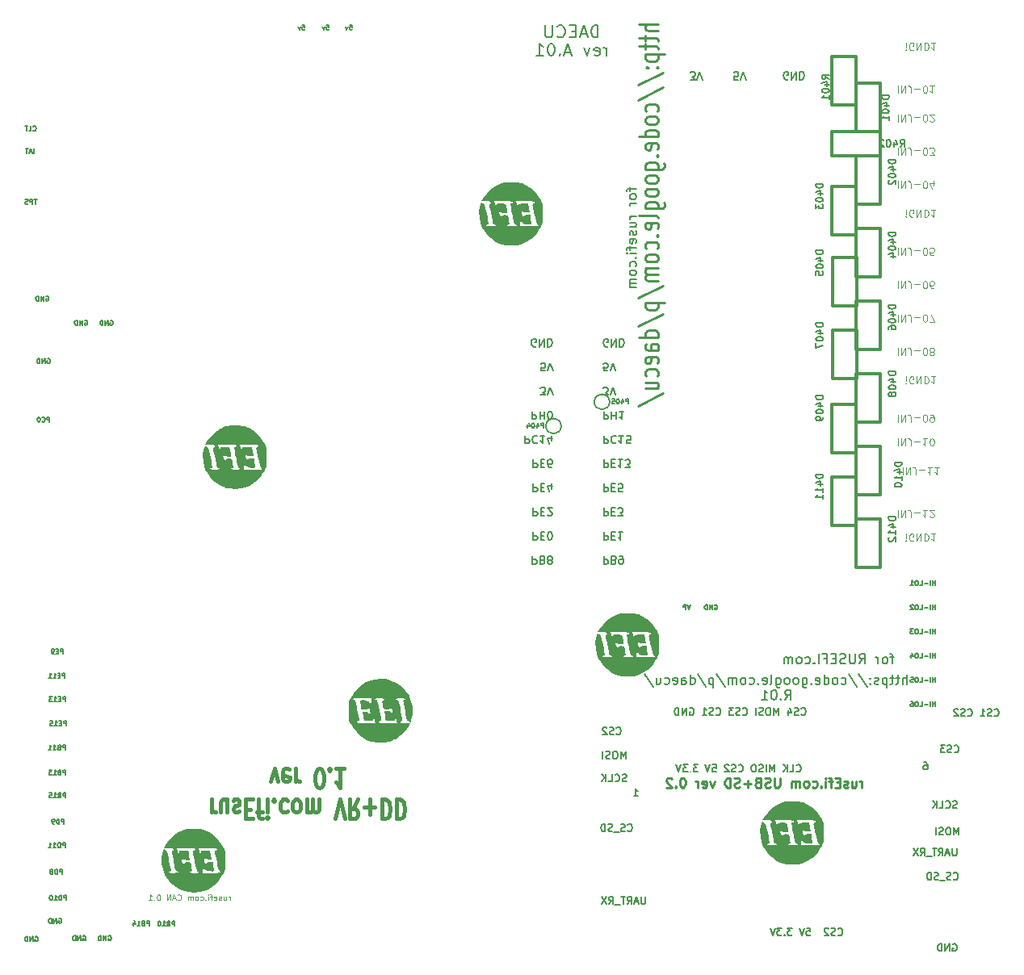
<source format=gbo>
G04 (created by PCBNEW (2013-07-07 BZR 4022)-stable) date 2/1/2014 4:13:07 PM*
%MOIN*%
G04 Gerber Fmt 3.4, Leading zero omitted, Abs format*
%FSLAX34Y34*%
G01*
G70*
G90*
G04 APERTURE LIST*
%ADD10C,0.00590551*%
%ADD11C,0.005*%
%ADD12C,0.00984252*%
%ADD13C,0.015*%
%ADD14C,0.00295276*%
%ADD15C,0.0045*%
%ADD16C,0.01*%
%ADD17C,0.008*%
%ADD18C,0.0001*%
%ADD19C,0.012*%
G04 APERTURE END LIST*
G54D10*
G54D11*
X49367Y-67905D02*
X49367Y-67705D01*
X49291Y-67705D01*
X49272Y-67715D01*
X49263Y-67725D01*
X49253Y-67744D01*
X49253Y-67772D01*
X49263Y-67791D01*
X49272Y-67801D01*
X49291Y-67810D01*
X49367Y-67810D01*
X49101Y-67801D02*
X49072Y-67810D01*
X49063Y-67820D01*
X49053Y-67839D01*
X49053Y-67867D01*
X49063Y-67886D01*
X49072Y-67896D01*
X49091Y-67905D01*
X49167Y-67905D01*
X49167Y-67705D01*
X49101Y-67705D01*
X49082Y-67715D01*
X49072Y-67725D01*
X49063Y-67744D01*
X49063Y-67763D01*
X49072Y-67782D01*
X49082Y-67791D01*
X49101Y-67801D01*
X49167Y-67801D01*
X48863Y-67905D02*
X48977Y-67905D01*
X48920Y-67905D02*
X48920Y-67705D01*
X48939Y-67734D01*
X48958Y-67753D01*
X48977Y-67763D01*
X48796Y-67705D02*
X48672Y-67705D01*
X48739Y-67782D01*
X48710Y-67782D01*
X48691Y-67791D01*
X48682Y-67801D01*
X48672Y-67820D01*
X48672Y-67867D01*
X48682Y-67886D01*
X48691Y-67896D01*
X48710Y-67905D01*
X48767Y-67905D01*
X48786Y-67896D01*
X48796Y-67886D01*
X49367Y-68855D02*
X49367Y-68655D01*
X49291Y-68655D01*
X49272Y-68665D01*
X49263Y-68675D01*
X49253Y-68694D01*
X49253Y-68722D01*
X49263Y-68741D01*
X49272Y-68751D01*
X49291Y-68760D01*
X49367Y-68760D01*
X49101Y-68751D02*
X49072Y-68760D01*
X49063Y-68770D01*
X49053Y-68789D01*
X49053Y-68817D01*
X49063Y-68836D01*
X49072Y-68846D01*
X49091Y-68855D01*
X49167Y-68855D01*
X49167Y-68655D01*
X49101Y-68655D01*
X49082Y-68665D01*
X49072Y-68675D01*
X49063Y-68694D01*
X49063Y-68713D01*
X49072Y-68732D01*
X49082Y-68741D01*
X49101Y-68751D01*
X49167Y-68751D01*
X48863Y-68855D02*
X48977Y-68855D01*
X48920Y-68855D02*
X48920Y-68655D01*
X48939Y-68684D01*
X48958Y-68703D01*
X48977Y-68713D01*
X48682Y-68655D02*
X48777Y-68655D01*
X48786Y-68751D01*
X48777Y-68741D01*
X48758Y-68732D01*
X48710Y-68732D01*
X48691Y-68741D01*
X48682Y-68751D01*
X48672Y-68770D01*
X48672Y-68817D01*
X48682Y-68836D01*
X48691Y-68846D01*
X48710Y-68855D01*
X48758Y-68855D01*
X48777Y-68846D01*
X48786Y-68836D01*
X49297Y-69930D02*
X49297Y-69730D01*
X49221Y-69730D01*
X49202Y-69740D01*
X49192Y-69750D01*
X49183Y-69769D01*
X49183Y-69797D01*
X49192Y-69816D01*
X49202Y-69826D01*
X49221Y-69835D01*
X49297Y-69835D01*
X49097Y-69930D02*
X49097Y-69730D01*
X49050Y-69730D01*
X49021Y-69740D01*
X49002Y-69759D01*
X48992Y-69778D01*
X48983Y-69816D01*
X48983Y-69845D01*
X48992Y-69883D01*
X49002Y-69902D01*
X49021Y-69921D01*
X49050Y-69930D01*
X49097Y-69930D01*
X48888Y-69930D02*
X48850Y-69930D01*
X48830Y-69921D01*
X48821Y-69911D01*
X48802Y-69883D01*
X48792Y-69845D01*
X48792Y-69769D01*
X48802Y-69750D01*
X48811Y-69740D01*
X48830Y-69730D01*
X48869Y-69730D01*
X48888Y-69740D01*
X48897Y-69750D01*
X48907Y-69769D01*
X48907Y-69816D01*
X48897Y-69835D01*
X48888Y-69845D01*
X48869Y-69854D01*
X48830Y-69854D01*
X48811Y-69845D01*
X48802Y-69835D01*
X48792Y-69816D01*
X49342Y-70905D02*
X49342Y-70705D01*
X49266Y-70705D01*
X49247Y-70715D01*
X49238Y-70725D01*
X49228Y-70744D01*
X49228Y-70772D01*
X49238Y-70791D01*
X49247Y-70801D01*
X49266Y-70810D01*
X49342Y-70810D01*
X49142Y-70905D02*
X49142Y-70705D01*
X49095Y-70705D01*
X49066Y-70715D01*
X49047Y-70734D01*
X49038Y-70753D01*
X49028Y-70791D01*
X49028Y-70820D01*
X49038Y-70858D01*
X49047Y-70877D01*
X49066Y-70896D01*
X49095Y-70905D01*
X49142Y-70905D01*
X48838Y-70905D02*
X48952Y-70905D01*
X48895Y-70905D02*
X48895Y-70705D01*
X48914Y-70734D01*
X48933Y-70753D01*
X48952Y-70763D01*
X48647Y-70905D02*
X48761Y-70905D01*
X48704Y-70905D02*
X48704Y-70705D01*
X48723Y-70734D01*
X48742Y-70753D01*
X48761Y-70763D01*
X49222Y-72005D02*
X49222Y-71805D01*
X49146Y-71805D01*
X49127Y-71815D01*
X49117Y-71825D01*
X49108Y-71844D01*
X49108Y-71872D01*
X49117Y-71891D01*
X49127Y-71901D01*
X49146Y-71910D01*
X49222Y-71910D01*
X49022Y-72005D02*
X49022Y-71805D01*
X48975Y-71805D01*
X48946Y-71815D01*
X48927Y-71834D01*
X48917Y-71853D01*
X48908Y-71891D01*
X48908Y-71920D01*
X48917Y-71958D01*
X48927Y-71977D01*
X48946Y-71996D01*
X48975Y-72005D01*
X49022Y-72005D01*
X48794Y-71891D02*
X48813Y-71882D01*
X48822Y-71872D01*
X48832Y-71853D01*
X48832Y-71844D01*
X48822Y-71825D01*
X48813Y-71815D01*
X48794Y-71805D01*
X48755Y-71805D01*
X48736Y-71815D01*
X48727Y-71825D01*
X48717Y-71844D01*
X48717Y-71853D01*
X48727Y-71872D01*
X48736Y-71882D01*
X48755Y-71891D01*
X48794Y-71891D01*
X48813Y-71901D01*
X48822Y-71910D01*
X48832Y-71929D01*
X48832Y-71967D01*
X48822Y-71986D01*
X48813Y-71996D01*
X48794Y-72005D01*
X48755Y-72005D01*
X48736Y-71996D01*
X48727Y-71986D01*
X48717Y-71967D01*
X48717Y-71929D01*
X48727Y-71910D01*
X48736Y-71901D01*
X48755Y-71891D01*
X53867Y-74155D02*
X53867Y-73955D01*
X53791Y-73955D01*
X53772Y-73965D01*
X53763Y-73975D01*
X53753Y-73994D01*
X53753Y-74022D01*
X53763Y-74041D01*
X53772Y-74051D01*
X53791Y-74060D01*
X53867Y-74060D01*
X53601Y-74051D02*
X53572Y-74060D01*
X53563Y-74070D01*
X53553Y-74089D01*
X53553Y-74117D01*
X53563Y-74136D01*
X53572Y-74146D01*
X53591Y-74155D01*
X53667Y-74155D01*
X53667Y-73955D01*
X53601Y-73955D01*
X53582Y-73965D01*
X53572Y-73975D01*
X53563Y-73994D01*
X53563Y-74013D01*
X53572Y-74032D01*
X53582Y-74041D01*
X53601Y-74051D01*
X53667Y-74051D01*
X53363Y-74155D02*
X53477Y-74155D01*
X53420Y-74155D02*
X53420Y-73955D01*
X53439Y-73984D01*
X53458Y-74003D01*
X53477Y-74013D01*
X53239Y-73955D02*
X53220Y-73955D01*
X53201Y-73965D01*
X53191Y-73975D01*
X53182Y-73994D01*
X53172Y-74032D01*
X53172Y-74079D01*
X53182Y-74117D01*
X53191Y-74136D01*
X53201Y-74146D01*
X53220Y-74155D01*
X53239Y-74155D01*
X53258Y-74146D01*
X53267Y-74136D01*
X53277Y-74117D01*
X53286Y-74079D01*
X53286Y-74032D01*
X53277Y-73994D01*
X53267Y-73975D01*
X53258Y-73965D01*
X53239Y-73955D01*
X52817Y-74130D02*
X52817Y-73930D01*
X52741Y-73930D01*
X52722Y-73940D01*
X52713Y-73950D01*
X52703Y-73969D01*
X52703Y-73997D01*
X52713Y-74016D01*
X52722Y-74026D01*
X52741Y-74035D01*
X52817Y-74035D01*
X52551Y-74026D02*
X52522Y-74035D01*
X52513Y-74045D01*
X52503Y-74064D01*
X52503Y-74092D01*
X52513Y-74111D01*
X52522Y-74121D01*
X52541Y-74130D01*
X52617Y-74130D01*
X52617Y-73930D01*
X52551Y-73930D01*
X52532Y-73940D01*
X52522Y-73950D01*
X52513Y-73969D01*
X52513Y-73988D01*
X52522Y-74007D01*
X52532Y-74016D01*
X52551Y-74026D01*
X52617Y-74026D01*
X52313Y-74130D02*
X52427Y-74130D01*
X52370Y-74130D02*
X52370Y-73930D01*
X52389Y-73959D01*
X52408Y-73978D01*
X52427Y-73988D01*
X52141Y-73997D02*
X52141Y-74130D01*
X52189Y-73921D02*
X52236Y-74064D01*
X52113Y-74064D01*
X51127Y-74565D02*
X51146Y-74555D01*
X51175Y-74555D01*
X51203Y-74565D01*
X51222Y-74584D01*
X51232Y-74603D01*
X51241Y-74641D01*
X51241Y-74670D01*
X51232Y-74708D01*
X51222Y-74727D01*
X51203Y-74746D01*
X51175Y-74755D01*
X51155Y-74755D01*
X51127Y-74746D01*
X51117Y-74736D01*
X51117Y-74670D01*
X51155Y-74670D01*
X51032Y-74755D02*
X51032Y-74555D01*
X50917Y-74755D01*
X50917Y-74555D01*
X50822Y-74755D02*
X50822Y-74555D01*
X50775Y-74555D01*
X50746Y-74565D01*
X50727Y-74584D01*
X50717Y-74603D01*
X50708Y-74641D01*
X50708Y-74670D01*
X50717Y-74708D01*
X50727Y-74727D01*
X50746Y-74746D01*
X50775Y-74755D01*
X50822Y-74755D01*
X50077Y-74565D02*
X50096Y-74555D01*
X50125Y-74555D01*
X50153Y-74565D01*
X50172Y-74584D01*
X50182Y-74603D01*
X50191Y-74641D01*
X50191Y-74670D01*
X50182Y-74708D01*
X50172Y-74727D01*
X50153Y-74746D01*
X50125Y-74755D01*
X50105Y-74755D01*
X50077Y-74746D01*
X50067Y-74736D01*
X50067Y-74670D01*
X50105Y-74670D01*
X49982Y-74755D02*
X49982Y-74555D01*
X49867Y-74755D01*
X49867Y-74555D01*
X49772Y-74755D02*
X49772Y-74555D01*
X49725Y-74555D01*
X49696Y-74565D01*
X49677Y-74584D01*
X49667Y-74603D01*
X49658Y-74641D01*
X49658Y-74670D01*
X49667Y-74708D01*
X49677Y-74727D01*
X49696Y-74746D01*
X49725Y-74755D01*
X49772Y-74755D01*
X49392Y-73080D02*
X49392Y-72880D01*
X49316Y-72880D01*
X49297Y-72890D01*
X49288Y-72900D01*
X49278Y-72919D01*
X49278Y-72947D01*
X49288Y-72966D01*
X49297Y-72976D01*
X49316Y-72985D01*
X49392Y-72985D01*
X49192Y-73080D02*
X49192Y-72880D01*
X49145Y-72880D01*
X49116Y-72890D01*
X49097Y-72909D01*
X49088Y-72928D01*
X49078Y-72966D01*
X49078Y-72995D01*
X49088Y-73033D01*
X49097Y-73052D01*
X49116Y-73071D01*
X49145Y-73080D01*
X49192Y-73080D01*
X48888Y-73080D02*
X49002Y-73080D01*
X48945Y-73080D02*
X48945Y-72880D01*
X48964Y-72909D01*
X48983Y-72928D01*
X49002Y-72938D01*
X48764Y-72880D02*
X48745Y-72880D01*
X48726Y-72890D01*
X48716Y-72900D01*
X48707Y-72919D01*
X48697Y-72957D01*
X48697Y-73004D01*
X48707Y-73042D01*
X48716Y-73061D01*
X48726Y-73071D01*
X48745Y-73080D01*
X48764Y-73080D01*
X48783Y-73071D01*
X48792Y-73061D01*
X48802Y-73042D01*
X48811Y-73004D01*
X48811Y-72957D01*
X48802Y-72919D01*
X48792Y-72900D01*
X48783Y-72890D01*
X48764Y-72880D01*
X49077Y-73840D02*
X49096Y-73830D01*
X49125Y-73830D01*
X49153Y-73840D01*
X49172Y-73859D01*
X49182Y-73878D01*
X49191Y-73916D01*
X49191Y-73945D01*
X49182Y-73983D01*
X49172Y-74002D01*
X49153Y-74021D01*
X49125Y-74030D01*
X49105Y-74030D01*
X49077Y-74021D01*
X49067Y-74011D01*
X49067Y-73945D01*
X49105Y-73945D01*
X48982Y-74030D02*
X48982Y-73830D01*
X48867Y-74030D01*
X48867Y-73830D01*
X48772Y-74030D02*
X48772Y-73830D01*
X48725Y-73830D01*
X48696Y-73840D01*
X48677Y-73859D01*
X48667Y-73878D01*
X48658Y-73916D01*
X48658Y-73945D01*
X48667Y-73983D01*
X48677Y-74002D01*
X48696Y-74021D01*
X48725Y-74030D01*
X48772Y-74030D01*
X48102Y-74590D02*
X48121Y-74580D01*
X48150Y-74580D01*
X48178Y-74590D01*
X48197Y-74609D01*
X48207Y-74628D01*
X48216Y-74666D01*
X48216Y-74695D01*
X48207Y-74733D01*
X48197Y-74752D01*
X48178Y-74771D01*
X48150Y-74780D01*
X48130Y-74780D01*
X48102Y-74771D01*
X48092Y-74761D01*
X48092Y-74695D01*
X48130Y-74695D01*
X48007Y-74780D02*
X48007Y-74580D01*
X47892Y-74780D01*
X47892Y-74580D01*
X47797Y-74780D02*
X47797Y-74580D01*
X47750Y-74580D01*
X47721Y-74590D01*
X47702Y-74609D01*
X47692Y-74628D01*
X47683Y-74666D01*
X47683Y-74695D01*
X47692Y-74733D01*
X47702Y-74752D01*
X47721Y-74771D01*
X47750Y-74780D01*
X47797Y-74780D01*
X49342Y-66880D02*
X49342Y-66680D01*
X49266Y-66680D01*
X49247Y-66690D01*
X49238Y-66700D01*
X49228Y-66719D01*
X49228Y-66747D01*
X49238Y-66766D01*
X49247Y-66776D01*
X49266Y-66785D01*
X49342Y-66785D01*
X49076Y-66776D02*
X49047Y-66785D01*
X49038Y-66795D01*
X49028Y-66814D01*
X49028Y-66842D01*
X49038Y-66861D01*
X49047Y-66871D01*
X49066Y-66880D01*
X49142Y-66880D01*
X49142Y-66680D01*
X49076Y-66680D01*
X49057Y-66690D01*
X49047Y-66700D01*
X49038Y-66719D01*
X49038Y-66738D01*
X49047Y-66757D01*
X49057Y-66766D01*
X49076Y-66776D01*
X49142Y-66776D01*
X48838Y-66880D02*
X48952Y-66880D01*
X48895Y-66880D02*
X48895Y-66680D01*
X48914Y-66709D01*
X48933Y-66728D01*
X48952Y-66738D01*
X48647Y-66880D02*
X48761Y-66880D01*
X48704Y-66880D02*
X48704Y-66680D01*
X48723Y-66709D01*
X48742Y-66728D01*
X48761Y-66738D01*
X49383Y-65880D02*
X49383Y-65680D01*
X49307Y-65680D01*
X49288Y-65690D01*
X49278Y-65700D01*
X49269Y-65719D01*
X49269Y-65747D01*
X49278Y-65766D01*
X49288Y-65776D01*
X49307Y-65785D01*
X49383Y-65785D01*
X49183Y-65776D02*
X49116Y-65776D01*
X49088Y-65880D02*
X49183Y-65880D01*
X49183Y-65680D01*
X49088Y-65680D01*
X48897Y-65880D02*
X49011Y-65880D01*
X48954Y-65880D02*
X48954Y-65680D01*
X48973Y-65709D01*
X48992Y-65728D01*
X49011Y-65738D01*
X48716Y-65680D02*
X48811Y-65680D01*
X48821Y-65776D01*
X48811Y-65766D01*
X48792Y-65757D01*
X48745Y-65757D01*
X48726Y-65766D01*
X48716Y-65776D01*
X48707Y-65795D01*
X48707Y-65842D01*
X48716Y-65861D01*
X48726Y-65871D01*
X48745Y-65880D01*
X48792Y-65880D01*
X48811Y-65871D01*
X48821Y-65861D01*
X49358Y-64880D02*
X49358Y-64680D01*
X49282Y-64680D01*
X49263Y-64690D01*
X49253Y-64700D01*
X49244Y-64719D01*
X49244Y-64747D01*
X49253Y-64766D01*
X49263Y-64776D01*
X49282Y-64785D01*
X49358Y-64785D01*
X49158Y-64776D02*
X49091Y-64776D01*
X49063Y-64880D02*
X49158Y-64880D01*
X49158Y-64680D01*
X49063Y-64680D01*
X48872Y-64880D02*
X48986Y-64880D01*
X48929Y-64880D02*
X48929Y-64680D01*
X48948Y-64709D01*
X48967Y-64728D01*
X48986Y-64738D01*
X48805Y-64680D02*
X48682Y-64680D01*
X48748Y-64757D01*
X48720Y-64757D01*
X48701Y-64766D01*
X48691Y-64776D01*
X48682Y-64795D01*
X48682Y-64842D01*
X48691Y-64861D01*
X48701Y-64871D01*
X48720Y-64880D01*
X48777Y-64880D01*
X48796Y-64871D01*
X48805Y-64861D01*
X49333Y-63905D02*
X49333Y-63705D01*
X49257Y-63705D01*
X49238Y-63715D01*
X49228Y-63725D01*
X49219Y-63744D01*
X49219Y-63772D01*
X49228Y-63791D01*
X49238Y-63801D01*
X49257Y-63810D01*
X49333Y-63810D01*
X49133Y-63801D02*
X49066Y-63801D01*
X49038Y-63905D02*
X49133Y-63905D01*
X49133Y-63705D01*
X49038Y-63705D01*
X48847Y-63905D02*
X48961Y-63905D01*
X48904Y-63905D02*
X48904Y-63705D01*
X48923Y-63734D01*
X48942Y-63753D01*
X48961Y-63763D01*
X48657Y-63905D02*
X48771Y-63905D01*
X48714Y-63905D02*
X48714Y-63705D01*
X48733Y-63734D01*
X48752Y-63753D01*
X48771Y-63763D01*
X49263Y-62905D02*
X49263Y-62705D01*
X49186Y-62705D01*
X49167Y-62715D01*
X49158Y-62725D01*
X49148Y-62744D01*
X49148Y-62772D01*
X49158Y-62791D01*
X49167Y-62801D01*
X49186Y-62810D01*
X49263Y-62810D01*
X49063Y-62801D02*
X48996Y-62801D01*
X48967Y-62905D02*
X49063Y-62905D01*
X49063Y-62705D01*
X48967Y-62705D01*
X48872Y-62905D02*
X48834Y-62905D01*
X48815Y-62896D01*
X48805Y-62886D01*
X48786Y-62858D01*
X48777Y-62820D01*
X48777Y-62744D01*
X48786Y-62725D01*
X48796Y-62715D01*
X48815Y-62705D01*
X48853Y-62705D01*
X48872Y-62715D01*
X48882Y-62725D01*
X48891Y-62744D01*
X48891Y-62791D01*
X48882Y-62810D01*
X48872Y-62820D01*
X48853Y-62829D01*
X48815Y-62829D01*
X48796Y-62820D01*
X48786Y-62810D01*
X48777Y-62791D01*
X48061Y-42230D02*
X48061Y-42030D01*
X47976Y-42173D02*
X47880Y-42173D01*
X47995Y-42230D02*
X47928Y-42030D01*
X47861Y-42230D01*
X47823Y-42030D02*
X47709Y-42030D01*
X47766Y-42230D02*
X47766Y-42030D01*
X61078Y-36930D02*
X61173Y-36930D01*
X61183Y-37026D01*
X61173Y-37016D01*
X61154Y-37007D01*
X61107Y-37007D01*
X61088Y-37016D01*
X61078Y-37026D01*
X61069Y-37045D01*
X61069Y-37092D01*
X61078Y-37111D01*
X61088Y-37121D01*
X61107Y-37130D01*
X61154Y-37130D01*
X61173Y-37121D01*
X61183Y-37111D01*
X61002Y-36997D02*
X60954Y-37130D01*
X60907Y-36997D01*
X60128Y-36930D02*
X60223Y-36930D01*
X60233Y-37026D01*
X60223Y-37016D01*
X60204Y-37007D01*
X60157Y-37007D01*
X60138Y-37016D01*
X60128Y-37026D01*
X60119Y-37045D01*
X60119Y-37092D01*
X60128Y-37111D01*
X60138Y-37121D01*
X60157Y-37130D01*
X60204Y-37130D01*
X60223Y-37121D01*
X60233Y-37111D01*
X60052Y-36997D02*
X60004Y-37130D01*
X59957Y-36997D01*
X59128Y-36930D02*
X59223Y-36930D01*
X59233Y-37026D01*
X59223Y-37016D01*
X59204Y-37007D01*
X59157Y-37007D01*
X59138Y-37016D01*
X59128Y-37026D01*
X59119Y-37045D01*
X59119Y-37092D01*
X59128Y-37111D01*
X59138Y-37121D01*
X59157Y-37130D01*
X59204Y-37130D01*
X59223Y-37121D01*
X59233Y-37111D01*
X59052Y-36997D02*
X59004Y-37130D01*
X58957Y-36997D01*
X48020Y-41286D02*
X48029Y-41296D01*
X48058Y-41305D01*
X48077Y-41305D01*
X48105Y-41296D01*
X48125Y-41277D01*
X48134Y-41258D01*
X48144Y-41220D01*
X48144Y-41191D01*
X48134Y-41153D01*
X48125Y-41134D01*
X48105Y-41115D01*
X48077Y-41105D01*
X48058Y-41105D01*
X48029Y-41115D01*
X48020Y-41125D01*
X47839Y-41305D02*
X47934Y-41305D01*
X47934Y-41105D01*
X47801Y-41105D02*
X47686Y-41105D01*
X47744Y-41305D02*
X47744Y-41105D01*
X48177Y-44130D02*
X48063Y-44130D01*
X48120Y-44330D02*
X48120Y-44130D01*
X47996Y-44330D02*
X47996Y-44130D01*
X47920Y-44130D01*
X47901Y-44140D01*
X47891Y-44150D01*
X47882Y-44169D01*
X47882Y-44197D01*
X47891Y-44216D01*
X47901Y-44226D01*
X47920Y-44235D01*
X47996Y-44235D01*
X47805Y-44321D02*
X47777Y-44330D01*
X47729Y-44330D01*
X47710Y-44321D01*
X47701Y-44311D01*
X47691Y-44292D01*
X47691Y-44273D01*
X47701Y-44254D01*
X47710Y-44245D01*
X47729Y-44235D01*
X47767Y-44226D01*
X47786Y-44216D01*
X47796Y-44207D01*
X47805Y-44188D01*
X47805Y-44169D01*
X47796Y-44150D01*
X47786Y-44140D01*
X47767Y-44130D01*
X47720Y-44130D01*
X47691Y-44140D01*
X48552Y-48140D02*
X48571Y-48130D01*
X48600Y-48130D01*
X48628Y-48140D01*
X48647Y-48159D01*
X48657Y-48178D01*
X48666Y-48216D01*
X48666Y-48245D01*
X48657Y-48283D01*
X48647Y-48302D01*
X48628Y-48321D01*
X48600Y-48330D01*
X48580Y-48330D01*
X48552Y-48321D01*
X48542Y-48311D01*
X48542Y-48245D01*
X48580Y-48245D01*
X48457Y-48330D02*
X48457Y-48130D01*
X48342Y-48330D01*
X48342Y-48130D01*
X48247Y-48330D02*
X48247Y-48130D01*
X48200Y-48130D01*
X48171Y-48140D01*
X48152Y-48159D01*
X48142Y-48178D01*
X48133Y-48216D01*
X48133Y-48245D01*
X48142Y-48283D01*
X48152Y-48302D01*
X48171Y-48321D01*
X48200Y-48330D01*
X48247Y-48330D01*
X51202Y-49140D02*
X51221Y-49130D01*
X51250Y-49130D01*
X51278Y-49140D01*
X51297Y-49159D01*
X51307Y-49178D01*
X51316Y-49216D01*
X51316Y-49245D01*
X51307Y-49283D01*
X51297Y-49302D01*
X51278Y-49321D01*
X51250Y-49330D01*
X51230Y-49330D01*
X51202Y-49321D01*
X51192Y-49311D01*
X51192Y-49245D01*
X51230Y-49245D01*
X51107Y-49330D02*
X51107Y-49130D01*
X50992Y-49330D01*
X50992Y-49130D01*
X50897Y-49330D02*
X50897Y-49130D01*
X50850Y-49130D01*
X50821Y-49140D01*
X50802Y-49159D01*
X50792Y-49178D01*
X50783Y-49216D01*
X50783Y-49245D01*
X50792Y-49283D01*
X50802Y-49302D01*
X50821Y-49321D01*
X50850Y-49330D01*
X50897Y-49330D01*
X50152Y-49140D02*
X50171Y-49130D01*
X50200Y-49130D01*
X50228Y-49140D01*
X50247Y-49159D01*
X50257Y-49178D01*
X50266Y-49216D01*
X50266Y-49245D01*
X50257Y-49283D01*
X50247Y-49302D01*
X50228Y-49321D01*
X50200Y-49330D01*
X50180Y-49330D01*
X50152Y-49321D01*
X50142Y-49311D01*
X50142Y-49245D01*
X50180Y-49245D01*
X50057Y-49330D02*
X50057Y-49130D01*
X49942Y-49330D01*
X49942Y-49130D01*
X49847Y-49330D02*
X49847Y-49130D01*
X49800Y-49130D01*
X49771Y-49140D01*
X49752Y-49159D01*
X49742Y-49178D01*
X49733Y-49216D01*
X49733Y-49245D01*
X49742Y-49283D01*
X49752Y-49302D01*
X49771Y-49321D01*
X49800Y-49330D01*
X49847Y-49330D01*
X48697Y-53330D02*
X48697Y-53130D01*
X48621Y-53130D01*
X48602Y-53140D01*
X48592Y-53150D01*
X48583Y-53169D01*
X48583Y-53197D01*
X48592Y-53216D01*
X48602Y-53226D01*
X48621Y-53235D01*
X48697Y-53235D01*
X48383Y-53311D02*
X48392Y-53321D01*
X48421Y-53330D01*
X48440Y-53330D01*
X48469Y-53321D01*
X48488Y-53302D01*
X48497Y-53283D01*
X48507Y-53245D01*
X48507Y-53216D01*
X48497Y-53178D01*
X48488Y-53159D01*
X48469Y-53140D01*
X48440Y-53130D01*
X48421Y-53130D01*
X48392Y-53140D01*
X48383Y-53150D01*
X48259Y-53130D02*
X48240Y-53130D01*
X48221Y-53140D01*
X48211Y-53150D01*
X48202Y-53169D01*
X48192Y-53207D01*
X48192Y-53254D01*
X48202Y-53292D01*
X48211Y-53311D01*
X48221Y-53321D01*
X48240Y-53330D01*
X48259Y-53330D01*
X48278Y-53321D01*
X48288Y-53311D01*
X48297Y-53292D01*
X48307Y-53254D01*
X48307Y-53207D01*
X48297Y-53169D01*
X48288Y-53150D01*
X48278Y-53140D01*
X48259Y-53130D01*
X48602Y-50715D02*
X48621Y-50705D01*
X48650Y-50705D01*
X48678Y-50715D01*
X48697Y-50734D01*
X48707Y-50753D01*
X48716Y-50791D01*
X48716Y-50820D01*
X48707Y-50858D01*
X48697Y-50877D01*
X48678Y-50896D01*
X48650Y-50905D01*
X48630Y-50905D01*
X48602Y-50896D01*
X48592Y-50886D01*
X48592Y-50820D01*
X48630Y-50820D01*
X48507Y-50905D02*
X48507Y-50705D01*
X48392Y-50905D01*
X48392Y-50705D01*
X48297Y-50905D02*
X48297Y-50705D01*
X48250Y-50705D01*
X48221Y-50715D01*
X48202Y-50734D01*
X48192Y-50753D01*
X48183Y-50791D01*
X48183Y-50820D01*
X48192Y-50858D01*
X48202Y-50877D01*
X48221Y-50896D01*
X48250Y-50905D01*
X48297Y-50905D01*
X84792Y-67389D02*
X84850Y-67389D01*
X84878Y-67403D01*
X84892Y-67418D01*
X84921Y-67460D01*
X84935Y-67518D01*
X84935Y-67632D01*
X84921Y-67660D01*
X84907Y-67675D01*
X84878Y-67689D01*
X84821Y-67689D01*
X84792Y-67675D01*
X84778Y-67660D01*
X84764Y-67632D01*
X84764Y-67560D01*
X84778Y-67532D01*
X84792Y-67518D01*
X84821Y-67503D01*
X84878Y-67503D01*
X84907Y-67518D01*
X84921Y-67532D01*
X84935Y-67560D01*
X72814Y-68789D02*
X72985Y-68789D01*
X72900Y-68789D02*
X72900Y-68489D01*
X72928Y-68532D01*
X72957Y-68560D01*
X72985Y-68575D01*
X79521Y-67760D02*
X79535Y-67775D01*
X79578Y-67789D01*
X79607Y-67789D01*
X79649Y-67775D01*
X79678Y-67746D01*
X79692Y-67718D01*
X79707Y-67660D01*
X79707Y-67618D01*
X79692Y-67560D01*
X79678Y-67532D01*
X79649Y-67503D01*
X79607Y-67489D01*
X79578Y-67489D01*
X79535Y-67503D01*
X79521Y-67518D01*
X79249Y-67789D02*
X79392Y-67789D01*
X79392Y-67489D01*
X79149Y-67789D02*
X79149Y-67489D01*
X78978Y-67789D02*
X79107Y-67618D01*
X78978Y-67489D02*
X79149Y-67660D01*
X78621Y-67789D02*
X78621Y-67489D01*
X78521Y-67703D01*
X78421Y-67489D01*
X78421Y-67789D01*
X78278Y-67789D02*
X78278Y-67489D01*
X78149Y-67775D02*
X78107Y-67789D01*
X78035Y-67789D01*
X78007Y-67775D01*
X77992Y-67760D01*
X77978Y-67732D01*
X77978Y-67703D01*
X77992Y-67675D01*
X78007Y-67660D01*
X78035Y-67646D01*
X78092Y-67632D01*
X78121Y-67618D01*
X78135Y-67603D01*
X78149Y-67575D01*
X78149Y-67546D01*
X78135Y-67518D01*
X78121Y-67503D01*
X78092Y-67489D01*
X78021Y-67489D01*
X77978Y-67503D01*
X77792Y-67489D02*
X77735Y-67489D01*
X77707Y-67503D01*
X77678Y-67532D01*
X77664Y-67589D01*
X77664Y-67689D01*
X77678Y-67746D01*
X77707Y-67775D01*
X77735Y-67789D01*
X77792Y-67789D01*
X77821Y-67775D01*
X77849Y-67746D01*
X77864Y-67689D01*
X77864Y-67589D01*
X77849Y-67532D01*
X77821Y-67503D01*
X77792Y-67489D01*
X77135Y-67760D02*
X77150Y-67775D01*
X77192Y-67789D01*
X77221Y-67789D01*
X77264Y-67775D01*
X77292Y-67746D01*
X77307Y-67718D01*
X77321Y-67660D01*
X77321Y-67618D01*
X77307Y-67560D01*
X77292Y-67532D01*
X77264Y-67503D01*
X77221Y-67489D01*
X77192Y-67489D01*
X77150Y-67503D01*
X77135Y-67518D01*
X77021Y-67775D02*
X76978Y-67789D01*
X76907Y-67789D01*
X76878Y-67775D01*
X76864Y-67760D01*
X76850Y-67732D01*
X76850Y-67703D01*
X76864Y-67675D01*
X76878Y-67660D01*
X76907Y-67646D01*
X76964Y-67632D01*
X76992Y-67618D01*
X77007Y-67603D01*
X77021Y-67575D01*
X77021Y-67546D01*
X77007Y-67518D01*
X76992Y-67503D01*
X76964Y-67489D01*
X76892Y-67489D01*
X76850Y-67503D01*
X76735Y-67518D02*
X76721Y-67503D01*
X76692Y-67489D01*
X76621Y-67489D01*
X76592Y-67503D01*
X76578Y-67518D01*
X76564Y-67546D01*
X76564Y-67575D01*
X76578Y-67618D01*
X76750Y-67789D01*
X76564Y-67789D01*
X76064Y-67489D02*
X76207Y-67489D01*
X76221Y-67632D01*
X76207Y-67618D01*
X76178Y-67603D01*
X76107Y-67603D01*
X76078Y-67618D01*
X76064Y-67632D01*
X76050Y-67660D01*
X76050Y-67732D01*
X76064Y-67760D01*
X76078Y-67775D01*
X76107Y-67789D01*
X76178Y-67789D01*
X76207Y-67775D01*
X76221Y-67760D01*
X75964Y-67489D02*
X75864Y-67789D01*
X75764Y-67489D01*
X75464Y-67489D02*
X75278Y-67489D01*
X75378Y-67603D01*
X75335Y-67603D01*
X75307Y-67618D01*
X75292Y-67632D01*
X75278Y-67660D01*
X75278Y-67732D01*
X75292Y-67760D01*
X75307Y-67775D01*
X75335Y-67789D01*
X75421Y-67789D01*
X75450Y-67775D01*
X75464Y-67760D01*
X75150Y-67760D02*
X75135Y-67775D01*
X75150Y-67789D01*
X75164Y-67775D01*
X75150Y-67760D01*
X75150Y-67789D01*
X75035Y-67489D02*
X74850Y-67489D01*
X74950Y-67603D01*
X74907Y-67603D01*
X74878Y-67618D01*
X74864Y-67632D01*
X74850Y-67660D01*
X74850Y-67732D01*
X74864Y-67760D01*
X74878Y-67775D01*
X74907Y-67789D01*
X74992Y-67789D01*
X75021Y-67775D01*
X75035Y-67760D01*
X74764Y-67489D02*
X74664Y-67789D01*
X74564Y-67489D01*
X79721Y-65410D02*
X79735Y-65425D01*
X79778Y-65439D01*
X79807Y-65439D01*
X79849Y-65425D01*
X79878Y-65396D01*
X79892Y-65368D01*
X79907Y-65310D01*
X79907Y-65268D01*
X79892Y-65210D01*
X79878Y-65182D01*
X79849Y-65153D01*
X79807Y-65139D01*
X79778Y-65139D01*
X79735Y-65153D01*
X79721Y-65168D01*
X79607Y-65425D02*
X79564Y-65439D01*
X79492Y-65439D01*
X79464Y-65425D01*
X79449Y-65410D01*
X79435Y-65382D01*
X79435Y-65353D01*
X79449Y-65325D01*
X79464Y-65310D01*
X79492Y-65296D01*
X79549Y-65282D01*
X79578Y-65268D01*
X79592Y-65253D01*
X79607Y-65225D01*
X79607Y-65196D01*
X79592Y-65168D01*
X79578Y-65153D01*
X79549Y-65139D01*
X79478Y-65139D01*
X79435Y-65153D01*
X79178Y-65239D02*
X79178Y-65439D01*
X79249Y-65125D02*
X79321Y-65339D01*
X79135Y-65339D01*
X78792Y-65439D02*
X78792Y-65139D01*
X78692Y-65353D01*
X78592Y-65139D01*
X78592Y-65439D01*
X78392Y-65139D02*
X78335Y-65139D01*
X78307Y-65153D01*
X78278Y-65182D01*
X78264Y-65239D01*
X78264Y-65339D01*
X78278Y-65396D01*
X78307Y-65425D01*
X78335Y-65439D01*
X78392Y-65439D01*
X78421Y-65425D01*
X78449Y-65396D01*
X78464Y-65339D01*
X78464Y-65239D01*
X78449Y-65182D01*
X78421Y-65153D01*
X78392Y-65139D01*
X78149Y-65425D02*
X78107Y-65439D01*
X78035Y-65439D01*
X78007Y-65425D01*
X77992Y-65410D01*
X77978Y-65382D01*
X77978Y-65353D01*
X77992Y-65325D01*
X78007Y-65310D01*
X78035Y-65296D01*
X78092Y-65282D01*
X78121Y-65268D01*
X78135Y-65253D01*
X78149Y-65225D01*
X78149Y-65196D01*
X78135Y-65168D01*
X78121Y-65153D01*
X78092Y-65139D01*
X78021Y-65139D01*
X77978Y-65153D01*
X77849Y-65439D02*
X77849Y-65139D01*
X77307Y-65410D02*
X77321Y-65425D01*
X77364Y-65439D01*
X77392Y-65439D01*
X77435Y-65425D01*
X77464Y-65396D01*
X77478Y-65368D01*
X77492Y-65310D01*
X77492Y-65268D01*
X77478Y-65210D01*
X77464Y-65182D01*
X77435Y-65153D01*
X77392Y-65139D01*
X77364Y-65139D01*
X77321Y-65153D01*
X77307Y-65168D01*
X77192Y-65425D02*
X77150Y-65439D01*
X77078Y-65439D01*
X77050Y-65425D01*
X77035Y-65410D01*
X77021Y-65382D01*
X77021Y-65353D01*
X77035Y-65325D01*
X77050Y-65310D01*
X77078Y-65296D01*
X77135Y-65282D01*
X77164Y-65268D01*
X77178Y-65253D01*
X77192Y-65225D01*
X77192Y-65196D01*
X77178Y-65168D01*
X77164Y-65153D01*
X77135Y-65139D01*
X77064Y-65139D01*
X77021Y-65153D01*
X76921Y-65139D02*
X76735Y-65139D01*
X76835Y-65253D01*
X76792Y-65253D01*
X76764Y-65268D01*
X76750Y-65282D01*
X76735Y-65310D01*
X76735Y-65382D01*
X76750Y-65410D01*
X76764Y-65425D01*
X76792Y-65439D01*
X76878Y-65439D01*
X76907Y-65425D01*
X76921Y-65410D01*
X76207Y-65410D02*
X76221Y-65425D01*
X76264Y-65439D01*
X76292Y-65439D01*
X76335Y-65425D01*
X76364Y-65396D01*
X76378Y-65368D01*
X76392Y-65310D01*
X76392Y-65268D01*
X76378Y-65210D01*
X76364Y-65182D01*
X76335Y-65153D01*
X76292Y-65139D01*
X76264Y-65139D01*
X76221Y-65153D01*
X76207Y-65168D01*
X76092Y-65425D02*
X76050Y-65439D01*
X75978Y-65439D01*
X75950Y-65425D01*
X75935Y-65410D01*
X75921Y-65382D01*
X75921Y-65353D01*
X75935Y-65325D01*
X75950Y-65310D01*
X75978Y-65296D01*
X76035Y-65282D01*
X76064Y-65268D01*
X76078Y-65253D01*
X76092Y-65225D01*
X76092Y-65196D01*
X76078Y-65168D01*
X76064Y-65153D01*
X76035Y-65139D01*
X75964Y-65139D01*
X75921Y-65153D01*
X75635Y-65439D02*
X75807Y-65439D01*
X75721Y-65439D02*
X75721Y-65139D01*
X75750Y-65182D01*
X75778Y-65210D01*
X75807Y-65225D01*
X75121Y-65153D02*
X75150Y-65139D01*
X75192Y-65139D01*
X75235Y-65153D01*
X75264Y-65182D01*
X75278Y-65210D01*
X75292Y-65268D01*
X75292Y-65310D01*
X75278Y-65368D01*
X75264Y-65396D01*
X75235Y-65425D01*
X75192Y-65439D01*
X75164Y-65439D01*
X75121Y-65425D01*
X75107Y-65410D01*
X75107Y-65310D01*
X75164Y-65310D01*
X74978Y-65439D02*
X74978Y-65139D01*
X74807Y-65439D01*
X74807Y-65139D01*
X74664Y-65439D02*
X74664Y-65139D01*
X74592Y-65139D01*
X74550Y-65153D01*
X74521Y-65182D01*
X74507Y-65210D01*
X74492Y-65268D01*
X74492Y-65310D01*
X74507Y-65368D01*
X74521Y-65396D01*
X74550Y-65425D01*
X74592Y-65439D01*
X74664Y-65439D01*
X81242Y-74510D02*
X81257Y-74525D01*
X81299Y-74539D01*
X81328Y-74539D01*
X81371Y-74525D01*
X81399Y-74496D01*
X81414Y-74468D01*
X81428Y-74410D01*
X81428Y-74368D01*
X81414Y-74310D01*
X81399Y-74282D01*
X81371Y-74253D01*
X81328Y-74239D01*
X81299Y-74239D01*
X81257Y-74253D01*
X81242Y-74268D01*
X81128Y-74525D02*
X81085Y-74539D01*
X81014Y-74539D01*
X80985Y-74525D01*
X80971Y-74510D01*
X80957Y-74482D01*
X80957Y-74453D01*
X80971Y-74425D01*
X80985Y-74410D01*
X81014Y-74396D01*
X81071Y-74382D01*
X81099Y-74368D01*
X81114Y-74353D01*
X81128Y-74325D01*
X81128Y-74296D01*
X81114Y-74268D01*
X81099Y-74253D01*
X81071Y-74239D01*
X80999Y-74239D01*
X80957Y-74253D01*
X80842Y-74268D02*
X80828Y-74253D01*
X80799Y-74239D01*
X80728Y-74239D01*
X80699Y-74253D01*
X80685Y-74268D01*
X80671Y-74296D01*
X80671Y-74325D01*
X80685Y-74368D01*
X80857Y-74539D01*
X80671Y-74539D01*
X79942Y-74239D02*
X80085Y-74239D01*
X80100Y-74382D01*
X80085Y-74368D01*
X80057Y-74353D01*
X79985Y-74353D01*
X79957Y-74368D01*
X79942Y-74382D01*
X79928Y-74410D01*
X79928Y-74482D01*
X79942Y-74510D01*
X79957Y-74525D01*
X79985Y-74539D01*
X80057Y-74539D01*
X80085Y-74525D01*
X80100Y-74510D01*
X79842Y-74239D02*
X79742Y-74539D01*
X79642Y-74239D01*
X79342Y-74239D02*
X79157Y-74239D01*
X79257Y-74353D01*
X79214Y-74353D01*
X79185Y-74368D01*
X79171Y-74382D01*
X79157Y-74410D01*
X79157Y-74482D01*
X79171Y-74510D01*
X79185Y-74525D01*
X79214Y-74539D01*
X79300Y-74539D01*
X79328Y-74525D01*
X79342Y-74510D01*
X79028Y-74510D02*
X79014Y-74525D01*
X79028Y-74539D01*
X79042Y-74525D01*
X79028Y-74510D01*
X79028Y-74539D01*
X78914Y-74239D02*
X78728Y-74239D01*
X78828Y-74353D01*
X78785Y-74353D01*
X78757Y-74368D01*
X78742Y-74382D01*
X78728Y-74410D01*
X78728Y-74482D01*
X78742Y-74510D01*
X78757Y-74525D01*
X78785Y-74539D01*
X78871Y-74539D01*
X78900Y-74525D01*
X78914Y-74510D01*
X78642Y-74239D02*
X78542Y-74539D01*
X78442Y-74239D01*
X72471Y-67239D02*
X72471Y-66939D01*
X72371Y-67153D01*
X72271Y-66939D01*
X72271Y-67239D01*
X72071Y-66939D02*
X72014Y-66939D01*
X71985Y-66953D01*
X71957Y-66982D01*
X71942Y-67039D01*
X71942Y-67139D01*
X71957Y-67196D01*
X71985Y-67225D01*
X72014Y-67239D01*
X72071Y-67239D01*
X72100Y-67225D01*
X72128Y-67196D01*
X72142Y-67139D01*
X72142Y-67039D01*
X72128Y-66982D01*
X72100Y-66953D01*
X72071Y-66939D01*
X71828Y-67225D02*
X71785Y-67239D01*
X71714Y-67239D01*
X71685Y-67225D01*
X71671Y-67210D01*
X71657Y-67182D01*
X71657Y-67153D01*
X71671Y-67125D01*
X71685Y-67110D01*
X71714Y-67096D01*
X71771Y-67082D01*
X71800Y-67068D01*
X71814Y-67053D01*
X71828Y-67025D01*
X71828Y-66996D01*
X71814Y-66968D01*
X71800Y-66953D01*
X71771Y-66939D01*
X71700Y-66939D01*
X71657Y-66953D01*
X71528Y-67239D02*
X71528Y-66939D01*
X73285Y-72939D02*
X73285Y-73182D01*
X73271Y-73210D01*
X73257Y-73225D01*
X73228Y-73239D01*
X73171Y-73239D01*
X73142Y-73225D01*
X73128Y-73210D01*
X73114Y-73182D01*
X73114Y-72939D01*
X72985Y-73153D02*
X72842Y-73153D01*
X73014Y-73239D02*
X72914Y-72939D01*
X72814Y-73239D01*
X72542Y-73239D02*
X72642Y-73096D01*
X72714Y-73239D02*
X72714Y-72939D01*
X72599Y-72939D01*
X72571Y-72953D01*
X72557Y-72968D01*
X72542Y-72996D01*
X72542Y-73039D01*
X72557Y-73068D01*
X72571Y-73082D01*
X72599Y-73096D01*
X72714Y-73096D01*
X72457Y-72939D02*
X72285Y-72939D01*
X72371Y-73239D02*
X72371Y-72939D01*
X72257Y-73268D02*
X72028Y-73268D01*
X71785Y-73239D02*
X71885Y-73096D01*
X71957Y-73239D02*
X71957Y-72939D01*
X71842Y-72939D01*
X71814Y-72953D01*
X71800Y-72968D01*
X71785Y-72996D01*
X71785Y-73039D01*
X71800Y-73068D01*
X71814Y-73082D01*
X71842Y-73096D01*
X71957Y-73096D01*
X71685Y-72939D02*
X71485Y-73239D01*
X71485Y-72939D02*
X71685Y-73239D01*
X72557Y-70210D02*
X72571Y-70225D01*
X72614Y-70239D01*
X72642Y-70239D01*
X72685Y-70225D01*
X72714Y-70196D01*
X72728Y-70168D01*
X72742Y-70110D01*
X72742Y-70068D01*
X72728Y-70010D01*
X72714Y-69982D01*
X72685Y-69953D01*
X72642Y-69939D01*
X72614Y-69939D01*
X72571Y-69953D01*
X72557Y-69968D01*
X72442Y-70225D02*
X72399Y-70239D01*
X72328Y-70239D01*
X72299Y-70225D01*
X72285Y-70210D01*
X72271Y-70182D01*
X72271Y-70153D01*
X72285Y-70125D01*
X72299Y-70110D01*
X72328Y-70096D01*
X72385Y-70082D01*
X72414Y-70068D01*
X72428Y-70053D01*
X72442Y-70025D01*
X72442Y-69996D01*
X72428Y-69968D01*
X72414Y-69953D01*
X72385Y-69939D01*
X72314Y-69939D01*
X72271Y-69953D01*
X72214Y-70268D02*
X71985Y-70268D01*
X71928Y-70225D02*
X71885Y-70239D01*
X71814Y-70239D01*
X71785Y-70225D01*
X71771Y-70210D01*
X71757Y-70182D01*
X71757Y-70153D01*
X71771Y-70125D01*
X71785Y-70110D01*
X71814Y-70096D01*
X71871Y-70082D01*
X71900Y-70068D01*
X71914Y-70053D01*
X71928Y-70025D01*
X71928Y-69996D01*
X71914Y-69968D01*
X71900Y-69953D01*
X71871Y-69939D01*
X71800Y-69939D01*
X71757Y-69953D01*
X71628Y-70239D02*
X71628Y-69939D01*
X71557Y-69939D01*
X71514Y-69953D01*
X71485Y-69982D01*
X71471Y-70010D01*
X71457Y-70068D01*
X71457Y-70110D01*
X71471Y-70168D01*
X71485Y-70196D01*
X71514Y-70225D01*
X71557Y-70239D01*
X71628Y-70239D01*
X72507Y-68175D02*
X72464Y-68189D01*
X72392Y-68189D01*
X72364Y-68175D01*
X72349Y-68160D01*
X72335Y-68132D01*
X72335Y-68103D01*
X72349Y-68075D01*
X72364Y-68060D01*
X72392Y-68046D01*
X72449Y-68032D01*
X72478Y-68018D01*
X72492Y-68003D01*
X72507Y-67975D01*
X72507Y-67946D01*
X72492Y-67918D01*
X72478Y-67903D01*
X72449Y-67889D01*
X72378Y-67889D01*
X72335Y-67903D01*
X72035Y-68160D02*
X72050Y-68175D01*
X72092Y-68189D01*
X72121Y-68189D01*
X72164Y-68175D01*
X72192Y-68146D01*
X72207Y-68118D01*
X72221Y-68060D01*
X72221Y-68018D01*
X72207Y-67960D01*
X72192Y-67932D01*
X72164Y-67903D01*
X72121Y-67889D01*
X72092Y-67889D01*
X72050Y-67903D01*
X72035Y-67918D01*
X71764Y-68189D02*
X71907Y-68189D01*
X71907Y-67889D01*
X71664Y-68189D02*
X71664Y-67889D01*
X71492Y-68189D02*
X71621Y-68018D01*
X71492Y-67889D02*
X71664Y-68060D01*
X85978Y-74903D02*
X86007Y-74889D01*
X86050Y-74889D01*
X86092Y-74903D01*
X86121Y-74932D01*
X86135Y-74960D01*
X86150Y-75018D01*
X86150Y-75060D01*
X86135Y-75118D01*
X86121Y-75146D01*
X86092Y-75175D01*
X86050Y-75189D01*
X86021Y-75189D01*
X85978Y-75175D01*
X85964Y-75160D01*
X85964Y-75060D01*
X86021Y-75060D01*
X85835Y-75189D02*
X85835Y-74889D01*
X85664Y-75189D01*
X85664Y-74889D01*
X85521Y-75189D02*
X85521Y-74889D01*
X85450Y-74889D01*
X85407Y-74903D01*
X85378Y-74932D01*
X85364Y-74960D01*
X85350Y-75018D01*
X85350Y-75060D01*
X85364Y-75118D01*
X85378Y-75146D01*
X85407Y-75175D01*
X85450Y-75189D01*
X85521Y-75189D01*
X86007Y-72210D02*
X86021Y-72225D01*
X86064Y-72239D01*
X86092Y-72239D01*
X86135Y-72225D01*
X86164Y-72196D01*
X86178Y-72168D01*
X86192Y-72110D01*
X86192Y-72068D01*
X86178Y-72010D01*
X86164Y-71982D01*
X86135Y-71953D01*
X86092Y-71939D01*
X86064Y-71939D01*
X86021Y-71953D01*
X86007Y-71968D01*
X85892Y-72225D02*
X85849Y-72239D01*
X85778Y-72239D01*
X85749Y-72225D01*
X85735Y-72210D01*
X85721Y-72182D01*
X85721Y-72153D01*
X85735Y-72125D01*
X85749Y-72110D01*
X85778Y-72096D01*
X85835Y-72082D01*
X85864Y-72068D01*
X85878Y-72053D01*
X85892Y-72025D01*
X85892Y-71996D01*
X85878Y-71968D01*
X85864Y-71953D01*
X85835Y-71939D01*
X85764Y-71939D01*
X85721Y-71953D01*
X85664Y-72268D02*
X85435Y-72268D01*
X85378Y-72225D02*
X85335Y-72239D01*
X85264Y-72239D01*
X85235Y-72225D01*
X85221Y-72210D01*
X85207Y-72182D01*
X85207Y-72153D01*
X85221Y-72125D01*
X85235Y-72110D01*
X85264Y-72096D01*
X85321Y-72082D01*
X85350Y-72068D01*
X85364Y-72053D01*
X85378Y-72025D01*
X85378Y-71996D01*
X85364Y-71968D01*
X85350Y-71953D01*
X85321Y-71939D01*
X85250Y-71939D01*
X85207Y-71953D01*
X85078Y-72239D02*
X85078Y-71939D01*
X85007Y-71939D01*
X84964Y-71953D01*
X84935Y-71982D01*
X84921Y-72010D01*
X84907Y-72068D01*
X84907Y-72110D01*
X84921Y-72168D01*
X84935Y-72196D01*
X84964Y-72225D01*
X85007Y-72239D01*
X85078Y-72239D01*
X86135Y-70939D02*
X86135Y-71182D01*
X86121Y-71210D01*
X86107Y-71225D01*
X86078Y-71239D01*
X86021Y-71239D01*
X85992Y-71225D01*
X85978Y-71210D01*
X85964Y-71182D01*
X85964Y-70939D01*
X85835Y-71153D02*
X85692Y-71153D01*
X85864Y-71239D02*
X85764Y-70939D01*
X85664Y-71239D01*
X85392Y-71239D02*
X85492Y-71096D01*
X85564Y-71239D02*
X85564Y-70939D01*
X85449Y-70939D01*
X85421Y-70953D01*
X85407Y-70968D01*
X85392Y-70996D01*
X85392Y-71039D01*
X85407Y-71068D01*
X85421Y-71082D01*
X85449Y-71096D01*
X85564Y-71096D01*
X85307Y-70939D02*
X85135Y-70939D01*
X85221Y-71239D02*
X85221Y-70939D01*
X85107Y-71268D02*
X84878Y-71268D01*
X84635Y-71239D02*
X84735Y-71096D01*
X84807Y-71239D02*
X84807Y-70939D01*
X84692Y-70939D01*
X84664Y-70953D01*
X84650Y-70968D01*
X84635Y-70996D01*
X84635Y-71039D01*
X84650Y-71068D01*
X84664Y-71082D01*
X84692Y-71096D01*
X84807Y-71096D01*
X84535Y-70939D02*
X84335Y-71239D01*
X84335Y-70939D02*
X84535Y-71239D01*
X72092Y-66210D02*
X72107Y-66225D01*
X72150Y-66239D01*
X72178Y-66239D01*
X72221Y-66225D01*
X72250Y-66196D01*
X72264Y-66168D01*
X72278Y-66110D01*
X72278Y-66068D01*
X72264Y-66010D01*
X72250Y-65982D01*
X72221Y-65953D01*
X72178Y-65939D01*
X72150Y-65939D01*
X72107Y-65953D01*
X72092Y-65968D01*
X71978Y-66225D02*
X71935Y-66239D01*
X71864Y-66239D01*
X71835Y-66225D01*
X71821Y-66210D01*
X71807Y-66182D01*
X71807Y-66153D01*
X71821Y-66125D01*
X71835Y-66110D01*
X71864Y-66096D01*
X71921Y-66082D01*
X71950Y-66068D01*
X71964Y-66053D01*
X71978Y-66025D01*
X71978Y-65996D01*
X71964Y-65968D01*
X71950Y-65953D01*
X71921Y-65939D01*
X71850Y-65939D01*
X71807Y-65953D01*
X71692Y-65968D02*
X71678Y-65953D01*
X71650Y-65939D01*
X71578Y-65939D01*
X71550Y-65953D01*
X71535Y-65968D01*
X71521Y-65996D01*
X71521Y-66025D01*
X71535Y-66068D01*
X71707Y-66239D01*
X71521Y-66239D01*
X86221Y-70389D02*
X86221Y-70089D01*
X86121Y-70303D01*
X86021Y-70089D01*
X86021Y-70389D01*
X85821Y-70089D02*
X85764Y-70089D01*
X85735Y-70103D01*
X85707Y-70132D01*
X85692Y-70189D01*
X85692Y-70289D01*
X85707Y-70346D01*
X85735Y-70375D01*
X85764Y-70389D01*
X85821Y-70389D01*
X85850Y-70375D01*
X85878Y-70346D01*
X85892Y-70289D01*
X85892Y-70189D01*
X85878Y-70132D01*
X85850Y-70103D01*
X85821Y-70089D01*
X85578Y-70375D02*
X85535Y-70389D01*
X85464Y-70389D01*
X85435Y-70375D01*
X85421Y-70360D01*
X85407Y-70332D01*
X85407Y-70303D01*
X85421Y-70275D01*
X85435Y-70260D01*
X85464Y-70246D01*
X85521Y-70232D01*
X85550Y-70218D01*
X85564Y-70203D01*
X85578Y-70175D01*
X85578Y-70146D01*
X85564Y-70118D01*
X85550Y-70103D01*
X85521Y-70089D01*
X85450Y-70089D01*
X85407Y-70103D01*
X85278Y-70389D02*
X85278Y-70089D01*
X86157Y-69275D02*
X86114Y-69289D01*
X86042Y-69289D01*
X86014Y-69275D01*
X85999Y-69260D01*
X85985Y-69232D01*
X85985Y-69203D01*
X85999Y-69175D01*
X86014Y-69160D01*
X86042Y-69146D01*
X86099Y-69132D01*
X86128Y-69118D01*
X86142Y-69103D01*
X86157Y-69075D01*
X86157Y-69046D01*
X86142Y-69018D01*
X86128Y-69003D01*
X86099Y-68989D01*
X86028Y-68989D01*
X85985Y-69003D01*
X85685Y-69260D02*
X85700Y-69275D01*
X85742Y-69289D01*
X85771Y-69289D01*
X85814Y-69275D01*
X85842Y-69246D01*
X85857Y-69218D01*
X85871Y-69160D01*
X85871Y-69118D01*
X85857Y-69060D01*
X85842Y-69032D01*
X85814Y-69003D01*
X85771Y-68989D01*
X85742Y-68989D01*
X85700Y-69003D01*
X85685Y-69018D01*
X85414Y-69289D02*
X85557Y-69289D01*
X85557Y-68989D01*
X85314Y-69289D02*
X85314Y-68989D01*
X85142Y-69289D02*
X85271Y-69118D01*
X85142Y-68989D02*
X85314Y-69160D01*
X86042Y-66960D02*
X86057Y-66975D01*
X86100Y-66989D01*
X86128Y-66989D01*
X86171Y-66975D01*
X86200Y-66946D01*
X86214Y-66918D01*
X86228Y-66860D01*
X86228Y-66818D01*
X86214Y-66760D01*
X86200Y-66732D01*
X86171Y-66703D01*
X86128Y-66689D01*
X86100Y-66689D01*
X86057Y-66703D01*
X86042Y-66718D01*
X85928Y-66975D02*
X85885Y-66989D01*
X85814Y-66989D01*
X85785Y-66975D01*
X85771Y-66960D01*
X85757Y-66932D01*
X85757Y-66903D01*
X85771Y-66875D01*
X85785Y-66860D01*
X85814Y-66846D01*
X85871Y-66832D01*
X85900Y-66818D01*
X85914Y-66803D01*
X85928Y-66775D01*
X85928Y-66746D01*
X85914Y-66718D01*
X85900Y-66703D01*
X85871Y-66689D01*
X85800Y-66689D01*
X85757Y-66703D01*
X85657Y-66689D02*
X85471Y-66689D01*
X85571Y-66803D01*
X85528Y-66803D01*
X85500Y-66818D01*
X85485Y-66832D01*
X85471Y-66860D01*
X85471Y-66932D01*
X85485Y-66960D01*
X85500Y-66975D01*
X85528Y-66989D01*
X85614Y-66989D01*
X85642Y-66975D01*
X85657Y-66960D01*
X87692Y-65460D02*
X87707Y-65475D01*
X87749Y-65489D01*
X87778Y-65489D01*
X87821Y-65475D01*
X87849Y-65446D01*
X87864Y-65418D01*
X87878Y-65360D01*
X87878Y-65318D01*
X87864Y-65260D01*
X87849Y-65232D01*
X87821Y-65203D01*
X87778Y-65189D01*
X87749Y-65189D01*
X87707Y-65203D01*
X87692Y-65218D01*
X87578Y-65475D02*
X87535Y-65489D01*
X87464Y-65489D01*
X87435Y-65475D01*
X87421Y-65460D01*
X87407Y-65432D01*
X87407Y-65403D01*
X87421Y-65375D01*
X87435Y-65360D01*
X87464Y-65346D01*
X87521Y-65332D01*
X87549Y-65318D01*
X87564Y-65303D01*
X87578Y-65275D01*
X87578Y-65246D01*
X87564Y-65218D01*
X87549Y-65203D01*
X87521Y-65189D01*
X87449Y-65189D01*
X87407Y-65203D01*
X87121Y-65489D02*
X87292Y-65489D01*
X87207Y-65489D02*
X87207Y-65189D01*
X87235Y-65232D01*
X87264Y-65260D01*
X87292Y-65275D01*
X86592Y-65460D02*
X86607Y-65475D01*
X86650Y-65489D01*
X86678Y-65489D01*
X86721Y-65475D01*
X86750Y-65446D01*
X86764Y-65418D01*
X86778Y-65360D01*
X86778Y-65318D01*
X86764Y-65260D01*
X86750Y-65232D01*
X86721Y-65203D01*
X86678Y-65189D01*
X86650Y-65189D01*
X86607Y-65203D01*
X86592Y-65218D01*
X86478Y-65475D02*
X86435Y-65489D01*
X86364Y-65489D01*
X86335Y-65475D01*
X86321Y-65460D01*
X86307Y-65432D01*
X86307Y-65403D01*
X86321Y-65375D01*
X86335Y-65360D01*
X86364Y-65346D01*
X86421Y-65332D01*
X86450Y-65318D01*
X86464Y-65303D01*
X86478Y-65275D01*
X86478Y-65246D01*
X86464Y-65218D01*
X86450Y-65203D01*
X86421Y-65189D01*
X86350Y-65189D01*
X86307Y-65203D01*
X86192Y-65218D02*
X86178Y-65203D01*
X86150Y-65189D01*
X86078Y-65189D01*
X86050Y-65203D01*
X86035Y-65218D01*
X86021Y-65246D01*
X86021Y-65275D01*
X86035Y-65318D01*
X86207Y-65489D01*
X86021Y-65489D01*
G54D12*
X82230Y-68427D02*
X82230Y-68164D01*
X82230Y-68239D02*
X82211Y-68202D01*
X82193Y-68183D01*
X82155Y-68164D01*
X82118Y-68164D01*
X81818Y-68164D02*
X81818Y-68427D01*
X81987Y-68164D02*
X81987Y-68371D01*
X81968Y-68408D01*
X81930Y-68427D01*
X81874Y-68427D01*
X81837Y-68408D01*
X81818Y-68389D01*
X81649Y-68408D02*
X81612Y-68427D01*
X81537Y-68427D01*
X81499Y-68408D01*
X81480Y-68371D01*
X81480Y-68352D01*
X81499Y-68314D01*
X81537Y-68296D01*
X81593Y-68296D01*
X81630Y-68277D01*
X81649Y-68239D01*
X81649Y-68221D01*
X81630Y-68183D01*
X81593Y-68164D01*
X81537Y-68164D01*
X81499Y-68183D01*
X81312Y-68221D02*
X81180Y-68221D01*
X81124Y-68427D02*
X81312Y-68427D01*
X81312Y-68033D01*
X81124Y-68033D01*
X81012Y-68164D02*
X80862Y-68164D01*
X80955Y-68427D02*
X80955Y-68090D01*
X80937Y-68052D01*
X80899Y-68033D01*
X80862Y-68033D01*
X80730Y-68427D02*
X80730Y-68164D01*
X80730Y-68033D02*
X80749Y-68052D01*
X80730Y-68071D01*
X80712Y-68052D01*
X80730Y-68033D01*
X80730Y-68071D01*
X80543Y-68389D02*
X80524Y-68408D01*
X80543Y-68427D01*
X80562Y-68408D01*
X80543Y-68389D01*
X80543Y-68427D01*
X80187Y-68408D02*
X80224Y-68427D01*
X80299Y-68427D01*
X80337Y-68408D01*
X80355Y-68389D01*
X80374Y-68352D01*
X80374Y-68239D01*
X80355Y-68202D01*
X80337Y-68183D01*
X80299Y-68164D01*
X80224Y-68164D01*
X80187Y-68183D01*
X79962Y-68427D02*
X79999Y-68408D01*
X80018Y-68389D01*
X80037Y-68352D01*
X80037Y-68239D01*
X80018Y-68202D01*
X79999Y-68183D01*
X79962Y-68164D01*
X79906Y-68164D01*
X79868Y-68183D01*
X79849Y-68202D01*
X79831Y-68239D01*
X79831Y-68352D01*
X79849Y-68389D01*
X79868Y-68408D01*
X79906Y-68427D01*
X79962Y-68427D01*
X79662Y-68427D02*
X79662Y-68164D01*
X79662Y-68202D02*
X79643Y-68183D01*
X79606Y-68164D01*
X79549Y-68164D01*
X79512Y-68183D01*
X79493Y-68221D01*
X79493Y-68427D01*
X79493Y-68221D02*
X79474Y-68183D01*
X79437Y-68164D01*
X79381Y-68164D01*
X79343Y-68183D01*
X79324Y-68221D01*
X79324Y-68427D01*
X78837Y-68033D02*
X78837Y-68352D01*
X78818Y-68389D01*
X78799Y-68408D01*
X78762Y-68427D01*
X78687Y-68427D01*
X78649Y-68408D01*
X78631Y-68389D01*
X78612Y-68352D01*
X78612Y-68033D01*
X78443Y-68408D02*
X78387Y-68427D01*
X78293Y-68427D01*
X78256Y-68408D01*
X78237Y-68389D01*
X78218Y-68352D01*
X78218Y-68314D01*
X78237Y-68277D01*
X78256Y-68258D01*
X78293Y-68239D01*
X78368Y-68221D01*
X78406Y-68202D01*
X78424Y-68183D01*
X78443Y-68146D01*
X78443Y-68108D01*
X78424Y-68071D01*
X78406Y-68052D01*
X78368Y-68033D01*
X78274Y-68033D01*
X78218Y-68052D01*
X77918Y-68221D02*
X77862Y-68239D01*
X77843Y-68258D01*
X77825Y-68296D01*
X77825Y-68352D01*
X77843Y-68389D01*
X77862Y-68408D01*
X77900Y-68427D01*
X78050Y-68427D01*
X78050Y-68033D01*
X77918Y-68033D01*
X77881Y-68052D01*
X77862Y-68071D01*
X77843Y-68108D01*
X77843Y-68146D01*
X77862Y-68183D01*
X77881Y-68202D01*
X77918Y-68221D01*
X78050Y-68221D01*
X77656Y-68277D02*
X77356Y-68277D01*
X77506Y-68427D02*
X77506Y-68127D01*
X77187Y-68408D02*
X77131Y-68427D01*
X77037Y-68427D01*
X77000Y-68408D01*
X76981Y-68389D01*
X76962Y-68352D01*
X76962Y-68314D01*
X76981Y-68277D01*
X77000Y-68258D01*
X77037Y-68239D01*
X77112Y-68221D01*
X77150Y-68202D01*
X77168Y-68183D01*
X77187Y-68146D01*
X77187Y-68108D01*
X77168Y-68071D01*
X77150Y-68052D01*
X77112Y-68033D01*
X77018Y-68033D01*
X76962Y-68052D01*
X76793Y-68427D02*
X76793Y-68033D01*
X76700Y-68033D01*
X76643Y-68052D01*
X76606Y-68090D01*
X76587Y-68127D01*
X76568Y-68202D01*
X76568Y-68258D01*
X76587Y-68333D01*
X76606Y-68371D01*
X76643Y-68408D01*
X76700Y-68427D01*
X76793Y-68427D01*
X76137Y-68164D02*
X76044Y-68427D01*
X75950Y-68164D01*
X75650Y-68408D02*
X75687Y-68427D01*
X75762Y-68427D01*
X75800Y-68408D01*
X75819Y-68371D01*
X75819Y-68221D01*
X75800Y-68183D01*
X75762Y-68164D01*
X75687Y-68164D01*
X75650Y-68183D01*
X75631Y-68221D01*
X75631Y-68258D01*
X75819Y-68296D01*
X75462Y-68427D02*
X75462Y-68164D01*
X75462Y-68239D02*
X75444Y-68202D01*
X75425Y-68183D01*
X75387Y-68164D01*
X75350Y-68164D01*
X74844Y-68033D02*
X74806Y-68033D01*
X74769Y-68052D01*
X74750Y-68071D01*
X74731Y-68108D01*
X74712Y-68183D01*
X74712Y-68277D01*
X74731Y-68352D01*
X74750Y-68389D01*
X74769Y-68408D01*
X74806Y-68427D01*
X74844Y-68427D01*
X74881Y-68408D01*
X74900Y-68389D01*
X74919Y-68352D01*
X74937Y-68277D01*
X74937Y-68183D01*
X74919Y-68108D01*
X74900Y-68071D01*
X74881Y-68052D01*
X74844Y-68033D01*
X74544Y-68389D02*
X74525Y-68408D01*
X74544Y-68427D01*
X74562Y-68408D01*
X74544Y-68389D01*
X74544Y-68427D01*
X74375Y-68071D02*
X74356Y-68052D01*
X74319Y-68033D01*
X74225Y-68033D01*
X74188Y-68052D01*
X74169Y-68071D01*
X74150Y-68108D01*
X74150Y-68146D01*
X74169Y-68202D01*
X74394Y-68427D01*
X74150Y-68427D01*
G54D13*
X55388Y-68920D02*
X55388Y-69454D01*
X55388Y-69301D02*
X55417Y-69377D01*
X55446Y-69416D01*
X55503Y-69454D01*
X55560Y-69454D01*
X56017Y-69454D02*
X56017Y-68920D01*
X55760Y-69454D02*
X55760Y-69035D01*
X55788Y-68958D01*
X55846Y-68920D01*
X55931Y-68920D01*
X55988Y-68958D01*
X56017Y-68996D01*
X56274Y-68958D02*
X56331Y-68920D01*
X56446Y-68920D01*
X56503Y-68958D01*
X56531Y-69035D01*
X56531Y-69073D01*
X56503Y-69149D01*
X56446Y-69187D01*
X56360Y-69187D01*
X56303Y-69225D01*
X56274Y-69301D01*
X56274Y-69339D01*
X56303Y-69416D01*
X56360Y-69454D01*
X56446Y-69454D01*
X56503Y-69416D01*
X56788Y-69339D02*
X56988Y-69339D01*
X57074Y-68920D02*
X56788Y-68920D01*
X56788Y-69720D01*
X57074Y-69720D01*
X57246Y-69454D02*
X57474Y-69454D01*
X57331Y-68920D02*
X57331Y-69606D01*
X57360Y-69682D01*
X57417Y-69720D01*
X57474Y-69720D01*
X57674Y-68920D02*
X57674Y-69454D01*
X57674Y-69720D02*
X57646Y-69682D01*
X57674Y-69644D01*
X57703Y-69682D01*
X57674Y-69720D01*
X57674Y-69644D01*
X57960Y-68996D02*
X57988Y-68958D01*
X57960Y-68920D01*
X57931Y-68958D01*
X57960Y-68996D01*
X57960Y-68920D01*
X58503Y-68958D02*
X58446Y-68920D01*
X58331Y-68920D01*
X58274Y-68958D01*
X58246Y-68996D01*
X58217Y-69073D01*
X58217Y-69301D01*
X58246Y-69377D01*
X58274Y-69416D01*
X58331Y-69454D01*
X58446Y-69454D01*
X58503Y-69416D01*
X58846Y-68920D02*
X58788Y-68958D01*
X58760Y-68996D01*
X58731Y-69073D01*
X58731Y-69301D01*
X58760Y-69377D01*
X58788Y-69416D01*
X58846Y-69454D01*
X58931Y-69454D01*
X58988Y-69416D01*
X59017Y-69377D01*
X59046Y-69301D01*
X59046Y-69073D01*
X59017Y-68996D01*
X58988Y-68958D01*
X58931Y-68920D01*
X58846Y-68920D01*
X59303Y-68920D02*
X59303Y-69454D01*
X59303Y-69377D02*
X59331Y-69416D01*
X59388Y-69454D01*
X59474Y-69454D01*
X59531Y-69416D01*
X59560Y-69339D01*
X59560Y-68920D01*
X59560Y-69339D02*
X59588Y-69416D01*
X59646Y-69454D01*
X59731Y-69454D01*
X59788Y-69416D01*
X59817Y-69339D01*
X59817Y-68920D01*
X60474Y-69720D02*
X60674Y-68920D01*
X60874Y-69720D01*
X61417Y-68920D02*
X61217Y-69301D01*
X61074Y-68920D02*
X61074Y-69720D01*
X61303Y-69720D01*
X61360Y-69682D01*
X61388Y-69644D01*
X61417Y-69568D01*
X61417Y-69454D01*
X61388Y-69377D01*
X61360Y-69339D01*
X61303Y-69301D01*
X61074Y-69301D01*
X61674Y-69225D02*
X62131Y-69225D01*
X61903Y-68920D02*
X61903Y-69530D01*
X62417Y-68920D02*
X62417Y-69720D01*
X62560Y-69720D01*
X62646Y-69682D01*
X62703Y-69606D01*
X62731Y-69530D01*
X62760Y-69377D01*
X62760Y-69263D01*
X62731Y-69111D01*
X62703Y-69035D01*
X62646Y-68958D01*
X62560Y-68920D01*
X62417Y-68920D01*
X63017Y-68920D02*
X63017Y-69720D01*
X63160Y-69720D01*
X63246Y-69682D01*
X63303Y-69606D01*
X63331Y-69530D01*
X63360Y-69377D01*
X63360Y-69263D01*
X63331Y-69111D01*
X63303Y-69035D01*
X63246Y-68958D01*
X63160Y-68920D01*
X63017Y-68920D01*
X57831Y-68184D02*
X57974Y-67650D01*
X58117Y-68184D01*
X58574Y-67688D02*
X58517Y-67650D01*
X58403Y-67650D01*
X58346Y-67688D01*
X58317Y-67765D01*
X58317Y-68069D01*
X58346Y-68146D01*
X58403Y-68184D01*
X58517Y-68184D01*
X58574Y-68146D01*
X58603Y-68069D01*
X58603Y-67993D01*
X58317Y-67917D01*
X58860Y-67650D02*
X58860Y-68184D01*
X58860Y-68031D02*
X58888Y-68107D01*
X58917Y-68146D01*
X58974Y-68184D01*
X59031Y-68184D01*
X59803Y-68450D02*
X59860Y-68450D01*
X59917Y-68412D01*
X59946Y-68374D01*
X59974Y-68298D01*
X60003Y-68146D01*
X60003Y-67955D01*
X59974Y-67803D01*
X59946Y-67726D01*
X59917Y-67688D01*
X59860Y-67650D01*
X59803Y-67650D01*
X59746Y-67688D01*
X59717Y-67726D01*
X59688Y-67803D01*
X59660Y-67955D01*
X59660Y-68146D01*
X59688Y-68298D01*
X59717Y-68374D01*
X59746Y-68412D01*
X59803Y-68450D01*
X60260Y-67726D02*
X60288Y-67688D01*
X60260Y-67650D01*
X60231Y-67688D01*
X60260Y-67726D01*
X60260Y-67650D01*
X60860Y-67650D02*
X60517Y-67650D01*
X60688Y-67650D02*
X60688Y-68450D01*
X60631Y-68336D01*
X60574Y-68260D01*
X60517Y-68222D01*
G54D14*
X56139Y-73083D02*
X56139Y-72925D01*
X56139Y-72970D02*
X56128Y-72948D01*
X56117Y-72936D01*
X56094Y-72925D01*
X56072Y-72925D01*
X55892Y-72925D02*
X55892Y-73083D01*
X55993Y-72925D02*
X55993Y-73049D01*
X55982Y-73071D01*
X55959Y-73083D01*
X55925Y-73083D01*
X55903Y-73071D01*
X55892Y-73060D01*
X55790Y-73071D02*
X55768Y-73083D01*
X55723Y-73083D01*
X55700Y-73071D01*
X55689Y-73049D01*
X55689Y-73038D01*
X55700Y-73015D01*
X55723Y-73004D01*
X55757Y-73004D01*
X55779Y-72993D01*
X55790Y-72970D01*
X55790Y-72959D01*
X55779Y-72936D01*
X55757Y-72925D01*
X55723Y-72925D01*
X55700Y-72936D01*
X55498Y-73071D02*
X55520Y-73083D01*
X55565Y-73083D01*
X55588Y-73071D01*
X55599Y-73049D01*
X55599Y-72959D01*
X55588Y-72936D01*
X55565Y-72925D01*
X55520Y-72925D01*
X55498Y-72936D01*
X55487Y-72959D01*
X55487Y-72981D01*
X55599Y-73004D01*
X55419Y-72925D02*
X55329Y-72925D01*
X55385Y-73083D02*
X55385Y-72880D01*
X55374Y-72858D01*
X55352Y-72846D01*
X55329Y-72846D01*
X55250Y-73083D02*
X55250Y-72925D01*
X55250Y-72846D02*
X55262Y-72858D01*
X55250Y-72869D01*
X55239Y-72858D01*
X55250Y-72846D01*
X55250Y-72869D01*
X55138Y-73060D02*
X55127Y-73071D01*
X55138Y-73083D01*
X55149Y-73071D01*
X55138Y-73060D01*
X55138Y-73083D01*
X54924Y-73071D02*
X54947Y-73083D01*
X54992Y-73083D01*
X55014Y-73071D01*
X55025Y-73060D01*
X55037Y-73038D01*
X55037Y-72970D01*
X55025Y-72948D01*
X55014Y-72936D01*
X54992Y-72925D01*
X54947Y-72925D01*
X54924Y-72936D01*
X54789Y-73083D02*
X54812Y-73071D01*
X54823Y-73060D01*
X54834Y-73038D01*
X54834Y-72970D01*
X54823Y-72948D01*
X54812Y-72936D01*
X54789Y-72925D01*
X54755Y-72925D01*
X54733Y-72936D01*
X54722Y-72948D01*
X54710Y-72970D01*
X54710Y-73038D01*
X54722Y-73060D01*
X54733Y-73071D01*
X54755Y-73083D01*
X54789Y-73083D01*
X54609Y-73083D02*
X54609Y-72925D01*
X54609Y-72948D02*
X54598Y-72936D01*
X54575Y-72925D01*
X54542Y-72925D01*
X54519Y-72936D01*
X54508Y-72959D01*
X54508Y-73083D01*
X54508Y-72959D02*
X54497Y-72936D01*
X54474Y-72925D01*
X54440Y-72925D01*
X54418Y-72936D01*
X54407Y-72959D01*
X54407Y-73083D01*
X53979Y-73060D02*
X53991Y-73071D01*
X54024Y-73083D01*
X54047Y-73083D01*
X54081Y-73071D01*
X54103Y-73049D01*
X54114Y-73026D01*
X54126Y-72981D01*
X54126Y-72948D01*
X54114Y-72903D01*
X54103Y-72880D01*
X54081Y-72858D01*
X54047Y-72846D01*
X54024Y-72846D01*
X53991Y-72858D01*
X53979Y-72869D01*
X53889Y-73015D02*
X53777Y-73015D01*
X53912Y-73083D02*
X53833Y-72846D01*
X53754Y-73083D01*
X53676Y-73083D02*
X53676Y-72846D01*
X53541Y-73083D01*
X53541Y-72846D01*
X53203Y-72846D02*
X53181Y-72846D01*
X53158Y-72858D01*
X53147Y-72869D01*
X53136Y-72891D01*
X53124Y-72936D01*
X53124Y-72993D01*
X53136Y-73038D01*
X53147Y-73060D01*
X53158Y-73071D01*
X53181Y-73083D01*
X53203Y-73083D01*
X53226Y-73071D01*
X53237Y-73060D01*
X53248Y-73038D01*
X53259Y-72993D01*
X53259Y-72936D01*
X53248Y-72891D01*
X53237Y-72869D01*
X53226Y-72858D01*
X53203Y-72846D01*
X53023Y-73060D02*
X53012Y-73071D01*
X53023Y-73083D01*
X53034Y-73071D01*
X53023Y-73060D01*
X53023Y-73083D01*
X52787Y-73083D02*
X52922Y-73083D01*
X52854Y-73083D02*
X52854Y-72846D01*
X52877Y-72880D01*
X52899Y-72903D01*
X52922Y-72914D01*
G54D15*
X83705Y-50272D02*
X83705Y-50572D01*
X83848Y-50272D02*
X83848Y-50572D01*
X84020Y-50272D01*
X84020Y-50572D01*
X84248Y-50572D02*
X84248Y-50357D01*
X84234Y-50315D01*
X84205Y-50286D01*
X84163Y-50272D01*
X84134Y-50272D01*
X84391Y-50386D02*
X84620Y-50386D01*
X84820Y-50572D02*
X84848Y-50572D01*
X84877Y-50557D01*
X84891Y-50543D01*
X84905Y-50515D01*
X84920Y-50457D01*
X84920Y-50386D01*
X84905Y-50329D01*
X84891Y-50300D01*
X84877Y-50286D01*
X84848Y-50272D01*
X84820Y-50272D01*
X84791Y-50286D01*
X84777Y-50300D01*
X84763Y-50329D01*
X84748Y-50386D01*
X84748Y-50457D01*
X84763Y-50515D01*
X84777Y-50543D01*
X84791Y-50557D01*
X84820Y-50572D01*
X85091Y-50443D02*
X85063Y-50457D01*
X85048Y-50472D01*
X85034Y-50500D01*
X85034Y-50515D01*
X85048Y-50543D01*
X85063Y-50557D01*
X85091Y-50572D01*
X85148Y-50572D01*
X85177Y-50557D01*
X85191Y-50543D01*
X85205Y-50515D01*
X85205Y-50500D01*
X85191Y-50472D01*
X85177Y-50457D01*
X85148Y-50443D01*
X85091Y-50443D01*
X85063Y-50429D01*
X85048Y-50415D01*
X85034Y-50386D01*
X85034Y-50329D01*
X85048Y-50300D01*
X85063Y-50286D01*
X85091Y-50272D01*
X85148Y-50272D01*
X85177Y-50286D01*
X85191Y-50300D01*
X85205Y-50329D01*
X85205Y-50386D01*
X85191Y-50415D01*
X85177Y-50429D01*
X85148Y-50443D01*
X84045Y-37673D02*
X84045Y-37873D01*
X84045Y-37973D02*
X84031Y-37959D01*
X84045Y-37945D01*
X84059Y-37959D01*
X84045Y-37973D01*
X84045Y-37945D01*
X84345Y-37959D02*
X84317Y-37973D01*
X84274Y-37973D01*
X84231Y-37959D01*
X84202Y-37930D01*
X84188Y-37902D01*
X84174Y-37845D01*
X84174Y-37802D01*
X84188Y-37745D01*
X84202Y-37716D01*
X84231Y-37688D01*
X84274Y-37673D01*
X84302Y-37673D01*
X84345Y-37688D01*
X84359Y-37702D01*
X84359Y-37802D01*
X84302Y-37802D01*
X84488Y-37673D02*
X84488Y-37973D01*
X84659Y-37673D01*
X84659Y-37973D01*
X84802Y-37673D02*
X84802Y-37973D01*
X84874Y-37973D01*
X84917Y-37959D01*
X84945Y-37930D01*
X84959Y-37902D01*
X84974Y-37845D01*
X84974Y-37802D01*
X84959Y-37745D01*
X84945Y-37716D01*
X84917Y-37688D01*
X84874Y-37673D01*
X84802Y-37673D01*
X85259Y-37673D02*
X85088Y-37673D01*
X85174Y-37673D02*
X85174Y-37973D01*
X85145Y-37930D01*
X85117Y-37902D01*
X85088Y-37888D01*
X83705Y-39445D02*
X83705Y-39745D01*
X83848Y-39445D02*
X83848Y-39745D01*
X84020Y-39445D01*
X84020Y-39745D01*
X84248Y-39745D02*
X84248Y-39531D01*
X84234Y-39488D01*
X84205Y-39459D01*
X84163Y-39445D01*
X84134Y-39445D01*
X84391Y-39559D02*
X84620Y-39559D01*
X84820Y-39745D02*
X84848Y-39745D01*
X84877Y-39731D01*
X84891Y-39716D01*
X84905Y-39688D01*
X84920Y-39631D01*
X84920Y-39559D01*
X84905Y-39502D01*
X84891Y-39474D01*
X84877Y-39459D01*
X84848Y-39445D01*
X84820Y-39445D01*
X84791Y-39459D01*
X84777Y-39474D01*
X84763Y-39502D01*
X84748Y-39559D01*
X84748Y-39631D01*
X84763Y-39688D01*
X84777Y-39716D01*
X84791Y-39731D01*
X84820Y-39745D01*
X85205Y-39445D02*
X85034Y-39445D01*
X85120Y-39445D02*
X85120Y-39745D01*
X85091Y-39702D01*
X85063Y-39674D01*
X85034Y-39659D01*
X83705Y-40626D02*
X83705Y-40926D01*
X83848Y-40626D02*
X83848Y-40926D01*
X84020Y-40626D01*
X84020Y-40926D01*
X84248Y-40926D02*
X84248Y-40712D01*
X84234Y-40669D01*
X84205Y-40640D01*
X84163Y-40626D01*
X84134Y-40626D01*
X84391Y-40740D02*
X84620Y-40740D01*
X84820Y-40926D02*
X84848Y-40926D01*
X84877Y-40912D01*
X84891Y-40898D01*
X84905Y-40869D01*
X84920Y-40812D01*
X84920Y-40740D01*
X84905Y-40683D01*
X84891Y-40655D01*
X84877Y-40640D01*
X84848Y-40626D01*
X84820Y-40626D01*
X84791Y-40640D01*
X84777Y-40655D01*
X84763Y-40683D01*
X84748Y-40740D01*
X84748Y-40812D01*
X84763Y-40869D01*
X84777Y-40898D01*
X84791Y-40912D01*
X84820Y-40926D01*
X85034Y-40898D02*
X85048Y-40912D01*
X85077Y-40926D01*
X85148Y-40926D01*
X85177Y-40912D01*
X85191Y-40898D01*
X85205Y-40869D01*
X85205Y-40840D01*
X85191Y-40798D01*
X85020Y-40626D01*
X85205Y-40626D01*
X83705Y-42004D02*
X83705Y-42304D01*
X83848Y-42004D02*
X83848Y-42304D01*
X84020Y-42004D01*
X84020Y-42304D01*
X84248Y-42304D02*
X84248Y-42090D01*
X84234Y-42047D01*
X84205Y-42018D01*
X84163Y-42004D01*
X84134Y-42004D01*
X84391Y-42118D02*
X84620Y-42118D01*
X84820Y-42304D02*
X84848Y-42304D01*
X84877Y-42290D01*
X84891Y-42275D01*
X84905Y-42247D01*
X84920Y-42190D01*
X84920Y-42118D01*
X84905Y-42061D01*
X84891Y-42033D01*
X84877Y-42018D01*
X84848Y-42004D01*
X84820Y-42004D01*
X84791Y-42018D01*
X84777Y-42033D01*
X84763Y-42061D01*
X84748Y-42118D01*
X84748Y-42190D01*
X84763Y-42247D01*
X84777Y-42275D01*
X84791Y-42290D01*
X84820Y-42304D01*
X85020Y-42304D02*
X85205Y-42304D01*
X85105Y-42190D01*
X85148Y-42190D01*
X85177Y-42175D01*
X85191Y-42161D01*
X85205Y-42133D01*
X85205Y-42061D01*
X85191Y-42033D01*
X85177Y-42018D01*
X85148Y-42004D01*
X85063Y-42004D01*
X85034Y-42018D01*
X85020Y-42033D01*
X84045Y-44563D02*
X84045Y-44763D01*
X84045Y-44863D02*
X84031Y-44849D01*
X84045Y-44835D01*
X84059Y-44849D01*
X84045Y-44863D01*
X84045Y-44835D01*
X84345Y-44849D02*
X84317Y-44863D01*
X84274Y-44863D01*
X84231Y-44849D01*
X84202Y-44820D01*
X84188Y-44792D01*
X84174Y-44735D01*
X84174Y-44692D01*
X84188Y-44635D01*
X84202Y-44606D01*
X84231Y-44577D01*
X84274Y-44563D01*
X84302Y-44563D01*
X84345Y-44577D01*
X84359Y-44592D01*
X84359Y-44692D01*
X84302Y-44692D01*
X84488Y-44563D02*
X84488Y-44863D01*
X84659Y-44563D01*
X84659Y-44863D01*
X84802Y-44563D02*
X84802Y-44863D01*
X84874Y-44863D01*
X84917Y-44849D01*
X84945Y-44820D01*
X84959Y-44792D01*
X84974Y-44735D01*
X84974Y-44692D01*
X84959Y-44635D01*
X84945Y-44606D01*
X84917Y-44577D01*
X84874Y-44563D01*
X84802Y-44563D01*
X85259Y-44563D02*
X85088Y-44563D01*
X85174Y-44563D02*
X85174Y-44863D01*
X85145Y-44820D01*
X85117Y-44792D01*
X85088Y-44777D01*
X83705Y-43382D02*
X83705Y-43682D01*
X83848Y-43382D02*
X83848Y-43682D01*
X84020Y-43382D01*
X84020Y-43682D01*
X84248Y-43682D02*
X84248Y-43468D01*
X84234Y-43425D01*
X84205Y-43396D01*
X84163Y-43382D01*
X84134Y-43382D01*
X84391Y-43496D02*
X84620Y-43496D01*
X84820Y-43682D02*
X84848Y-43682D01*
X84877Y-43668D01*
X84891Y-43653D01*
X84905Y-43625D01*
X84920Y-43568D01*
X84920Y-43496D01*
X84905Y-43439D01*
X84891Y-43411D01*
X84877Y-43396D01*
X84848Y-43382D01*
X84820Y-43382D01*
X84791Y-43396D01*
X84777Y-43411D01*
X84763Y-43439D01*
X84748Y-43496D01*
X84748Y-43568D01*
X84763Y-43625D01*
X84777Y-43653D01*
X84791Y-43668D01*
X84820Y-43682D01*
X85177Y-43582D02*
X85177Y-43382D01*
X85105Y-43696D02*
X85034Y-43482D01*
X85220Y-43482D01*
X83705Y-46138D02*
X83705Y-46438D01*
X83848Y-46138D02*
X83848Y-46438D01*
X84020Y-46138D01*
X84020Y-46438D01*
X84248Y-46438D02*
X84248Y-46224D01*
X84234Y-46181D01*
X84205Y-46152D01*
X84163Y-46138D01*
X84134Y-46138D01*
X84391Y-46252D02*
X84620Y-46252D01*
X84820Y-46438D02*
X84848Y-46438D01*
X84877Y-46424D01*
X84891Y-46409D01*
X84905Y-46381D01*
X84920Y-46324D01*
X84920Y-46252D01*
X84905Y-46195D01*
X84891Y-46166D01*
X84877Y-46152D01*
X84848Y-46138D01*
X84820Y-46138D01*
X84791Y-46152D01*
X84777Y-46166D01*
X84763Y-46195D01*
X84748Y-46252D01*
X84748Y-46324D01*
X84763Y-46381D01*
X84777Y-46409D01*
X84791Y-46424D01*
X84820Y-46438D01*
X85191Y-46438D02*
X85048Y-46438D01*
X85034Y-46295D01*
X85048Y-46309D01*
X85077Y-46324D01*
X85148Y-46324D01*
X85177Y-46309D01*
X85191Y-46295D01*
X85205Y-46266D01*
X85205Y-46195D01*
X85191Y-46166D01*
X85177Y-46152D01*
X85148Y-46138D01*
X85077Y-46138D01*
X85048Y-46152D01*
X85034Y-46166D01*
X83705Y-47516D02*
X83705Y-47816D01*
X83848Y-47516D02*
X83848Y-47816D01*
X84020Y-47516D01*
X84020Y-47816D01*
X84248Y-47816D02*
X84248Y-47602D01*
X84234Y-47559D01*
X84205Y-47530D01*
X84163Y-47516D01*
X84134Y-47516D01*
X84391Y-47630D02*
X84620Y-47630D01*
X84820Y-47816D02*
X84848Y-47816D01*
X84877Y-47802D01*
X84891Y-47787D01*
X84905Y-47759D01*
X84920Y-47702D01*
X84920Y-47630D01*
X84905Y-47573D01*
X84891Y-47544D01*
X84877Y-47530D01*
X84848Y-47516D01*
X84820Y-47516D01*
X84791Y-47530D01*
X84777Y-47544D01*
X84763Y-47573D01*
X84748Y-47630D01*
X84748Y-47702D01*
X84763Y-47759D01*
X84777Y-47787D01*
X84791Y-47802D01*
X84820Y-47816D01*
X85177Y-47816D02*
X85120Y-47816D01*
X85091Y-47802D01*
X85077Y-47787D01*
X85048Y-47744D01*
X85034Y-47687D01*
X85034Y-47573D01*
X85048Y-47544D01*
X85063Y-47530D01*
X85091Y-47516D01*
X85148Y-47516D01*
X85177Y-47530D01*
X85191Y-47544D01*
X85205Y-47573D01*
X85205Y-47644D01*
X85191Y-47673D01*
X85177Y-47687D01*
X85148Y-47702D01*
X85091Y-47702D01*
X85063Y-47687D01*
X85048Y-47673D01*
X85034Y-47644D01*
X83705Y-48894D02*
X83705Y-49194D01*
X83848Y-48894D02*
X83848Y-49194D01*
X84020Y-48894D01*
X84020Y-49194D01*
X84248Y-49194D02*
X84248Y-48980D01*
X84234Y-48937D01*
X84205Y-48908D01*
X84163Y-48894D01*
X84134Y-48894D01*
X84391Y-49008D02*
X84620Y-49008D01*
X84820Y-49194D02*
X84848Y-49194D01*
X84877Y-49180D01*
X84891Y-49165D01*
X84905Y-49137D01*
X84920Y-49080D01*
X84920Y-49008D01*
X84905Y-48951D01*
X84891Y-48922D01*
X84877Y-48908D01*
X84848Y-48894D01*
X84820Y-48894D01*
X84791Y-48908D01*
X84777Y-48922D01*
X84763Y-48951D01*
X84748Y-49008D01*
X84748Y-49080D01*
X84763Y-49137D01*
X84777Y-49165D01*
X84791Y-49180D01*
X84820Y-49194D01*
X85020Y-49194D02*
X85220Y-49194D01*
X85091Y-48894D01*
X84045Y-51453D02*
X84045Y-51653D01*
X84045Y-51753D02*
X84031Y-51739D01*
X84045Y-51724D01*
X84059Y-51739D01*
X84045Y-51753D01*
X84045Y-51724D01*
X84345Y-51739D02*
X84317Y-51753D01*
X84274Y-51753D01*
X84231Y-51739D01*
X84202Y-51710D01*
X84188Y-51681D01*
X84174Y-51624D01*
X84174Y-51581D01*
X84188Y-51524D01*
X84202Y-51496D01*
X84231Y-51467D01*
X84274Y-51453D01*
X84302Y-51453D01*
X84345Y-51467D01*
X84359Y-51481D01*
X84359Y-51581D01*
X84302Y-51581D01*
X84488Y-51453D02*
X84488Y-51753D01*
X84659Y-51453D01*
X84659Y-51753D01*
X84802Y-51453D02*
X84802Y-51753D01*
X84874Y-51753D01*
X84917Y-51739D01*
X84945Y-51710D01*
X84959Y-51681D01*
X84974Y-51624D01*
X84974Y-51581D01*
X84959Y-51524D01*
X84945Y-51496D01*
X84917Y-51467D01*
X84874Y-51453D01*
X84802Y-51453D01*
X85259Y-51453D02*
X85088Y-51453D01*
X85174Y-51453D02*
X85174Y-51753D01*
X85145Y-51710D01*
X85117Y-51681D01*
X85088Y-51667D01*
X83705Y-54012D02*
X83705Y-54312D01*
X83848Y-54012D02*
X83848Y-54312D01*
X84020Y-54012D01*
X84020Y-54312D01*
X84248Y-54312D02*
X84248Y-54098D01*
X84234Y-54055D01*
X84205Y-54026D01*
X84163Y-54012D01*
X84134Y-54012D01*
X84391Y-54126D02*
X84620Y-54126D01*
X84920Y-54012D02*
X84748Y-54012D01*
X84834Y-54012D02*
X84834Y-54312D01*
X84805Y-54269D01*
X84777Y-54241D01*
X84748Y-54226D01*
X85105Y-54312D02*
X85134Y-54312D01*
X85163Y-54298D01*
X85177Y-54283D01*
X85191Y-54255D01*
X85205Y-54198D01*
X85205Y-54126D01*
X85191Y-54069D01*
X85177Y-54041D01*
X85163Y-54026D01*
X85134Y-54012D01*
X85105Y-54012D01*
X85077Y-54026D01*
X85063Y-54041D01*
X85048Y-54069D01*
X85034Y-54126D01*
X85034Y-54198D01*
X85048Y-54255D01*
X85063Y-54283D01*
X85077Y-54298D01*
X85105Y-54312D01*
X83705Y-53028D02*
X83705Y-53328D01*
X83848Y-53028D02*
X83848Y-53328D01*
X84020Y-53028D01*
X84020Y-53328D01*
X84248Y-53328D02*
X84248Y-53113D01*
X84234Y-53071D01*
X84205Y-53042D01*
X84163Y-53028D01*
X84134Y-53028D01*
X84391Y-53142D02*
X84620Y-53142D01*
X84820Y-53328D02*
X84848Y-53328D01*
X84877Y-53313D01*
X84891Y-53299D01*
X84905Y-53271D01*
X84920Y-53213D01*
X84920Y-53142D01*
X84905Y-53085D01*
X84891Y-53056D01*
X84877Y-53042D01*
X84848Y-53028D01*
X84820Y-53028D01*
X84791Y-53042D01*
X84777Y-53056D01*
X84763Y-53085D01*
X84748Y-53142D01*
X84748Y-53213D01*
X84763Y-53271D01*
X84777Y-53299D01*
X84791Y-53313D01*
X84820Y-53328D01*
X85063Y-53028D02*
X85120Y-53028D01*
X85148Y-53042D01*
X85163Y-53056D01*
X85191Y-53099D01*
X85205Y-53156D01*
X85205Y-53271D01*
X85191Y-53299D01*
X85177Y-53313D01*
X85148Y-53328D01*
X85091Y-53328D01*
X85063Y-53313D01*
X85048Y-53299D01*
X85034Y-53271D01*
X85034Y-53199D01*
X85048Y-53171D01*
X85063Y-53156D01*
X85091Y-53142D01*
X85148Y-53142D01*
X85177Y-53156D01*
X85191Y-53171D01*
X85205Y-53199D01*
X83705Y-56965D02*
X83705Y-57265D01*
X83848Y-56965D02*
X83848Y-57265D01*
X84020Y-56965D01*
X84020Y-57265D01*
X84248Y-57265D02*
X84248Y-57050D01*
X84234Y-57008D01*
X84205Y-56979D01*
X84163Y-56965D01*
X84134Y-56965D01*
X84391Y-57079D02*
X84620Y-57079D01*
X84920Y-56965D02*
X84748Y-56965D01*
X84834Y-56965D02*
X84834Y-57265D01*
X84805Y-57222D01*
X84777Y-57193D01*
X84748Y-57179D01*
X85034Y-57236D02*
X85048Y-57250D01*
X85077Y-57265D01*
X85148Y-57265D01*
X85177Y-57250D01*
X85191Y-57236D01*
X85205Y-57208D01*
X85205Y-57179D01*
X85191Y-57136D01*
X85020Y-56965D01*
X85205Y-56965D01*
X83902Y-55193D02*
X83902Y-55493D01*
X84045Y-55193D02*
X84045Y-55493D01*
X84217Y-55193D01*
X84217Y-55493D01*
X84445Y-55493D02*
X84445Y-55279D01*
X84431Y-55236D01*
X84402Y-55207D01*
X84359Y-55193D01*
X84331Y-55193D01*
X84588Y-55307D02*
X84817Y-55307D01*
X85117Y-55193D02*
X84945Y-55193D01*
X85031Y-55193D02*
X85031Y-55493D01*
X85002Y-55450D01*
X84974Y-55422D01*
X84945Y-55407D01*
X85402Y-55193D02*
X85231Y-55193D01*
X85317Y-55193D02*
X85317Y-55493D01*
X85288Y-55450D01*
X85259Y-55422D01*
X85231Y-55407D01*
X84045Y-57949D02*
X84045Y-58149D01*
X84045Y-58249D02*
X84031Y-58235D01*
X84045Y-58220D01*
X84059Y-58235D01*
X84045Y-58249D01*
X84045Y-58220D01*
X84345Y-58235D02*
X84317Y-58249D01*
X84274Y-58249D01*
X84231Y-58235D01*
X84202Y-58206D01*
X84188Y-58178D01*
X84174Y-58120D01*
X84174Y-58078D01*
X84188Y-58020D01*
X84202Y-57992D01*
X84231Y-57963D01*
X84274Y-57949D01*
X84302Y-57949D01*
X84345Y-57963D01*
X84359Y-57978D01*
X84359Y-58078D01*
X84302Y-58078D01*
X84488Y-57949D02*
X84488Y-58249D01*
X84659Y-57949D01*
X84659Y-58249D01*
X84802Y-57949D02*
X84802Y-58249D01*
X84874Y-58249D01*
X84917Y-58235D01*
X84945Y-58206D01*
X84959Y-58178D01*
X84974Y-58120D01*
X84974Y-58078D01*
X84959Y-58020D01*
X84945Y-57992D01*
X84917Y-57963D01*
X84874Y-57949D01*
X84802Y-57949D01*
X85259Y-57949D02*
X85088Y-57949D01*
X85174Y-57949D02*
X85174Y-58249D01*
X85145Y-58206D01*
X85117Y-58178D01*
X85088Y-58163D01*
G54D16*
X73823Y-36921D02*
X73023Y-36921D01*
X73823Y-37178D02*
X73404Y-37178D01*
X73328Y-37150D01*
X73290Y-37092D01*
X73290Y-37007D01*
X73328Y-36950D01*
X73366Y-36921D01*
X73290Y-37378D02*
X73290Y-37607D01*
X73023Y-37464D02*
X73709Y-37464D01*
X73785Y-37492D01*
X73823Y-37550D01*
X73823Y-37607D01*
X73290Y-37721D02*
X73290Y-37950D01*
X73023Y-37807D02*
X73709Y-37807D01*
X73785Y-37835D01*
X73823Y-37892D01*
X73823Y-37950D01*
X73290Y-38150D02*
X74090Y-38150D01*
X73328Y-38150D02*
X73290Y-38207D01*
X73290Y-38321D01*
X73328Y-38378D01*
X73366Y-38407D01*
X73442Y-38435D01*
X73671Y-38435D01*
X73747Y-38407D01*
X73785Y-38378D01*
X73823Y-38321D01*
X73823Y-38207D01*
X73785Y-38150D01*
X73747Y-38692D02*
X73785Y-38721D01*
X73823Y-38692D01*
X73785Y-38664D01*
X73747Y-38692D01*
X73823Y-38692D01*
X73328Y-38692D02*
X73366Y-38721D01*
X73404Y-38692D01*
X73366Y-38664D01*
X73328Y-38692D01*
X73404Y-38692D01*
X72985Y-39407D02*
X74014Y-38892D01*
X72985Y-40035D02*
X74014Y-39521D01*
X73785Y-40492D02*
X73823Y-40435D01*
X73823Y-40321D01*
X73785Y-40264D01*
X73747Y-40235D01*
X73671Y-40207D01*
X73442Y-40207D01*
X73366Y-40235D01*
X73328Y-40264D01*
X73290Y-40321D01*
X73290Y-40435D01*
X73328Y-40492D01*
X73823Y-40835D02*
X73785Y-40778D01*
X73747Y-40750D01*
X73671Y-40721D01*
X73442Y-40721D01*
X73366Y-40750D01*
X73328Y-40778D01*
X73290Y-40835D01*
X73290Y-40921D01*
X73328Y-40978D01*
X73366Y-41007D01*
X73442Y-41035D01*
X73671Y-41035D01*
X73747Y-41007D01*
X73785Y-40978D01*
X73823Y-40921D01*
X73823Y-40835D01*
X73823Y-41550D02*
X73023Y-41550D01*
X73785Y-41550D02*
X73823Y-41492D01*
X73823Y-41378D01*
X73785Y-41321D01*
X73747Y-41292D01*
X73671Y-41264D01*
X73442Y-41264D01*
X73366Y-41292D01*
X73328Y-41321D01*
X73290Y-41378D01*
X73290Y-41492D01*
X73328Y-41550D01*
X73785Y-42064D02*
X73823Y-42007D01*
X73823Y-41892D01*
X73785Y-41835D01*
X73709Y-41807D01*
X73404Y-41807D01*
X73328Y-41835D01*
X73290Y-41892D01*
X73290Y-42007D01*
X73328Y-42064D01*
X73404Y-42092D01*
X73480Y-42092D01*
X73557Y-41807D01*
X73747Y-42350D02*
X73785Y-42378D01*
X73823Y-42350D01*
X73785Y-42321D01*
X73747Y-42350D01*
X73823Y-42350D01*
X73290Y-42892D02*
X73938Y-42892D01*
X74014Y-42864D01*
X74052Y-42835D01*
X74090Y-42778D01*
X74090Y-42692D01*
X74052Y-42635D01*
X73785Y-42892D02*
X73823Y-42835D01*
X73823Y-42721D01*
X73785Y-42664D01*
X73747Y-42635D01*
X73671Y-42607D01*
X73442Y-42607D01*
X73366Y-42635D01*
X73328Y-42664D01*
X73290Y-42721D01*
X73290Y-42835D01*
X73328Y-42892D01*
X73823Y-43264D02*
X73785Y-43207D01*
X73747Y-43178D01*
X73671Y-43150D01*
X73442Y-43150D01*
X73366Y-43178D01*
X73328Y-43207D01*
X73290Y-43264D01*
X73290Y-43350D01*
X73328Y-43407D01*
X73366Y-43435D01*
X73442Y-43464D01*
X73671Y-43464D01*
X73747Y-43435D01*
X73785Y-43407D01*
X73823Y-43350D01*
X73823Y-43264D01*
X73823Y-43807D02*
X73785Y-43750D01*
X73747Y-43721D01*
X73671Y-43692D01*
X73442Y-43692D01*
X73366Y-43721D01*
X73328Y-43750D01*
X73290Y-43807D01*
X73290Y-43892D01*
X73328Y-43950D01*
X73366Y-43978D01*
X73442Y-44007D01*
X73671Y-44007D01*
X73747Y-43978D01*
X73785Y-43950D01*
X73823Y-43892D01*
X73823Y-43807D01*
X73290Y-44521D02*
X73938Y-44521D01*
X74014Y-44492D01*
X74052Y-44464D01*
X74090Y-44407D01*
X74090Y-44321D01*
X74052Y-44264D01*
X73785Y-44521D02*
X73823Y-44464D01*
X73823Y-44349D01*
X73785Y-44292D01*
X73747Y-44264D01*
X73671Y-44235D01*
X73442Y-44235D01*
X73366Y-44264D01*
X73328Y-44292D01*
X73290Y-44349D01*
X73290Y-44464D01*
X73328Y-44521D01*
X73823Y-44892D02*
X73785Y-44835D01*
X73709Y-44807D01*
X73023Y-44807D01*
X73785Y-45350D02*
X73823Y-45292D01*
X73823Y-45178D01*
X73785Y-45121D01*
X73709Y-45092D01*
X73404Y-45092D01*
X73328Y-45121D01*
X73290Y-45178D01*
X73290Y-45292D01*
X73328Y-45350D01*
X73404Y-45378D01*
X73480Y-45378D01*
X73557Y-45092D01*
X73747Y-45635D02*
X73785Y-45664D01*
X73823Y-45635D01*
X73785Y-45607D01*
X73747Y-45635D01*
X73823Y-45635D01*
X73785Y-46178D02*
X73823Y-46121D01*
X73823Y-46007D01*
X73785Y-45950D01*
X73747Y-45921D01*
X73671Y-45892D01*
X73442Y-45892D01*
X73366Y-45921D01*
X73328Y-45950D01*
X73290Y-46007D01*
X73290Y-46121D01*
X73328Y-46178D01*
X73823Y-46521D02*
X73785Y-46464D01*
X73747Y-46435D01*
X73671Y-46407D01*
X73442Y-46407D01*
X73366Y-46435D01*
X73328Y-46464D01*
X73290Y-46521D01*
X73290Y-46607D01*
X73328Y-46664D01*
X73366Y-46692D01*
X73442Y-46721D01*
X73671Y-46721D01*
X73747Y-46692D01*
X73785Y-46664D01*
X73823Y-46607D01*
X73823Y-46521D01*
X73823Y-46978D02*
X73290Y-46978D01*
X73366Y-46978D02*
X73328Y-47007D01*
X73290Y-47064D01*
X73290Y-47150D01*
X73328Y-47207D01*
X73404Y-47235D01*
X73823Y-47235D01*
X73404Y-47235D02*
X73328Y-47264D01*
X73290Y-47321D01*
X73290Y-47407D01*
X73328Y-47464D01*
X73404Y-47492D01*
X73823Y-47492D01*
X72985Y-48207D02*
X74014Y-47692D01*
X73290Y-48407D02*
X74090Y-48407D01*
X73328Y-48407D02*
X73290Y-48464D01*
X73290Y-48578D01*
X73328Y-48635D01*
X73366Y-48664D01*
X73442Y-48692D01*
X73671Y-48692D01*
X73747Y-48664D01*
X73785Y-48635D01*
X73823Y-48578D01*
X73823Y-48464D01*
X73785Y-48407D01*
X72985Y-49378D02*
X74014Y-48864D01*
X73823Y-49835D02*
X73023Y-49835D01*
X73785Y-49835D02*
X73823Y-49778D01*
X73823Y-49664D01*
X73785Y-49607D01*
X73747Y-49578D01*
X73671Y-49549D01*
X73442Y-49549D01*
X73366Y-49578D01*
X73328Y-49607D01*
X73290Y-49664D01*
X73290Y-49778D01*
X73328Y-49835D01*
X73823Y-50378D02*
X73404Y-50378D01*
X73328Y-50349D01*
X73290Y-50292D01*
X73290Y-50178D01*
X73328Y-50121D01*
X73785Y-50378D02*
X73823Y-50321D01*
X73823Y-50178D01*
X73785Y-50121D01*
X73709Y-50092D01*
X73633Y-50092D01*
X73557Y-50121D01*
X73519Y-50178D01*
X73519Y-50321D01*
X73480Y-50378D01*
X73785Y-50892D02*
X73823Y-50835D01*
X73823Y-50721D01*
X73785Y-50664D01*
X73709Y-50635D01*
X73404Y-50635D01*
X73328Y-50664D01*
X73290Y-50721D01*
X73290Y-50835D01*
X73328Y-50892D01*
X73404Y-50921D01*
X73480Y-50921D01*
X73557Y-50635D01*
X73785Y-51435D02*
X73823Y-51378D01*
X73823Y-51264D01*
X73785Y-51207D01*
X73747Y-51178D01*
X73671Y-51149D01*
X73442Y-51149D01*
X73366Y-51178D01*
X73328Y-51207D01*
X73290Y-51264D01*
X73290Y-51378D01*
X73328Y-51435D01*
X73290Y-51949D02*
X73823Y-51949D01*
X73290Y-51692D02*
X73709Y-51692D01*
X73785Y-51721D01*
X73823Y-51778D01*
X73823Y-51864D01*
X73785Y-51921D01*
X73747Y-51949D01*
X72985Y-52664D02*
X74014Y-52149D01*
G54D11*
X75138Y-39190D02*
X75336Y-39190D01*
X75229Y-39068D01*
X75275Y-39068D01*
X75305Y-39053D01*
X75320Y-39038D01*
X75336Y-39007D01*
X75336Y-38931D01*
X75320Y-38900D01*
X75305Y-38885D01*
X75275Y-38870D01*
X75183Y-38870D01*
X75153Y-38885D01*
X75138Y-38900D01*
X75427Y-39190D02*
X75534Y-38870D01*
X75640Y-39190D01*
X77119Y-39190D02*
X76966Y-39190D01*
X76951Y-39038D01*
X76966Y-39053D01*
X76997Y-39068D01*
X77073Y-39068D01*
X77103Y-39053D01*
X77119Y-39038D01*
X77134Y-39007D01*
X77134Y-38931D01*
X77119Y-38900D01*
X77103Y-38885D01*
X77073Y-38870D01*
X76997Y-38870D01*
X76966Y-38885D01*
X76951Y-38900D01*
X77225Y-39190D02*
X77332Y-38870D01*
X77439Y-39190D01*
X79176Y-39175D02*
X79145Y-39190D01*
X79099Y-39190D01*
X79054Y-39175D01*
X79023Y-39144D01*
X79008Y-39114D01*
X78993Y-39053D01*
X78993Y-39007D01*
X79008Y-38946D01*
X79023Y-38916D01*
X79054Y-38885D01*
X79099Y-38870D01*
X79130Y-38870D01*
X79176Y-38885D01*
X79191Y-38900D01*
X79191Y-39007D01*
X79130Y-39007D01*
X79328Y-38870D02*
X79328Y-39190D01*
X79511Y-38870D01*
X79511Y-39190D01*
X79663Y-38870D02*
X79663Y-39190D01*
X79740Y-39190D01*
X79785Y-39175D01*
X79816Y-39144D01*
X79831Y-39114D01*
X79846Y-39053D01*
X79846Y-39007D01*
X79831Y-38946D01*
X79816Y-38916D01*
X79785Y-38885D01*
X79740Y-38870D01*
X79663Y-38870D01*
X68631Y-58870D02*
X68631Y-59190D01*
X68753Y-59190D01*
X68783Y-59175D01*
X68799Y-59160D01*
X68814Y-59129D01*
X68814Y-59083D01*
X68799Y-59053D01*
X68783Y-59038D01*
X68753Y-59022D01*
X68631Y-59022D01*
X69058Y-59038D02*
X69103Y-59022D01*
X69119Y-59007D01*
X69134Y-58977D01*
X69134Y-58931D01*
X69119Y-58900D01*
X69103Y-58885D01*
X69073Y-58870D01*
X68951Y-58870D01*
X68951Y-59190D01*
X69058Y-59190D01*
X69088Y-59175D01*
X69103Y-59160D01*
X69119Y-59129D01*
X69119Y-59099D01*
X69103Y-59068D01*
X69088Y-59053D01*
X69058Y-59038D01*
X68951Y-59038D01*
X69317Y-59053D02*
X69286Y-59068D01*
X69271Y-59083D01*
X69256Y-59114D01*
X69256Y-59129D01*
X69271Y-59160D01*
X69286Y-59175D01*
X69317Y-59190D01*
X69378Y-59190D01*
X69408Y-59175D01*
X69423Y-59160D01*
X69439Y-59129D01*
X69439Y-59114D01*
X69423Y-59083D01*
X69408Y-59068D01*
X69378Y-59053D01*
X69317Y-59053D01*
X69286Y-59038D01*
X69271Y-59022D01*
X69256Y-58992D01*
X69256Y-58931D01*
X69271Y-58900D01*
X69286Y-58885D01*
X69317Y-58870D01*
X69378Y-58870D01*
X69408Y-58885D01*
X69423Y-58900D01*
X69439Y-58931D01*
X69439Y-58992D01*
X69423Y-59022D01*
X69408Y-59038D01*
X69378Y-59053D01*
X68661Y-57874D02*
X68661Y-58194D01*
X68783Y-58194D01*
X68814Y-58179D01*
X68829Y-58164D01*
X68844Y-58133D01*
X68844Y-58087D01*
X68829Y-58057D01*
X68814Y-58042D01*
X68783Y-58026D01*
X68661Y-58026D01*
X68981Y-58042D02*
X69088Y-58042D01*
X69134Y-57874D02*
X68981Y-57874D01*
X68981Y-58194D01*
X69134Y-58194D01*
X69332Y-58194D02*
X69362Y-58194D01*
X69393Y-58179D01*
X69408Y-58164D01*
X69423Y-58133D01*
X69439Y-58072D01*
X69439Y-57996D01*
X69423Y-57935D01*
X69408Y-57904D01*
X69393Y-57889D01*
X69362Y-57874D01*
X69332Y-57874D01*
X69301Y-57889D01*
X69286Y-57904D01*
X69271Y-57935D01*
X69256Y-57996D01*
X69256Y-58072D01*
X69271Y-58133D01*
X69286Y-58164D01*
X69301Y-58179D01*
X69332Y-58194D01*
X68661Y-56878D02*
X68661Y-57198D01*
X68783Y-57198D01*
X68814Y-57183D01*
X68829Y-57168D01*
X68844Y-57137D01*
X68844Y-57091D01*
X68829Y-57061D01*
X68814Y-57046D01*
X68783Y-57030D01*
X68661Y-57030D01*
X68981Y-57046D02*
X69088Y-57046D01*
X69134Y-56878D02*
X68981Y-56878D01*
X68981Y-57198D01*
X69134Y-57198D01*
X69256Y-57168D02*
X69271Y-57183D01*
X69301Y-57198D01*
X69378Y-57198D01*
X69408Y-57183D01*
X69423Y-57168D01*
X69439Y-57137D01*
X69439Y-57107D01*
X69423Y-57061D01*
X69240Y-56878D01*
X69439Y-56878D01*
X68661Y-55882D02*
X68661Y-56202D01*
X68783Y-56202D01*
X68814Y-56187D01*
X68829Y-56172D01*
X68844Y-56141D01*
X68844Y-56095D01*
X68829Y-56065D01*
X68814Y-56050D01*
X68783Y-56034D01*
X68661Y-56034D01*
X68981Y-56050D02*
X69088Y-56050D01*
X69134Y-55882D02*
X68981Y-55882D01*
X68981Y-56202D01*
X69134Y-56202D01*
X69408Y-56095D02*
X69408Y-55882D01*
X69332Y-56217D02*
X69256Y-55989D01*
X69454Y-55989D01*
X68661Y-54886D02*
X68661Y-55206D01*
X68783Y-55206D01*
X68814Y-55191D01*
X68829Y-55176D01*
X68844Y-55145D01*
X68844Y-55099D01*
X68829Y-55069D01*
X68814Y-55054D01*
X68783Y-55038D01*
X68661Y-55038D01*
X68981Y-55054D02*
X69088Y-55054D01*
X69134Y-54886D02*
X68981Y-54886D01*
X68981Y-55206D01*
X69134Y-55206D01*
X69408Y-55206D02*
X69347Y-55206D01*
X69317Y-55191D01*
X69301Y-55176D01*
X69271Y-55130D01*
X69256Y-55069D01*
X69256Y-54947D01*
X69271Y-54916D01*
X69286Y-54901D01*
X69317Y-54886D01*
X69378Y-54886D01*
X69408Y-54901D01*
X69423Y-54916D01*
X69439Y-54947D01*
X69439Y-55023D01*
X69423Y-55054D01*
X69408Y-55069D01*
X69378Y-55084D01*
X69317Y-55084D01*
X69286Y-55069D01*
X69271Y-55054D01*
X69256Y-55023D01*
X68326Y-53890D02*
X68326Y-54210D01*
X68448Y-54210D01*
X68479Y-54195D01*
X68494Y-54180D01*
X68509Y-54149D01*
X68509Y-54103D01*
X68494Y-54073D01*
X68479Y-54058D01*
X68448Y-54042D01*
X68326Y-54042D01*
X68829Y-53920D02*
X68814Y-53905D01*
X68768Y-53890D01*
X68738Y-53890D01*
X68692Y-53905D01*
X68661Y-53936D01*
X68646Y-53966D01*
X68631Y-54027D01*
X68631Y-54073D01*
X68646Y-54134D01*
X68661Y-54164D01*
X68692Y-54195D01*
X68738Y-54210D01*
X68768Y-54210D01*
X68814Y-54195D01*
X68829Y-54180D01*
X69134Y-53890D02*
X68951Y-53890D01*
X69042Y-53890D02*
X69042Y-54210D01*
X69012Y-54164D01*
X68981Y-54134D01*
X68951Y-54119D01*
X69408Y-54103D02*
X69408Y-53890D01*
X69332Y-54225D02*
X69256Y-53997D01*
X69454Y-53997D01*
X68616Y-52894D02*
X68616Y-53214D01*
X68738Y-53214D01*
X68768Y-53199D01*
X68783Y-53184D01*
X68799Y-53153D01*
X68799Y-53107D01*
X68783Y-53077D01*
X68768Y-53062D01*
X68738Y-53046D01*
X68616Y-53046D01*
X68936Y-52894D02*
X68936Y-53214D01*
X68936Y-53062D02*
X69119Y-53062D01*
X69119Y-52894D02*
X69119Y-53214D01*
X69332Y-53214D02*
X69362Y-53214D01*
X69393Y-53199D01*
X69408Y-53184D01*
X69423Y-53153D01*
X69439Y-53092D01*
X69439Y-53016D01*
X69423Y-52955D01*
X69408Y-52924D01*
X69393Y-52909D01*
X69362Y-52894D01*
X69332Y-52894D01*
X69301Y-52909D01*
X69286Y-52924D01*
X69271Y-52955D01*
X69256Y-53016D01*
X69256Y-53092D01*
X69271Y-53153D01*
X69286Y-53184D01*
X69301Y-53199D01*
X69332Y-53214D01*
X68966Y-52218D02*
X69164Y-52218D01*
X69058Y-52096D01*
X69103Y-52096D01*
X69134Y-52081D01*
X69149Y-52066D01*
X69164Y-52035D01*
X69164Y-51959D01*
X69149Y-51928D01*
X69134Y-51913D01*
X69103Y-51898D01*
X69012Y-51898D01*
X68981Y-51913D01*
X68966Y-51928D01*
X69256Y-52218D02*
X69362Y-51898D01*
X69469Y-52218D01*
X69149Y-51222D02*
X68997Y-51222D01*
X68981Y-51070D01*
X68997Y-51085D01*
X69027Y-51100D01*
X69103Y-51100D01*
X69134Y-51085D01*
X69149Y-51070D01*
X69164Y-51039D01*
X69164Y-50963D01*
X69149Y-50932D01*
X69134Y-50917D01*
X69103Y-50902D01*
X69027Y-50902D01*
X68997Y-50917D01*
X68981Y-50932D01*
X69256Y-51222D02*
X69362Y-50902D01*
X69469Y-51222D01*
X68768Y-50211D02*
X68738Y-50226D01*
X68692Y-50226D01*
X68646Y-50211D01*
X68616Y-50180D01*
X68600Y-50150D01*
X68585Y-50089D01*
X68585Y-50043D01*
X68600Y-49982D01*
X68616Y-49952D01*
X68646Y-49921D01*
X68692Y-49906D01*
X68722Y-49906D01*
X68768Y-49921D01*
X68783Y-49936D01*
X68783Y-50043D01*
X68722Y-50043D01*
X68920Y-49906D02*
X68920Y-50226D01*
X69103Y-49906D01*
X69103Y-50226D01*
X69256Y-49906D02*
X69256Y-50226D01*
X69332Y-50226D01*
X69378Y-50211D01*
X69408Y-50180D01*
X69423Y-50150D01*
X69439Y-50089D01*
X69439Y-50043D01*
X69423Y-49982D01*
X69408Y-49952D01*
X69378Y-49921D01*
X69332Y-49906D01*
X69256Y-49906D01*
X71576Y-58870D02*
X71576Y-59190D01*
X71698Y-59190D01*
X71728Y-59175D01*
X71743Y-59160D01*
X71759Y-59129D01*
X71759Y-59083D01*
X71743Y-59053D01*
X71728Y-59038D01*
X71698Y-59022D01*
X71576Y-59022D01*
X72002Y-59038D02*
X72048Y-59022D01*
X72063Y-59007D01*
X72079Y-58977D01*
X72079Y-58931D01*
X72063Y-58900D01*
X72048Y-58885D01*
X72018Y-58870D01*
X71896Y-58870D01*
X71896Y-59190D01*
X72002Y-59190D01*
X72033Y-59175D01*
X72048Y-59160D01*
X72063Y-59129D01*
X72063Y-59099D01*
X72048Y-59068D01*
X72033Y-59053D01*
X72002Y-59038D01*
X71896Y-59038D01*
X72231Y-58870D02*
X72292Y-58870D01*
X72322Y-58885D01*
X72338Y-58900D01*
X72368Y-58946D01*
X72383Y-59007D01*
X72383Y-59129D01*
X72368Y-59160D01*
X72353Y-59175D01*
X72322Y-59190D01*
X72261Y-59190D01*
X72231Y-59175D01*
X72216Y-59160D01*
X72200Y-59129D01*
X72200Y-59053D01*
X72216Y-59022D01*
X72231Y-59007D01*
X72261Y-58992D01*
X72322Y-58992D01*
X72353Y-59007D01*
X72368Y-59022D01*
X72383Y-59053D01*
X71576Y-57874D02*
X71576Y-58194D01*
X71698Y-58194D01*
X71728Y-58179D01*
X71743Y-58164D01*
X71759Y-58133D01*
X71759Y-58087D01*
X71743Y-58057D01*
X71728Y-58042D01*
X71698Y-58026D01*
X71576Y-58026D01*
X71896Y-58042D02*
X72002Y-58042D01*
X72048Y-57874D02*
X71896Y-57874D01*
X71896Y-58194D01*
X72048Y-58194D01*
X72353Y-57874D02*
X72170Y-57874D01*
X72261Y-57874D02*
X72261Y-58194D01*
X72231Y-58148D01*
X72200Y-58118D01*
X72170Y-58103D01*
X71576Y-56878D02*
X71576Y-57198D01*
X71698Y-57198D01*
X71728Y-57183D01*
X71743Y-57168D01*
X71759Y-57137D01*
X71759Y-57091D01*
X71743Y-57061D01*
X71728Y-57046D01*
X71698Y-57030D01*
X71576Y-57030D01*
X71896Y-57046D02*
X72002Y-57046D01*
X72048Y-56878D02*
X71896Y-56878D01*
X71896Y-57198D01*
X72048Y-57198D01*
X72155Y-57198D02*
X72353Y-57198D01*
X72246Y-57076D01*
X72292Y-57076D01*
X72322Y-57061D01*
X72338Y-57046D01*
X72353Y-57015D01*
X72353Y-56939D01*
X72338Y-56908D01*
X72322Y-56893D01*
X72292Y-56878D01*
X72200Y-56878D01*
X72170Y-56893D01*
X72155Y-56908D01*
X71576Y-55882D02*
X71576Y-56202D01*
X71698Y-56202D01*
X71728Y-56187D01*
X71743Y-56172D01*
X71759Y-56141D01*
X71759Y-56095D01*
X71743Y-56065D01*
X71728Y-56050D01*
X71698Y-56034D01*
X71576Y-56034D01*
X71896Y-56050D02*
X72002Y-56050D01*
X72048Y-55882D02*
X71896Y-55882D01*
X71896Y-56202D01*
X72048Y-56202D01*
X72338Y-56202D02*
X72185Y-56202D01*
X72170Y-56050D01*
X72185Y-56065D01*
X72216Y-56080D01*
X72292Y-56080D01*
X72322Y-56065D01*
X72338Y-56050D01*
X72353Y-56019D01*
X72353Y-55943D01*
X72338Y-55912D01*
X72322Y-55897D01*
X72292Y-55882D01*
X72216Y-55882D01*
X72185Y-55897D01*
X72170Y-55912D01*
X71576Y-54886D02*
X71576Y-55206D01*
X71698Y-55206D01*
X71728Y-55191D01*
X71743Y-55176D01*
X71759Y-55145D01*
X71759Y-55099D01*
X71743Y-55069D01*
X71728Y-55054D01*
X71698Y-55038D01*
X71576Y-55038D01*
X71896Y-55054D02*
X72002Y-55054D01*
X72048Y-54886D02*
X71896Y-54886D01*
X71896Y-55206D01*
X72048Y-55206D01*
X72353Y-54886D02*
X72170Y-54886D01*
X72261Y-54886D02*
X72261Y-55206D01*
X72231Y-55160D01*
X72200Y-55130D01*
X72170Y-55115D01*
X72459Y-55206D02*
X72658Y-55206D01*
X72551Y-55084D01*
X72597Y-55084D01*
X72627Y-55069D01*
X72642Y-55054D01*
X72658Y-55023D01*
X72658Y-54947D01*
X72642Y-54916D01*
X72627Y-54901D01*
X72597Y-54886D01*
X72505Y-54886D01*
X72475Y-54901D01*
X72459Y-54916D01*
X71576Y-53890D02*
X71576Y-54210D01*
X71698Y-54210D01*
X71728Y-54195D01*
X71743Y-54180D01*
X71759Y-54149D01*
X71759Y-54103D01*
X71743Y-54073D01*
X71728Y-54058D01*
X71698Y-54042D01*
X71576Y-54042D01*
X72079Y-53920D02*
X72063Y-53905D01*
X72018Y-53890D01*
X71987Y-53890D01*
X71941Y-53905D01*
X71911Y-53936D01*
X71896Y-53966D01*
X71880Y-54027D01*
X71880Y-54073D01*
X71896Y-54134D01*
X71911Y-54164D01*
X71941Y-54195D01*
X71987Y-54210D01*
X72018Y-54210D01*
X72063Y-54195D01*
X72079Y-54180D01*
X72383Y-53890D02*
X72200Y-53890D01*
X72292Y-53890D02*
X72292Y-54210D01*
X72261Y-54164D01*
X72231Y-54134D01*
X72200Y-54119D01*
X72673Y-54210D02*
X72520Y-54210D01*
X72505Y-54058D01*
X72520Y-54073D01*
X72551Y-54088D01*
X72627Y-54088D01*
X72658Y-54073D01*
X72673Y-54058D01*
X72688Y-54027D01*
X72688Y-53951D01*
X72673Y-53920D01*
X72658Y-53905D01*
X72627Y-53890D01*
X72551Y-53890D01*
X72520Y-53905D01*
X72505Y-53920D01*
X71576Y-52894D02*
X71576Y-53214D01*
X71698Y-53214D01*
X71728Y-53199D01*
X71743Y-53184D01*
X71759Y-53153D01*
X71759Y-53107D01*
X71743Y-53077D01*
X71728Y-53062D01*
X71698Y-53046D01*
X71576Y-53046D01*
X71896Y-52894D02*
X71896Y-53214D01*
X71896Y-53062D02*
X72079Y-53062D01*
X72079Y-52894D02*
X72079Y-53214D01*
X72399Y-52894D02*
X72216Y-52894D01*
X72307Y-52894D02*
X72307Y-53214D01*
X72277Y-53168D01*
X72246Y-53138D01*
X72216Y-53123D01*
X71545Y-52218D02*
X71743Y-52218D01*
X71637Y-52096D01*
X71682Y-52096D01*
X71713Y-52081D01*
X71728Y-52066D01*
X71743Y-52035D01*
X71743Y-51959D01*
X71728Y-51928D01*
X71713Y-51913D01*
X71682Y-51898D01*
X71591Y-51898D01*
X71560Y-51913D01*
X71545Y-51928D01*
X71835Y-52218D02*
X71941Y-51898D01*
X72048Y-52218D01*
X71728Y-51222D02*
X71576Y-51222D01*
X71560Y-51070D01*
X71576Y-51085D01*
X71606Y-51100D01*
X71682Y-51100D01*
X71713Y-51085D01*
X71728Y-51070D01*
X71743Y-51039D01*
X71743Y-50963D01*
X71728Y-50932D01*
X71713Y-50917D01*
X71682Y-50902D01*
X71606Y-50902D01*
X71576Y-50917D01*
X71560Y-50932D01*
X71835Y-51222D02*
X71941Y-50902D01*
X72048Y-51222D01*
X71743Y-50211D02*
X71713Y-50226D01*
X71667Y-50226D01*
X71621Y-50211D01*
X71591Y-50180D01*
X71576Y-50150D01*
X71560Y-50089D01*
X71560Y-50043D01*
X71576Y-49982D01*
X71591Y-49952D01*
X71621Y-49921D01*
X71667Y-49906D01*
X71698Y-49906D01*
X71743Y-49921D01*
X71759Y-49936D01*
X71759Y-50043D01*
X71698Y-50043D01*
X71896Y-49906D02*
X71896Y-50226D01*
X72079Y-49906D01*
X72079Y-50226D01*
X72231Y-49906D02*
X72231Y-50226D01*
X72307Y-50226D01*
X72353Y-50211D01*
X72383Y-50180D01*
X72399Y-50150D01*
X72414Y-50089D01*
X72414Y-50043D01*
X72399Y-49982D01*
X72383Y-49952D01*
X72353Y-49921D01*
X72307Y-49906D01*
X72231Y-49906D01*
X71333Y-37452D02*
X71333Y-36952D01*
X71214Y-36952D01*
X71142Y-36976D01*
X71095Y-37023D01*
X71071Y-37071D01*
X71047Y-37166D01*
X71047Y-37238D01*
X71071Y-37333D01*
X71095Y-37380D01*
X71142Y-37428D01*
X71214Y-37452D01*
X71333Y-37452D01*
X70857Y-37309D02*
X70619Y-37309D01*
X70904Y-37452D02*
X70738Y-36952D01*
X70571Y-37452D01*
X70404Y-37190D02*
X70238Y-37190D01*
X70166Y-37452D02*
X70404Y-37452D01*
X70404Y-36952D01*
X70166Y-36952D01*
X69666Y-37404D02*
X69690Y-37428D01*
X69761Y-37452D01*
X69809Y-37452D01*
X69880Y-37428D01*
X69928Y-37380D01*
X69952Y-37333D01*
X69976Y-37238D01*
X69976Y-37166D01*
X69952Y-37071D01*
X69928Y-37023D01*
X69880Y-36976D01*
X69809Y-36952D01*
X69761Y-36952D01*
X69690Y-36976D01*
X69666Y-37000D01*
X69452Y-36952D02*
X69452Y-37357D01*
X69428Y-37404D01*
X69404Y-37428D01*
X69357Y-37452D01*
X69261Y-37452D01*
X69214Y-37428D01*
X69190Y-37404D01*
X69166Y-37357D01*
X69166Y-36952D01*
X71690Y-38202D02*
X71690Y-37869D01*
X71690Y-37964D02*
X71666Y-37916D01*
X71642Y-37892D01*
X71595Y-37869D01*
X71547Y-37869D01*
X71190Y-38178D02*
X71238Y-38202D01*
X71333Y-38202D01*
X71380Y-38178D01*
X71404Y-38130D01*
X71404Y-37940D01*
X71380Y-37892D01*
X71333Y-37869D01*
X71238Y-37869D01*
X71190Y-37892D01*
X71166Y-37940D01*
X71166Y-37988D01*
X71404Y-38035D01*
X71000Y-37869D02*
X70880Y-38202D01*
X70761Y-37869D01*
X70214Y-38059D02*
X69976Y-38059D01*
X70261Y-38202D02*
X70095Y-37702D01*
X69928Y-38202D01*
X69761Y-38154D02*
X69738Y-38178D01*
X69761Y-38202D01*
X69785Y-38178D01*
X69761Y-38154D01*
X69761Y-38202D01*
X69428Y-37702D02*
X69380Y-37702D01*
X69333Y-37726D01*
X69309Y-37750D01*
X69285Y-37797D01*
X69261Y-37892D01*
X69261Y-38011D01*
X69285Y-38107D01*
X69309Y-38154D01*
X69333Y-38178D01*
X69380Y-38202D01*
X69428Y-38202D01*
X69476Y-38178D01*
X69500Y-38154D01*
X69523Y-38107D01*
X69547Y-38011D01*
X69547Y-37892D01*
X69523Y-37797D01*
X69500Y-37750D01*
X69476Y-37726D01*
X69428Y-37702D01*
X68785Y-38202D02*
X69071Y-38202D01*
X68928Y-38202D02*
X68928Y-37702D01*
X68976Y-37773D01*
X69023Y-37821D01*
X69071Y-37845D01*
X72645Y-43654D02*
X72645Y-43807D01*
X72911Y-43711D02*
X72569Y-43711D01*
X72530Y-43730D01*
X72511Y-43769D01*
X72511Y-43807D01*
X72911Y-43997D02*
X72892Y-43959D01*
X72873Y-43940D01*
X72835Y-43921D01*
X72721Y-43921D01*
X72683Y-43940D01*
X72664Y-43959D01*
X72645Y-43997D01*
X72645Y-44054D01*
X72664Y-44092D01*
X72683Y-44111D01*
X72721Y-44130D01*
X72835Y-44130D01*
X72873Y-44111D01*
X72892Y-44092D01*
X72911Y-44054D01*
X72911Y-43997D01*
X72911Y-44302D02*
X72645Y-44302D01*
X72721Y-44302D02*
X72683Y-44321D01*
X72664Y-44340D01*
X72645Y-44378D01*
X72645Y-44416D01*
X72911Y-44854D02*
X72645Y-44854D01*
X72721Y-44854D02*
X72683Y-44873D01*
X72664Y-44892D01*
X72645Y-44930D01*
X72645Y-44969D01*
X72645Y-45273D02*
X72911Y-45273D01*
X72645Y-45102D02*
X72854Y-45102D01*
X72892Y-45121D01*
X72911Y-45159D01*
X72911Y-45216D01*
X72892Y-45254D01*
X72873Y-45273D01*
X72892Y-45445D02*
X72911Y-45483D01*
X72911Y-45559D01*
X72892Y-45597D01*
X72854Y-45616D01*
X72835Y-45616D01*
X72797Y-45597D01*
X72778Y-45559D01*
X72778Y-45502D01*
X72759Y-45464D01*
X72721Y-45445D01*
X72702Y-45445D01*
X72664Y-45464D01*
X72645Y-45502D01*
X72645Y-45559D01*
X72664Y-45597D01*
X72892Y-45940D02*
X72911Y-45902D01*
X72911Y-45826D01*
X72892Y-45788D01*
X72854Y-45769D01*
X72702Y-45769D01*
X72664Y-45788D01*
X72645Y-45826D01*
X72645Y-45902D01*
X72664Y-45940D01*
X72702Y-45959D01*
X72740Y-45959D01*
X72778Y-45769D01*
X72645Y-46073D02*
X72645Y-46226D01*
X72911Y-46130D02*
X72569Y-46130D01*
X72530Y-46149D01*
X72511Y-46188D01*
X72511Y-46226D01*
X72911Y-46359D02*
X72645Y-46359D01*
X72511Y-46359D02*
X72530Y-46340D01*
X72550Y-46359D01*
X72530Y-46378D01*
X72511Y-46359D01*
X72550Y-46359D01*
X72873Y-46549D02*
X72892Y-46569D01*
X72911Y-46549D01*
X72892Y-46530D01*
X72873Y-46549D01*
X72911Y-46549D01*
X72892Y-46911D02*
X72911Y-46873D01*
X72911Y-46797D01*
X72892Y-46759D01*
X72873Y-46740D01*
X72835Y-46721D01*
X72721Y-46721D01*
X72683Y-46740D01*
X72664Y-46759D01*
X72645Y-46797D01*
X72645Y-46873D01*
X72664Y-46911D01*
X72911Y-47140D02*
X72892Y-47102D01*
X72873Y-47083D01*
X72835Y-47064D01*
X72721Y-47064D01*
X72683Y-47083D01*
X72664Y-47102D01*
X72645Y-47140D01*
X72645Y-47197D01*
X72664Y-47235D01*
X72683Y-47254D01*
X72721Y-47273D01*
X72835Y-47273D01*
X72873Y-47254D01*
X72892Y-47235D01*
X72911Y-47197D01*
X72911Y-47140D01*
X72911Y-47445D02*
X72645Y-47445D01*
X72683Y-47445D02*
X72664Y-47464D01*
X72645Y-47502D01*
X72645Y-47559D01*
X72664Y-47597D01*
X72702Y-47616D01*
X72911Y-47616D01*
X72702Y-47616D02*
X72664Y-47635D01*
X72645Y-47673D01*
X72645Y-47730D01*
X72664Y-47769D01*
X72702Y-47788D01*
X72911Y-47788D01*
G54D17*
X83545Y-63045D02*
X83392Y-63045D01*
X83488Y-63311D02*
X83488Y-62969D01*
X83469Y-62930D01*
X83430Y-62911D01*
X83392Y-62911D01*
X83202Y-63311D02*
X83240Y-63292D01*
X83259Y-63273D01*
X83278Y-63235D01*
X83278Y-63121D01*
X83259Y-63083D01*
X83240Y-63064D01*
X83202Y-63045D01*
X83145Y-63045D01*
X83107Y-63064D01*
X83088Y-63083D01*
X83069Y-63121D01*
X83069Y-63235D01*
X83088Y-63273D01*
X83107Y-63292D01*
X83145Y-63311D01*
X83202Y-63311D01*
X82897Y-63311D02*
X82897Y-63045D01*
X82897Y-63121D02*
X82878Y-63083D01*
X82859Y-63064D01*
X82821Y-63045D01*
X82783Y-63045D01*
X82116Y-63311D02*
X82250Y-63121D01*
X82345Y-63311D02*
X82345Y-62911D01*
X82192Y-62911D01*
X82154Y-62930D01*
X82135Y-62950D01*
X82116Y-62988D01*
X82116Y-63045D01*
X82135Y-63083D01*
X82154Y-63102D01*
X82192Y-63121D01*
X82345Y-63121D01*
X81945Y-62911D02*
X81945Y-63235D01*
X81926Y-63273D01*
X81907Y-63292D01*
X81869Y-63311D01*
X81792Y-63311D01*
X81754Y-63292D01*
X81735Y-63273D01*
X81716Y-63235D01*
X81716Y-62911D01*
X81545Y-63292D02*
X81488Y-63311D01*
X81392Y-63311D01*
X81354Y-63292D01*
X81335Y-63273D01*
X81316Y-63235D01*
X81316Y-63197D01*
X81335Y-63159D01*
X81354Y-63140D01*
X81392Y-63121D01*
X81469Y-63102D01*
X81507Y-63083D01*
X81526Y-63064D01*
X81545Y-63026D01*
X81545Y-62988D01*
X81526Y-62950D01*
X81507Y-62930D01*
X81469Y-62911D01*
X81373Y-62911D01*
X81316Y-62930D01*
X81145Y-63102D02*
X81011Y-63102D01*
X80954Y-63311D02*
X81145Y-63311D01*
X81145Y-62911D01*
X80954Y-62911D01*
X80650Y-63102D02*
X80783Y-63102D01*
X80783Y-63311D02*
X80783Y-62911D01*
X80592Y-62911D01*
X80440Y-63311D02*
X80440Y-62911D01*
X80250Y-63273D02*
X80230Y-63292D01*
X80250Y-63311D01*
X80269Y-63292D01*
X80250Y-63273D01*
X80250Y-63311D01*
X79888Y-63292D02*
X79926Y-63311D01*
X80002Y-63311D01*
X80040Y-63292D01*
X80059Y-63273D01*
X80078Y-63235D01*
X80078Y-63121D01*
X80059Y-63083D01*
X80040Y-63064D01*
X80002Y-63045D01*
X79926Y-63045D01*
X79888Y-63064D01*
X79659Y-63311D02*
X79697Y-63292D01*
X79716Y-63273D01*
X79735Y-63235D01*
X79735Y-63121D01*
X79716Y-63083D01*
X79697Y-63064D01*
X79659Y-63045D01*
X79602Y-63045D01*
X79564Y-63064D01*
X79545Y-63083D01*
X79526Y-63121D01*
X79526Y-63235D01*
X79545Y-63273D01*
X79564Y-63292D01*
X79602Y-63311D01*
X79659Y-63311D01*
X79354Y-63311D02*
X79354Y-63045D01*
X79354Y-63083D02*
X79335Y-63064D01*
X79297Y-63045D01*
X79240Y-63045D01*
X79202Y-63064D01*
X79183Y-63102D01*
X79183Y-63311D01*
X79183Y-63102D02*
X79164Y-63064D01*
X79126Y-63045D01*
X79069Y-63045D01*
X79030Y-63064D01*
X79011Y-63102D01*
X79011Y-63311D01*
X84080Y-64161D02*
X84080Y-63761D01*
X83909Y-64161D02*
X83909Y-63952D01*
X83928Y-63914D01*
X83966Y-63895D01*
X84023Y-63895D01*
X84061Y-63914D01*
X84080Y-63933D01*
X83776Y-63895D02*
X83623Y-63895D01*
X83719Y-63761D02*
X83719Y-64104D01*
X83699Y-64142D01*
X83661Y-64161D01*
X83623Y-64161D01*
X83547Y-63895D02*
X83395Y-63895D01*
X83490Y-63761D02*
X83490Y-64104D01*
X83471Y-64142D01*
X83433Y-64161D01*
X83395Y-64161D01*
X83261Y-63895D02*
X83261Y-64295D01*
X83261Y-63914D02*
X83223Y-63895D01*
X83147Y-63895D01*
X83109Y-63914D01*
X83090Y-63933D01*
X83071Y-63971D01*
X83071Y-64085D01*
X83090Y-64123D01*
X83109Y-64142D01*
X83147Y-64161D01*
X83223Y-64161D01*
X83261Y-64142D01*
X82919Y-64142D02*
X82880Y-64161D01*
X82804Y-64161D01*
X82766Y-64142D01*
X82747Y-64104D01*
X82747Y-64085D01*
X82766Y-64047D01*
X82804Y-64028D01*
X82861Y-64028D01*
X82900Y-64009D01*
X82919Y-63971D01*
X82919Y-63952D01*
X82900Y-63914D01*
X82861Y-63895D01*
X82804Y-63895D01*
X82766Y-63914D01*
X82576Y-64123D02*
X82557Y-64142D01*
X82576Y-64161D01*
X82595Y-64142D01*
X82576Y-64123D01*
X82576Y-64161D01*
X82576Y-63914D02*
X82557Y-63933D01*
X82576Y-63952D01*
X82595Y-63933D01*
X82576Y-63914D01*
X82576Y-63952D01*
X82100Y-63742D02*
X82442Y-64257D01*
X81680Y-63742D02*
X82023Y-64257D01*
X81376Y-64142D02*
X81414Y-64161D01*
X81490Y-64161D01*
X81528Y-64142D01*
X81547Y-64123D01*
X81566Y-64085D01*
X81566Y-63971D01*
X81547Y-63933D01*
X81528Y-63914D01*
X81490Y-63895D01*
X81414Y-63895D01*
X81376Y-63914D01*
X81147Y-64161D02*
X81185Y-64142D01*
X81204Y-64123D01*
X81223Y-64085D01*
X81223Y-63971D01*
X81204Y-63933D01*
X81185Y-63914D01*
X81147Y-63895D01*
X81090Y-63895D01*
X81052Y-63914D01*
X81033Y-63933D01*
X81014Y-63971D01*
X81014Y-64085D01*
X81033Y-64123D01*
X81052Y-64142D01*
X81090Y-64161D01*
X81147Y-64161D01*
X80671Y-64161D02*
X80671Y-63761D01*
X80671Y-64142D02*
X80709Y-64161D01*
X80785Y-64161D01*
X80823Y-64142D01*
X80842Y-64123D01*
X80861Y-64085D01*
X80861Y-63971D01*
X80842Y-63933D01*
X80823Y-63914D01*
X80785Y-63895D01*
X80709Y-63895D01*
X80671Y-63914D01*
X80328Y-64142D02*
X80366Y-64161D01*
X80442Y-64161D01*
X80480Y-64142D01*
X80500Y-64104D01*
X80500Y-63952D01*
X80480Y-63914D01*
X80442Y-63895D01*
X80366Y-63895D01*
X80328Y-63914D01*
X80309Y-63952D01*
X80309Y-63990D01*
X80500Y-64028D01*
X80138Y-64123D02*
X80119Y-64142D01*
X80138Y-64161D01*
X80157Y-64142D01*
X80138Y-64123D01*
X80138Y-64161D01*
X79776Y-63895D02*
X79776Y-64219D01*
X79795Y-64257D01*
X79814Y-64276D01*
X79852Y-64295D01*
X79909Y-64295D01*
X79947Y-64276D01*
X79776Y-64142D02*
X79814Y-64161D01*
X79890Y-64161D01*
X79928Y-64142D01*
X79947Y-64123D01*
X79966Y-64085D01*
X79966Y-63971D01*
X79947Y-63933D01*
X79928Y-63914D01*
X79890Y-63895D01*
X79814Y-63895D01*
X79776Y-63914D01*
X79528Y-64161D02*
X79566Y-64142D01*
X79585Y-64123D01*
X79604Y-64085D01*
X79604Y-63971D01*
X79585Y-63933D01*
X79566Y-63914D01*
X79528Y-63895D01*
X79471Y-63895D01*
X79433Y-63914D01*
X79414Y-63933D01*
X79395Y-63971D01*
X79395Y-64085D01*
X79414Y-64123D01*
X79433Y-64142D01*
X79471Y-64161D01*
X79528Y-64161D01*
X79166Y-64161D02*
X79204Y-64142D01*
X79223Y-64123D01*
X79242Y-64085D01*
X79242Y-63971D01*
X79223Y-63933D01*
X79204Y-63914D01*
X79166Y-63895D01*
X79109Y-63895D01*
X79071Y-63914D01*
X79052Y-63933D01*
X79033Y-63971D01*
X79033Y-64085D01*
X79052Y-64123D01*
X79071Y-64142D01*
X79109Y-64161D01*
X79166Y-64161D01*
X78690Y-63895D02*
X78690Y-64219D01*
X78709Y-64257D01*
X78728Y-64276D01*
X78766Y-64295D01*
X78823Y-64295D01*
X78861Y-64276D01*
X78690Y-64142D02*
X78728Y-64161D01*
X78804Y-64161D01*
X78842Y-64142D01*
X78861Y-64123D01*
X78880Y-64085D01*
X78880Y-63971D01*
X78861Y-63933D01*
X78842Y-63914D01*
X78804Y-63895D01*
X78728Y-63895D01*
X78690Y-63914D01*
X78442Y-64161D02*
X78480Y-64142D01*
X78500Y-64104D01*
X78500Y-63761D01*
X78138Y-64142D02*
X78176Y-64161D01*
X78252Y-64161D01*
X78290Y-64142D01*
X78309Y-64104D01*
X78309Y-63952D01*
X78290Y-63914D01*
X78252Y-63895D01*
X78176Y-63895D01*
X78138Y-63914D01*
X78119Y-63952D01*
X78119Y-63990D01*
X78309Y-64028D01*
X77947Y-64123D02*
X77928Y-64142D01*
X77947Y-64161D01*
X77966Y-64142D01*
X77947Y-64123D01*
X77947Y-64161D01*
X77585Y-64142D02*
X77623Y-64161D01*
X77700Y-64161D01*
X77738Y-64142D01*
X77757Y-64123D01*
X77776Y-64085D01*
X77776Y-63971D01*
X77757Y-63933D01*
X77738Y-63914D01*
X77700Y-63895D01*
X77623Y-63895D01*
X77585Y-63914D01*
X77357Y-64161D02*
X77395Y-64142D01*
X77414Y-64123D01*
X77433Y-64085D01*
X77433Y-63971D01*
X77414Y-63933D01*
X77395Y-63914D01*
X77357Y-63895D01*
X77300Y-63895D01*
X77261Y-63914D01*
X77242Y-63933D01*
X77223Y-63971D01*
X77223Y-64085D01*
X77242Y-64123D01*
X77261Y-64142D01*
X77300Y-64161D01*
X77357Y-64161D01*
X77052Y-64161D02*
X77052Y-63895D01*
X77052Y-63933D02*
X77033Y-63914D01*
X76995Y-63895D01*
X76938Y-63895D01*
X76900Y-63914D01*
X76880Y-63952D01*
X76880Y-64161D01*
X76880Y-63952D02*
X76861Y-63914D01*
X76823Y-63895D01*
X76766Y-63895D01*
X76728Y-63914D01*
X76709Y-63952D01*
X76709Y-64161D01*
X76233Y-63742D02*
X76576Y-64257D01*
X76100Y-63895D02*
X76100Y-64295D01*
X76100Y-63914D02*
X76061Y-63895D01*
X75985Y-63895D01*
X75947Y-63914D01*
X75928Y-63933D01*
X75909Y-63971D01*
X75909Y-64085D01*
X75928Y-64123D01*
X75947Y-64142D01*
X75985Y-64161D01*
X76061Y-64161D01*
X76100Y-64142D01*
X75452Y-63742D02*
X75795Y-64257D01*
X75147Y-64161D02*
X75147Y-63761D01*
X75147Y-64142D02*
X75185Y-64161D01*
X75261Y-64161D01*
X75300Y-64142D01*
X75319Y-64123D01*
X75338Y-64085D01*
X75338Y-63971D01*
X75319Y-63933D01*
X75300Y-63914D01*
X75261Y-63895D01*
X75185Y-63895D01*
X75147Y-63914D01*
X74785Y-64161D02*
X74785Y-63952D01*
X74804Y-63914D01*
X74842Y-63895D01*
X74919Y-63895D01*
X74957Y-63914D01*
X74785Y-64142D02*
X74823Y-64161D01*
X74919Y-64161D01*
X74957Y-64142D01*
X74976Y-64104D01*
X74976Y-64066D01*
X74957Y-64028D01*
X74919Y-64009D01*
X74823Y-64009D01*
X74785Y-63990D01*
X74442Y-64142D02*
X74480Y-64161D01*
X74557Y-64161D01*
X74595Y-64142D01*
X74614Y-64104D01*
X74614Y-63952D01*
X74595Y-63914D01*
X74557Y-63895D01*
X74480Y-63895D01*
X74442Y-63914D01*
X74423Y-63952D01*
X74423Y-63990D01*
X74614Y-64028D01*
X74080Y-64142D02*
X74119Y-64161D01*
X74195Y-64161D01*
X74233Y-64142D01*
X74252Y-64123D01*
X74271Y-64085D01*
X74271Y-63971D01*
X74252Y-63933D01*
X74233Y-63914D01*
X74195Y-63895D01*
X74119Y-63895D01*
X74080Y-63914D01*
X73738Y-63895D02*
X73738Y-64161D01*
X73909Y-63895D02*
X73909Y-64104D01*
X73890Y-64142D01*
X73852Y-64161D01*
X73795Y-64161D01*
X73757Y-64142D01*
X73738Y-64123D01*
X73261Y-63742D02*
X73604Y-64257D01*
X79052Y-64801D02*
X79185Y-64611D01*
X79280Y-64801D02*
X79280Y-64401D01*
X79128Y-64401D01*
X79090Y-64420D01*
X79071Y-64440D01*
X79052Y-64478D01*
X79052Y-64535D01*
X79071Y-64573D01*
X79090Y-64592D01*
X79128Y-64611D01*
X79280Y-64611D01*
X78880Y-64763D02*
X78861Y-64782D01*
X78880Y-64801D01*
X78900Y-64782D01*
X78880Y-64763D01*
X78880Y-64801D01*
X78614Y-64401D02*
X78576Y-64401D01*
X78538Y-64420D01*
X78519Y-64440D01*
X78500Y-64478D01*
X78480Y-64554D01*
X78480Y-64649D01*
X78500Y-64725D01*
X78519Y-64763D01*
X78538Y-64782D01*
X78576Y-64801D01*
X78614Y-64801D01*
X78652Y-64782D01*
X78671Y-64763D01*
X78690Y-64725D01*
X78709Y-64649D01*
X78709Y-64554D01*
X78690Y-64478D01*
X78671Y-64440D01*
X78652Y-64420D01*
X78614Y-64401D01*
X78100Y-64801D02*
X78328Y-64801D01*
X78214Y-64801D02*
X78214Y-64401D01*
X78252Y-64459D01*
X78290Y-64497D01*
X78328Y-64516D01*
G54D11*
X85259Y-61080D02*
X85259Y-60880D01*
X85259Y-60976D02*
X85145Y-60976D01*
X85145Y-61080D02*
X85145Y-60880D01*
X85050Y-61080D02*
X85050Y-60880D01*
X84954Y-61004D02*
X84802Y-61004D01*
X84611Y-61080D02*
X84707Y-61080D01*
X84707Y-60880D01*
X84507Y-60880D02*
X84469Y-60880D01*
X84450Y-60890D01*
X84430Y-60909D01*
X84421Y-60947D01*
X84421Y-61014D01*
X84430Y-61052D01*
X84450Y-61071D01*
X84469Y-61080D01*
X84507Y-61080D01*
X84526Y-61071D01*
X84545Y-61052D01*
X84554Y-61014D01*
X84554Y-60947D01*
X84545Y-60909D01*
X84526Y-60890D01*
X84507Y-60880D01*
X84345Y-60900D02*
X84335Y-60890D01*
X84316Y-60880D01*
X84269Y-60880D01*
X84250Y-60890D01*
X84240Y-60900D01*
X84230Y-60919D01*
X84230Y-60938D01*
X84240Y-60966D01*
X84354Y-61080D01*
X84230Y-61080D01*
X85259Y-60080D02*
X85259Y-59880D01*
X85259Y-59976D02*
X85145Y-59976D01*
X85145Y-60080D02*
X85145Y-59880D01*
X85050Y-60080D02*
X85050Y-59880D01*
X84954Y-60004D02*
X84802Y-60004D01*
X84611Y-60080D02*
X84707Y-60080D01*
X84707Y-59880D01*
X84507Y-59880D02*
X84469Y-59880D01*
X84450Y-59890D01*
X84430Y-59909D01*
X84421Y-59947D01*
X84421Y-60014D01*
X84430Y-60052D01*
X84450Y-60071D01*
X84469Y-60080D01*
X84507Y-60080D01*
X84526Y-60071D01*
X84545Y-60052D01*
X84554Y-60014D01*
X84554Y-59947D01*
X84545Y-59909D01*
X84526Y-59890D01*
X84507Y-59880D01*
X84230Y-60080D02*
X84345Y-60080D01*
X84288Y-60080D02*
X84288Y-59880D01*
X84307Y-59909D01*
X84326Y-59928D01*
X84345Y-59938D01*
X85259Y-62080D02*
X85259Y-61880D01*
X85259Y-61976D02*
X85145Y-61976D01*
X85145Y-62080D02*
X85145Y-61880D01*
X85050Y-62080D02*
X85050Y-61880D01*
X84954Y-62004D02*
X84802Y-62004D01*
X84611Y-62080D02*
X84707Y-62080D01*
X84707Y-61880D01*
X84507Y-61880D02*
X84469Y-61880D01*
X84450Y-61890D01*
X84430Y-61909D01*
X84421Y-61947D01*
X84421Y-62014D01*
X84430Y-62052D01*
X84450Y-62071D01*
X84469Y-62080D01*
X84507Y-62080D01*
X84526Y-62071D01*
X84545Y-62052D01*
X84554Y-62014D01*
X84554Y-61947D01*
X84545Y-61909D01*
X84526Y-61890D01*
X84507Y-61880D01*
X84354Y-61880D02*
X84230Y-61880D01*
X84297Y-61957D01*
X84269Y-61957D01*
X84250Y-61966D01*
X84240Y-61976D01*
X84230Y-61995D01*
X84230Y-62042D01*
X84240Y-62061D01*
X84250Y-62071D01*
X84269Y-62080D01*
X84326Y-62080D01*
X84345Y-62071D01*
X84354Y-62061D01*
X85259Y-63080D02*
X85259Y-62880D01*
X85259Y-62976D02*
X85145Y-62976D01*
X85145Y-63080D02*
X85145Y-62880D01*
X85050Y-63080D02*
X85050Y-62880D01*
X84954Y-63004D02*
X84802Y-63004D01*
X84611Y-63080D02*
X84707Y-63080D01*
X84707Y-62880D01*
X84507Y-62880D02*
X84469Y-62880D01*
X84450Y-62890D01*
X84430Y-62909D01*
X84421Y-62947D01*
X84421Y-63014D01*
X84430Y-63052D01*
X84450Y-63071D01*
X84469Y-63080D01*
X84507Y-63080D01*
X84526Y-63071D01*
X84545Y-63052D01*
X84554Y-63014D01*
X84554Y-62947D01*
X84545Y-62909D01*
X84526Y-62890D01*
X84507Y-62880D01*
X84250Y-62947D02*
X84250Y-63080D01*
X84297Y-62871D02*
X84345Y-63014D01*
X84221Y-63014D01*
X76152Y-60890D02*
X76171Y-60880D01*
X76200Y-60880D01*
X76228Y-60890D01*
X76247Y-60909D01*
X76257Y-60928D01*
X76266Y-60966D01*
X76266Y-60995D01*
X76257Y-61033D01*
X76247Y-61052D01*
X76228Y-61071D01*
X76200Y-61080D01*
X76180Y-61080D01*
X76152Y-61071D01*
X76142Y-61061D01*
X76142Y-60995D01*
X76180Y-60995D01*
X76057Y-61080D02*
X76057Y-60880D01*
X75942Y-61080D01*
X75942Y-60880D01*
X75847Y-61080D02*
X75847Y-60880D01*
X75800Y-60880D01*
X75771Y-60890D01*
X75752Y-60909D01*
X75742Y-60928D01*
X75733Y-60966D01*
X75733Y-60995D01*
X75742Y-61033D01*
X75752Y-61052D01*
X75771Y-61071D01*
X75800Y-61080D01*
X75847Y-61080D01*
X75166Y-60880D02*
X75100Y-61080D01*
X75033Y-60880D01*
X74966Y-61080D02*
X74966Y-60880D01*
X74890Y-60880D01*
X74871Y-60890D01*
X74861Y-60900D01*
X74852Y-60919D01*
X74852Y-60947D01*
X74861Y-60966D01*
X74871Y-60976D01*
X74890Y-60985D01*
X74966Y-60985D01*
X85259Y-65080D02*
X85259Y-64880D01*
X85259Y-64976D02*
X85145Y-64976D01*
X85145Y-65080D02*
X85145Y-64880D01*
X85050Y-65080D02*
X85050Y-64880D01*
X84954Y-65004D02*
X84802Y-65004D01*
X84611Y-65080D02*
X84707Y-65080D01*
X84707Y-64880D01*
X84507Y-64880D02*
X84469Y-64880D01*
X84450Y-64890D01*
X84430Y-64909D01*
X84421Y-64947D01*
X84421Y-65014D01*
X84430Y-65052D01*
X84450Y-65071D01*
X84469Y-65080D01*
X84507Y-65080D01*
X84526Y-65071D01*
X84545Y-65052D01*
X84554Y-65014D01*
X84554Y-64947D01*
X84545Y-64909D01*
X84526Y-64890D01*
X84507Y-64880D01*
X84250Y-64880D02*
X84288Y-64880D01*
X84307Y-64890D01*
X84316Y-64900D01*
X84335Y-64928D01*
X84345Y-64966D01*
X84345Y-65042D01*
X84335Y-65061D01*
X84326Y-65071D01*
X84307Y-65080D01*
X84269Y-65080D01*
X84250Y-65071D01*
X84240Y-65061D01*
X84230Y-65042D01*
X84230Y-64995D01*
X84240Y-64976D01*
X84250Y-64966D01*
X84269Y-64957D01*
X84307Y-64957D01*
X84326Y-64966D01*
X84335Y-64976D01*
X84345Y-64995D01*
X85259Y-64080D02*
X85259Y-63880D01*
X85259Y-63976D02*
X85145Y-63976D01*
X85145Y-64080D02*
X85145Y-63880D01*
X85050Y-64080D02*
X85050Y-63880D01*
X84954Y-64004D02*
X84802Y-64004D01*
X84611Y-64080D02*
X84707Y-64080D01*
X84707Y-63880D01*
X84507Y-63880D02*
X84469Y-63880D01*
X84450Y-63890D01*
X84430Y-63909D01*
X84421Y-63947D01*
X84421Y-64014D01*
X84430Y-64052D01*
X84450Y-64071D01*
X84469Y-64080D01*
X84507Y-64080D01*
X84526Y-64071D01*
X84545Y-64052D01*
X84554Y-64014D01*
X84554Y-63947D01*
X84545Y-63909D01*
X84526Y-63890D01*
X84507Y-63880D01*
X84240Y-63880D02*
X84335Y-63880D01*
X84345Y-63976D01*
X84335Y-63966D01*
X84316Y-63957D01*
X84269Y-63957D01*
X84250Y-63966D01*
X84240Y-63976D01*
X84230Y-63995D01*
X84230Y-64042D01*
X84240Y-64061D01*
X84250Y-64071D01*
X84269Y-64080D01*
X84316Y-64080D01*
X84335Y-64071D01*
X84345Y-64061D01*
G54D18*
G36*
X57667Y-54783D02*
X57665Y-54950D01*
X57659Y-55069D01*
X57644Y-55158D01*
X57619Y-55235D01*
X57579Y-55320D01*
X57574Y-55330D01*
X57500Y-55446D01*
X57500Y-55267D01*
X57451Y-55235D01*
X57436Y-55233D01*
X57408Y-55200D01*
X57374Y-55102D01*
X57335Y-54938D01*
X57319Y-54858D01*
X57288Y-54703D01*
X57261Y-54568D01*
X57240Y-54469D01*
X57229Y-54425D01*
X57235Y-54376D01*
X57264Y-54367D01*
X57310Y-54341D01*
X57317Y-54317D01*
X57306Y-54294D01*
X57268Y-54280D01*
X57192Y-54271D01*
X57068Y-54267D01*
X56939Y-54267D01*
X56561Y-54267D01*
X56576Y-54367D01*
X56599Y-54437D01*
X56635Y-54466D01*
X56636Y-54467D01*
X56666Y-54443D01*
X56662Y-54416D01*
X56662Y-54388D01*
X56700Y-54373D01*
X56786Y-54367D01*
X56841Y-54367D01*
X57039Y-54367D01*
X57072Y-54550D01*
X57105Y-54733D01*
X56977Y-54733D01*
X56896Y-54725D01*
X56852Y-54706D01*
X56850Y-54700D01*
X56823Y-54670D01*
X56804Y-54667D01*
X56775Y-54685D01*
X56776Y-54750D01*
X56780Y-54772D01*
X56805Y-54840D01*
X56839Y-54888D01*
X56870Y-54902D01*
X56883Y-54870D01*
X56883Y-54869D01*
X56913Y-54846D01*
X56986Y-54834D01*
X57014Y-54833D01*
X57145Y-54833D01*
X57168Y-55018D01*
X57178Y-55122D01*
X57178Y-55198D01*
X57173Y-55221D01*
X57125Y-55233D01*
X57043Y-55227D01*
X56949Y-55209D01*
X56867Y-55184D01*
X56820Y-55156D01*
X56817Y-55147D01*
X56790Y-55105D01*
X56767Y-55100D01*
X56727Y-55130D01*
X56717Y-55200D01*
X56717Y-55300D01*
X57118Y-55300D01*
X57303Y-55297D01*
X57429Y-55290D01*
X57493Y-55277D01*
X57500Y-55267D01*
X57500Y-55446D01*
X57404Y-55598D01*
X57199Y-55810D01*
X56960Y-55965D01*
X56752Y-56046D01*
X56583Y-56079D01*
X56583Y-55267D01*
X56556Y-55237D01*
X56533Y-55233D01*
X56489Y-55227D01*
X56483Y-55221D01*
X56477Y-55186D01*
X56460Y-55098D01*
X56434Y-54970D01*
X56403Y-54816D01*
X56400Y-54800D01*
X56364Y-54623D01*
X56339Y-54502D01*
X56326Y-54426D01*
X56323Y-54385D01*
X56329Y-54368D01*
X56344Y-54365D01*
X56367Y-54367D01*
X56411Y-54340D01*
X56417Y-54317D01*
X56406Y-54294D01*
X56368Y-54280D01*
X56292Y-54271D01*
X56168Y-54267D01*
X56039Y-54267D01*
X55661Y-54267D01*
X55676Y-54367D01*
X55699Y-54437D01*
X55735Y-54466D01*
X55736Y-54467D01*
X55766Y-54443D01*
X55762Y-54417D01*
X55763Y-54387D01*
X55801Y-54372D01*
X55890Y-54367D01*
X55928Y-54367D01*
X56032Y-54371D01*
X56106Y-54383D01*
X56129Y-54393D01*
X56143Y-54440D01*
X56159Y-54528D01*
X56169Y-54593D01*
X56192Y-54767D01*
X56077Y-54767D01*
X55988Y-54756D01*
X55926Y-54729D01*
X55924Y-54727D01*
X55880Y-54700D01*
X55865Y-54733D01*
X55873Y-54808D01*
X55900Y-54867D01*
X55939Y-54900D01*
X55973Y-54898D01*
X55983Y-54867D01*
X56011Y-54842D01*
X56076Y-54833D01*
X56151Y-54840D01*
X56211Y-54861D01*
X56227Y-54879D01*
X56242Y-54938D01*
X56260Y-55034D01*
X56268Y-55079D01*
X56278Y-55174D01*
X56271Y-55220D01*
X56241Y-55233D01*
X56237Y-55233D01*
X56190Y-55250D01*
X56183Y-55267D01*
X56214Y-55284D01*
X56293Y-55296D01*
X56383Y-55300D01*
X56490Y-55295D01*
X56562Y-55282D01*
X56583Y-55267D01*
X56583Y-56079D01*
X56575Y-56081D01*
X56370Y-56095D01*
X56165Y-56088D01*
X55989Y-56060D01*
X55959Y-56051D01*
X55724Y-55947D01*
X55502Y-55793D01*
X55312Y-55602D01*
X55169Y-55389D01*
X55157Y-55364D01*
X55081Y-55158D01*
X55035Y-54927D01*
X55025Y-54705D01*
X55030Y-54644D01*
X55051Y-54510D01*
X55078Y-54402D01*
X55107Y-54332D01*
X55135Y-54313D01*
X55143Y-54321D01*
X55194Y-54363D01*
X55214Y-54372D01*
X55244Y-54413D01*
X55280Y-54519D01*
X55320Y-54685D01*
X55337Y-54768D01*
X55373Y-54951D01*
X55396Y-55078D01*
X55408Y-55160D01*
X55409Y-55206D01*
X55399Y-55227D01*
X55380Y-55233D01*
X55367Y-55233D01*
X55322Y-55251D01*
X55317Y-55267D01*
X55347Y-55284D01*
X55426Y-55296D01*
X55517Y-55300D01*
X55630Y-55294D01*
X55700Y-55278D01*
X55719Y-55256D01*
X55680Y-55232D01*
X55656Y-55225D01*
X55625Y-55203D01*
X55598Y-55149D01*
X55571Y-55051D01*
X55541Y-54899D01*
X55538Y-54880D01*
X55511Y-54728D01*
X55486Y-54593D01*
X55467Y-54492D01*
X55461Y-54458D01*
X55456Y-54390D01*
X55487Y-54367D01*
X55495Y-54366D01*
X55532Y-54346D01*
X55529Y-54316D01*
X55495Y-54286D01*
X55418Y-54270D01*
X55310Y-54266D01*
X55111Y-54267D01*
X55186Y-54142D01*
X55335Y-53941D01*
X55526Y-53758D01*
X55737Y-53614D01*
X55783Y-53590D01*
X55883Y-53542D01*
X55966Y-53512D01*
X56052Y-53494D01*
X56159Y-53486D01*
X56308Y-53484D01*
X56366Y-53484D01*
X56533Y-53486D01*
X56653Y-53492D01*
X56744Y-53507D01*
X56825Y-53534D01*
X56916Y-53575D01*
X56931Y-53582D01*
X57141Y-53715D01*
X57336Y-53893D01*
X57498Y-54096D01*
X57571Y-54222D01*
X57614Y-54315D01*
X57642Y-54396D01*
X57657Y-54485D01*
X57665Y-54601D01*
X57666Y-54763D01*
X57667Y-54783D01*
X57667Y-54783D01*
X57667Y-54783D01*
G37*
G36*
X69067Y-44733D02*
X69065Y-44900D01*
X69059Y-45019D01*
X69044Y-45108D01*
X69019Y-45185D01*
X68979Y-45270D01*
X68974Y-45280D01*
X68900Y-45396D01*
X68900Y-45217D01*
X68851Y-45185D01*
X68836Y-45183D01*
X68808Y-45150D01*
X68774Y-45052D01*
X68735Y-44888D01*
X68719Y-44808D01*
X68688Y-44653D01*
X68661Y-44518D01*
X68640Y-44419D01*
X68629Y-44375D01*
X68635Y-44326D01*
X68664Y-44317D01*
X68710Y-44291D01*
X68717Y-44267D01*
X68706Y-44244D01*
X68668Y-44230D01*
X68592Y-44221D01*
X68468Y-44217D01*
X68339Y-44217D01*
X67961Y-44217D01*
X67976Y-44317D01*
X67999Y-44387D01*
X68035Y-44416D01*
X68036Y-44417D01*
X68066Y-44393D01*
X68062Y-44366D01*
X68062Y-44338D01*
X68100Y-44323D01*
X68186Y-44317D01*
X68241Y-44317D01*
X68439Y-44317D01*
X68472Y-44500D01*
X68505Y-44683D01*
X68377Y-44683D01*
X68296Y-44675D01*
X68252Y-44656D01*
X68250Y-44650D01*
X68223Y-44620D01*
X68204Y-44617D01*
X68175Y-44635D01*
X68176Y-44700D01*
X68180Y-44722D01*
X68205Y-44790D01*
X68239Y-44838D01*
X68270Y-44852D01*
X68283Y-44820D01*
X68283Y-44819D01*
X68313Y-44796D01*
X68386Y-44784D01*
X68414Y-44783D01*
X68545Y-44783D01*
X68568Y-44968D01*
X68578Y-45072D01*
X68578Y-45148D01*
X68573Y-45171D01*
X68525Y-45183D01*
X68443Y-45177D01*
X68349Y-45159D01*
X68267Y-45134D01*
X68220Y-45106D01*
X68217Y-45097D01*
X68190Y-45055D01*
X68167Y-45050D01*
X68127Y-45080D01*
X68117Y-45150D01*
X68117Y-45250D01*
X68518Y-45250D01*
X68703Y-45247D01*
X68829Y-45240D01*
X68893Y-45227D01*
X68900Y-45217D01*
X68900Y-45396D01*
X68804Y-45548D01*
X68599Y-45760D01*
X68360Y-45915D01*
X68152Y-45996D01*
X67983Y-46029D01*
X67983Y-45217D01*
X67956Y-45187D01*
X67933Y-45183D01*
X67889Y-45177D01*
X67883Y-45171D01*
X67877Y-45136D01*
X67860Y-45048D01*
X67834Y-44920D01*
X67803Y-44766D01*
X67800Y-44750D01*
X67764Y-44573D01*
X67739Y-44452D01*
X67726Y-44376D01*
X67723Y-44335D01*
X67729Y-44318D01*
X67744Y-44315D01*
X67767Y-44317D01*
X67811Y-44290D01*
X67817Y-44267D01*
X67806Y-44244D01*
X67768Y-44230D01*
X67692Y-44221D01*
X67568Y-44217D01*
X67439Y-44217D01*
X67061Y-44217D01*
X67076Y-44317D01*
X67099Y-44387D01*
X67135Y-44416D01*
X67136Y-44417D01*
X67166Y-44393D01*
X67162Y-44367D01*
X67163Y-44337D01*
X67201Y-44322D01*
X67290Y-44317D01*
X67328Y-44317D01*
X67432Y-44321D01*
X67506Y-44333D01*
X67529Y-44343D01*
X67543Y-44390D01*
X67559Y-44478D01*
X67569Y-44543D01*
X67592Y-44717D01*
X67477Y-44717D01*
X67388Y-44706D01*
X67326Y-44679D01*
X67324Y-44677D01*
X67280Y-44650D01*
X67265Y-44683D01*
X67273Y-44758D01*
X67300Y-44817D01*
X67339Y-44850D01*
X67373Y-44848D01*
X67383Y-44817D01*
X67411Y-44792D01*
X67476Y-44783D01*
X67551Y-44790D01*
X67611Y-44811D01*
X67627Y-44829D01*
X67642Y-44888D01*
X67660Y-44984D01*
X67668Y-45029D01*
X67678Y-45124D01*
X67671Y-45170D01*
X67641Y-45183D01*
X67637Y-45183D01*
X67590Y-45200D01*
X67583Y-45217D01*
X67614Y-45234D01*
X67693Y-45246D01*
X67783Y-45250D01*
X67890Y-45245D01*
X67962Y-45232D01*
X67983Y-45217D01*
X67983Y-46029D01*
X67975Y-46031D01*
X67770Y-46045D01*
X67565Y-46038D01*
X67389Y-46010D01*
X67359Y-46001D01*
X67124Y-45897D01*
X66902Y-45743D01*
X66712Y-45552D01*
X66569Y-45339D01*
X66557Y-45314D01*
X66481Y-45108D01*
X66435Y-44877D01*
X66425Y-44655D01*
X66430Y-44594D01*
X66451Y-44460D01*
X66478Y-44352D01*
X66507Y-44282D01*
X66535Y-44263D01*
X66543Y-44271D01*
X66594Y-44313D01*
X66614Y-44322D01*
X66644Y-44363D01*
X66680Y-44469D01*
X66720Y-44635D01*
X66737Y-44718D01*
X66773Y-44901D01*
X66796Y-45028D01*
X66808Y-45110D01*
X66809Y-45156D01*
X66799Y-45177D01*
X66780Y-45183D01*
X66767Y-45183D01*
X66722Y-45201D01*
X66717Y-45217D01*
X66747Y-45234D01*
X66826Y-45246D01*
X66917Y-45250D01*
X67030Y-45244D01*
X67100Y-45228D01*
X67119Y-45206D01*
X67080Y-45182D01*
X67056Y-45175D01*
X67025Y-45153D01*
X66998Y-45099D01*
X66971Y-45001D01*
X66941Y-44849D01*
X66938Y-44830D01*
X66911Y-44678D01*
X66886Y-44543D01*
X66867Y-44442D01*
X66861Y-44408D01*
X66856Y-44340D01*
X66887Y-44317D01*
X66895Y-44316D01*
X66932Y-44296D01*
X66929Y-44266D01*
X66895Y-44236D01*
X66818Y-44220D01*
X66710Y-44216D01*
X66511Y-44217D01*
X66586Y-44092D01*
X66735Y-43891D01*
X66926Y-43708D01*
X67137Y-43564D01*
X67183Y-43540D01*
X67283Y-43492D01*
X67366Y-43462D01*
X67452Y-43444D01*
X67559Y-43436D01*
X67708Y-43434D01*
X67766Y-43434D01*
X67933Y-43436D01*
X68053Y-43442D01*
X68144Y-43457D01*
X68225Y-43484D01*
X68316Y-43525D01*
X68331Y-43532D01*
X68541Y-43665D01*
X68736Y-43843D01*
X68898Y-44046D01*
X68971Y-44172D01*
X69014Y-44265D01*
X69042Y-44346D01*
X69057Y-44435D01*
X69065Y-44551D01*
X69066Y-44713D01*
X69067Y-44733D01*
X69067Y-44733D01*
X69067Y-44733D01*
G37*
G36*
X80667Y-70301D02*
X80665Y-70468D01*
X80659Y-70587D01*
X80644Y-70676D01*
X80619Y-70753D01*
X80579Y-70838D01*
X80574Y-70848D01*
X80500Y-70964D01*
X80500Y-70785D01*
X80451Y-70753D01*
X80436Y-70751D01*
X80408Y-70718D01*
X80374Y-70620D01*
X80335Y-70456D01*
X80319Y-70376D01*
X80288Y-70221D01*
X80261Y-70086D01*
X80240Y-69987D01*
X80229Y-69943D01*
X80235Y-69894D01*
X80264Y-69885D01*
X80310Y-69859D01*
X80317Y-69835D01*
X80306Y-69812D01*
X80268Y-69798D01*
X80192Y-69789D01*
X80068Y-69785D01*
X79939Y-69785D01*
X79561Y-69785D01*
X79576Y-69885D01*
X79599Y-69955D01*
X79635Y-69984D01*
X79636Y-69985D01*
X79666Y-69961D01*
X79662Y-69934D01*
X79662Y-69906D01*
X79700Y-69891D01*
X79786Y-69885D01*
X79841Y-69885D01*
X80039Y-69885D01*
X80072Y-70068D01*
X80105Y-70251D01*
X79977Y-70251D01*
X79896Y-70243D01*
X79852Y-70224D01*
X79850Y-70218D01*
X79823Y-70188D01*
X79804Y-70185D01*
X79775Y-70203D01*
X79776Y-70268D01*
X79780Y-70290D01*
X79805Y-70358D01*
X79839Y-70406D01*
X79870Y-70420D01*
X79883Y-70388D01*
X79883Y-70387D01*
X79913Y-70364D01*
X79986Y-70352D01*
X80014Y-70351D01*
X80145Y-70351D01*
X80168Y-70536D01*
X80178Y-70640D01*
X80178Y-70716D01*
X80173Y-70739D01*
X80125Y-70751D01*
X80043Y-70745D01*
X79949Y-70727D01*
X79867Y-70702D01*
X79820Y-70674D01*
X79817Y-70665D01*
X79790Y-70623D01*
X79767Y-70618D01*
X79727Y-70648D01*
X79717Y-70718D01*
X79717Y-70818D01*
X80118Y-70818D01*
X80303Y-70815D01*
X80429Y-70808D01*
X80493Y-70795D01*
X80500Y-70785D01*
X80500Y-70964D01*
X80404Y-71116D01*
X80199Y-71328D01*
X79960Y-71483D01*
X79752Y-71564D01*
X79583Y-71597D01*
X79583Y-70785D01*
X79556Y-70755D01*
X79533Y-70751D01*
X79489Y-70745D01*
X79483Y-70739D01*
X79477Y-70704D01*
X79460Y-70616D01*
X79434Y-70488D01*
X79403Y-70334D01*
X79400Y-70318D01*
X79364Y-70141D01*
X79339Y-70020D01*
X79326Y-69944D01*
X79323Y-69903D01*
X79329Y-69886D01*
X79344Y-69883D01*
X79367Y-69885D01*
X79411Y-69858D01*
X79417Y-69835D01*
X79406Y-69812D01*
X79368Y-69798D01*
X79292Y-69789D01*
X79168Y-69785D01*
X79039Y-69785D01*
X78661Y-69785D01*
X78676Y-69885D01*
X78699Y-69955D01*
X78735Y-69984D01*
X78736Y-69985D01*
X78766Y-69961D01*
X78762Y-69935D01*
X78763Y-69905D01*
X78801Y-69890D01*
X78890Y-69885D01*
X78928Y-69885D01*
X79032Y-69889D01*
X79106Y-69901D01*
X79129Y-69911D01*
X79143Y-69958D01*
X79159Y-70046D01*
X79169Y-70111D01*
X79192Y-70285D01*
X79077Y-70285D01*
X78988Y-70274D01*
X78926Y-70247D01*
X78924Y-70245D01*
X78880Y-70218D01*
X78865Y-70251D01*
X78873Y-70326D01*
X78900Y-70385D01*
X78939Y-70418D01*
X78973Y-70416D01*
X78983Y-70385D01*
X79011Y-70360D01*
X79076Y-70351D01*
X79151Y-70358D01*
X79211Y-70379D01*
X79227Y-70397D01*
X79242Y-70456D01*
X79260Y-70552D01*
X79268Y-70597D01*
X79278Y-70692D01*
X79271Y-70738D01*
X79241Y-70751D01*
X79237Y-70751D01*
X79190Y-70768D01*
X79183Y-70785D01*
X79214Y-70802D01*
X79293Y-70814D01*
X79383Y-70818D01*
X79490Y-70813D01*
X79562Y-70800D01*
X79583Y-70785D01*
X79583Y-71597D01*
X79575Y-71599D01*
X79370Y-71613D01*
X79165Y-71606D01*
X78989Y-71578D01*
X78959Y-71569D01*
X78724Y-71465D01*
X78502Y-71311D01*
X78312Y-71120D01*
X78169Y-70907D01*
X78157Y-70882D01*
X78081Y-70676D01*
X78035Y-70445D01*
X78025Y-70223D01*
X78030Y-70162D01*
X78051Y-70028D01*
X78078Y-69920D01*
X78107Y-69850D01*
X78135Y-69831D01*
X78143Y-69839D01*
X78194Y-69881D01*
X78214Y-69890D01*
X78244Y-69931D01*
X78280Y-70037D01*
X78320Y-70203D01*
X78337Y-70286D01*
X78373Y-70469D01*
X78396Y-70596D01*
X78408Y-70678D01*
X78409Y-70724D01*
X78399Y-70745D01*
X78380Y-70751D01*
X78367Y-70751D01*
X78322Y-70769D01*
X78317Y-70785D01*
X78347Y-70802D01*
X78426Y-70814D01*
X78517Y-70818D01*
X78630Y-70812D01*
X78700Y-70796D01*
X78719Y-70774D01*
X78680Y-70750D01*
X78656Y-70743D01*
X78625Y-70721D01*
X78598Y-70667D01*
X78571Y-70569D01*
X78541Y-70417D01*
X78538Y-70398D01*
X78511Y-70246D01*
X78486Y-70111D01*
X78467Y-70010D01*
X78461Y-69976D01*
X78456Y-69908D01*
X78487Y-69885D01*
X78495Y-69884D01*
X78532Y-69864D01*
X78529Y-69834D01*
X78495Y-69804D01*
X78418Y-69788D01*
X78310Y-69784D01*
X78111Y-69785D01*
X78186Y-69660D01*
X78335Y-69459D01*
X78526Y-69276D01*
X78737Y-69132D01*
X78783Y-69108D01*
X78883Y-69060D01*
X78966Y-69030D01*
X79052Y-69012D01*
X79159Y-69004D01*
X79308Y-69002D01*
X79366Y-69002D01*
X79533Y-69004D01*
X79653Y-69010D01*
X79744Y-69025D01*
X79825Y-69052D01*
X79916Y-69093D01*
X79931Y-69100D01*
X80141Y-69233D01*
X80336Y-69411D01*
X80498Y-69614D01*
X80571Y-69740D01*
X80614Y-69833D01*
X80642Y-69914D01*
X80657Y-70003D01*
X80665Y-70119D01*
X80666Y-70281D01*
X80667Y-70301D01*
X80667Y-70301D01*
X80667Y-70301D01*
G37*
G36*
X61043Y-65261D02*
X61045Y-65094D01*
X61051Y-64975D01*
X61066Y-64886D01*
X61091Y-64809D01*
X61131Y-64724D01*
X61136Y-64714D01*
X61210Y-64598D01*
X61210Y-64777D01*
X61259Y-64809D01*
X61274Y-64811D01*
X61302Y-64844D01*
X61336Y-64942D01*
X61375Y-65106D01*
X61391Y-65186D01*
X61422Y-65341D01*
X61449Y-65476D01*
X61470Y-65575D01*
X61481Y-65619D01*
X61475Y-65668D01*
X61446Y-65677D01*
X61400Y-65703D01*
X61393Y-65727D01*
X61404Y-65750D01*
X61442Y-65764D01*
X61518Y-65773D01*
X61642Y-65777D01*
X61771Y-65777D01*
X62149Y-65777D01*
X62134Y-65677D01*
X62111Y-65607D01*
X62075Y-65578D01*
X62074Y-65577D01*
X62044Y-65601D01*
X62048Y-65628D01*
X62048Y-65656D01*
X62010Y-65671D01*
X61924Y-65677D01*
X61869Y-65677D01*
X61671Y-65677D01*
X61638Y-65494D01*
X61605Y-65311D01*
X61733Y-65311D01*
X61814Y-65319D01*
X61858Y-65338D01*
X61860Y-65344D01*
X61887Y-65374D01*
X61906Y-65377D01*
X61935Y-65359D01*
X61934Y-65294D01*
X61930Y-65272D01*
X61905Y-65204D01*
X61871Y-65156D01*
X61840Y-65142D01*
X61827Y-65174D01*
X61827Y-65175D01*
X61797Y-65198D01*
X61724Y-65210D01*
X61696Y-65211D01*
X61565Y-65211D01*
X61542Y-65026D01*
X61532Y-64922D01*
X61532Y-64846D01*
X61537Y-64823D01*
X61585Y-64811D01*
X61667Y-64817D01*
X61761Y-64835D01*
X61843Y-64860D01*
X61890Y-64888D01*
X61893Y-64897D01*
X61920Y-64939D01*
X61943Y-64944D01*
X61983Y-64914D01*
X61993Y-64844D01*
X61993Y-64744D01*
X61592Y-64744D01*
X61407Y-64747D01*
X61281Y-64754D01*
X61217Y-64767D01*
X61210Y-64777D01*
X61210Y-64598D01*
X61306Y-64446D01*
X61511Y-64234D01*
X61750Y-64079D01*
X61958Y-63998D01*
X62127Y-63965D01*
X62127Y-64777D01*
X62154Y-64807D01*
X62177Y-64811D01*
X62221Y-64817D01*
X62227Y-64823D01*
X62233Y-64858D01*
X62250Y-64946D01*
X62276Y-65074D01*
X62307Y-65228D01*
X62310Y-65244D01*
X62346Y-65421D01*
X62371Y-65542D01*
X62384Y-65618D01*
X62387Y-65659D01*
X62381Y-65676D01*
X62366Y-65679D01*
X62343Y-65677D01*
X62299Y-65704D01*
X62293Y-65727D01*
X62304Y-65750D01*
X62342Y-65764D01*
X62418Y-65773D01*
X62542Y-65777D01*
X62671Y-65777D01*
X63049Y-65777D01*
X63034Y-65677D01*
X63011Y-65607D01*
X62975Y-65578D01*
X62974Y-65577D01*
X62944Y-65601D01*
X62948Y-65627D01*
X62947Y-65657D01*
X62909Y-65672D01*
X62820Y-65677D01*
X62782Y-65677D01*
X62678Y-65673D01*
X62604Y-65661D01*
X62581Y-65651D01*
X62567Y-65604D01*
X62551Y-65516D01*
X62541Y-65451D01*
X62518Y-65277D01*
X62633Y-65277D01*
X62722Y-65288D01*
X62784Y-65315D01*
X62786Y-65317D01*
X62830Y-65344D01*
X62845Y-65311D01*
X62837Y-65236D01*
X62810Y-65177D01*
X62771Y-65144D01*
X62737Y-65146D01*
X62727Y-65177D01*
X62699Y-65202D01*
X62634Y-65211D01*
X62559Y-65204D01*
X62499Y-65183D01*
X62483Y-65165D01*
X62468Y-65106D01*
X62450Y-65010D01*
X62442Y-64965D01*
X62432Y-64870D01*
X62439Y-64824D01*
X62469Y-64811D01*
X62473Y-64811D01*
X62520Y-64794D01*
X62527Y-64777D01*
X62496Y-64760D01*
X62417Y-64748D01*
X62327Y-64744D01*
X62220Y-64749D01*
X62148Y-64762D01*
X62127Y-64777D01*
X62127Y-63965D01*
X62135Y-63963D01*
X62340Y-63949D01*
X62545Y-63956D01*
X62721Y-63984D01*
X62751Y-63993D01*
X62986Y-64097D01*
X63208Y-64251D01*
X63398Y-64442D01*
X63541Y-64655D01*
X63553Y-64680D01*
X63629Y-64886D01*
X63675Y-65117D01*
X63685Y-65339D01*
X63680Y-65400D01*
X63659Y-65534D01*
X63632Y-65642D01*
X63603Y-65712D01*
X63575Y-65731D01*
X63567Y-65723D01*
X63516Y-65681D01*
X63496Y-65672D01*
X63466Y-65631D01*
X63430Y-65525D01*
X63390Y-65359D01*
X63373Y-65276D01*
X63337Y-65093D01*
X63314Y-64966D01*
X63302Y-64884D01*
X63301Y-64838D01*
X63311Y-64817D01*
X63330Y-64811D01*
X63343Y-64811D01*
X63388Y-64793D01*
X63393Y-64777D01*
X63363Y-64760D01*
X63284Y-64748D01*
X63193Y-64744D01*
X63080Y-64750D01*
X63010Y-64766D01*
X62991Y-64788D01*
X63030Y-64812D01*
X63054Y-64819D01*
X63085Y-64841D01*
X63112Y-64895D01*
X63139Y-64993D01*
X63169Y-65145D01*
X63172Y-65164D01*
X63199Y-65316D01*
X63224Y-65451D01*
X63243Y-65552D01*
X63249Y-65586D01*
X63254Y-65654D01*
X63223Y-65677D01*
X63215Y-65678D01*
X63178Y-65698D01*
X63181Y-65728D01*
X63215Y-65758D01*
X63292Y-65774D01*
X63400Y-65778D01*
X63599Y-65777D01*
X63524Y-65902D01*
X63375Y-66103D01*
X63184Y-66286D01*
X62973Y-66430D01*
X62927Y-66454D01*
X62827Y-66502D01*
X62744Y-66532D01*
X62658Y-66550D01*
X62551Y-66558D01*
X62402Y-66560D01*
X62344Y-66560D01*
X62177Y-66558D01*
X62057Y-66552D01*
X61966Y-66537D01*
X61885Y-66510D01*
X61794Y-66469D01*
X61779Y-66462D01*
X61569Y-66329D01*
X61374Y-66151D01*
X61212Y-65948D01*
X61139Y-65822D01*
X61096Y-65729D01*
X61068Y-65648D01*
X61053Y-65559D01*
X61045Y-65443D01*
X61044Y-65281D01*
X61043Y-65261D01*
X61043Y-65261D01*
X61043Y-65261D01*
G37*
G36*
X55961Y-71445D02*
X55959Y-71612D01*
X55953Y-71731D01*
X55938Y-71820D01*
X55913Y-71897D01*
X55873Y-71982D01*
X55868Y-71992D01*
X55794Y-72108D01*
X55794Y-71929D01*
X55745Y-71897D01*
X55730Y-71895D01*
X55702Y-71862D01*
X55668Y-71764D01*
X55629Y-71600D01*
X55613Y-71520D01*
X55582Y-71365D01*
X55555Y-71230D01*
X55534Y-71131D01*
X55523Y-71087D01*
X55529Y-71038D01*
X55558Y-71029D01*
X55604Y-71003D01*
X55611Y-70979D01*
X55600Y-70956D01*
X55562Y-70942D01*
X55486Y-70933D01*
X55362Y-70929D01*
X55233Y-70929D01*
X54855Y-70929D01*
X54870Y-71029D01*
X54893Y-71099D01*
X54929Y-71128D01*
X54930Y-71129D01*
X54960Y-71105D01*
X54956Y-71078D01*
X54956Y-71050D01*
X54994Y-71035D01*
X55080Y-71029D01*
X55135Y-71029D01*
X55333Y-71029D01*
X55366Y-71212D01*
X55399Y-71395D01*
X55271Y-71395D01*
X55190Y-71387D01*
X55146Y-71368D01*
X55144Y-71362D01*
X55117Y-71332D01*
X55098Y-71329D01*
X55069Y-71347D01*
X55070Y-71412D01*
X55074Y-71434D01*
X55099Y-71502D01*
X55133Y-71550D01*
X55164Y-71564D01*
X55177Y-71532D01*
X55177Y-71531D01*
X55207Y-71508D01*
X55280Y-71496D01*
X55308Y-71495D01*
X55439Y-71495D01*
X55462Y-71680D01*
X55472Y-71784D01*
X55472Y-71860D01*
X55467Y-71883D01*
X55419Y-71895D01*
X55337Y-71889D01*
X55243Y-71871D01*
X55161Y-71846D01*
X55114Y-71818D01*
X55111Y-71809D01*
X55084Y-71767D01*
X55061Y-71762D01*
X55021Y-71792D01*
X55011Y-71862D01*
X55011Y-71962D01*
X55412Y-71962D01*
X55597Y-71959D01*
X55723Y-71952D01*
X55787Y-71939D01*
X55794Y-71929D01*
X55794Y-72108D01*
X55698Y-72260D01*
X55493Y-72472D01*
X55254Y-72627D01*
X55046Y-72708D01*
X54877Y-72741D01*
X54877Y-71929D01*
X54850Y-71899D01*
X54827Y-71895D01*
X54783Y-71889D01*
X54777Y-71883D01*
X54771Y-71848D01*
X54754Y-71760D01*
X54728Y-71632D01*
X54697Y-71478D01*
X54694Y-71462D01*
X54658Y-71285D01*
X54633Y-71164D01*
X54620Y-71088D01*
X54617Y-71047D01*
X54623Y-71030D01*
X54638Y-71027D01*
X54661Y-71029D01*
X54705Y-71002D01*
X54711Y-70979D01*
X54700Y-70956D01*
X54662Y-70942D01*
X54586Y-70933D01*
X54462Y-70929D01*
X54333Y-70929D01*
X53955Y-70929D01*
X53970Y-71029D01*
X53993Y-71099D01*
X54029Y-71128D01*
X54030Y-71129D01*
X54060Y-71105D01*
X54056Y-71079D01*
X54057Y-71049D01*
X54095Y-71034D01*
X54184Y-71029D01*
X54222Y-71029D01*
X54326Y-71033D01*
X54400Y-71045D01*
X54423Y-71055D01*
X54437Y-71102D01*
X54453Y-71190D01*
X54463Y-71255D01*
X54486Y-71429D01*
X54371Y-71429D01*
X54282Y-71418D01*
X54220Y-71391D01*
X54218Y-71389D01*
X54174Y-71362D01*
X54159Y-71395D01*
X54167Y-71470D01*
X54194Y-71529D01*
X54233Y-71562D01*
X54267Y-71560D01*
X54277Y-71529D01*
X54305Y-71504D01*
X54370Y-71495D01*
X54445Y-71502D01*
X54505Y-71523D01*
X54521Y-71541D01*
X54536Y-71600D01*
X54554Y-71696D01*
X54562Y-71741D01*
X54572Y-71836D01*
X54565Y-71882D01*
X54535Y-71895D01*
X54531Y-71895D01*
X54484Y-71912D01*
X54477Y-71929D01*
X54508Y-71946D01*
X54587Y-71958D01*
X54677Y-71962D01*
X54784Y-71957D01*
X54856Y-71944D01*
X54877Y-71929D01*
X54877Y-72741D01*
X54869Y-72743D01*
X54664Y-72757D01*
X54459Y-72750D01*
X54283Y-72722D01*
X54253Y-72713D01*
X54018Y-72609D01*
X53796Y-72455D01*
X53606Y-72264D01*
X53463Y-72051D01*
X53451Y-72026D01*
X53375Y-71820D01*
X53329Y-71589D01*
X53319Y-71367D01*
X53324Y-71306D01*
X53345Y-71172D01*
X53372Y-71064D01*
X53401Y-70994D01*
X53429Y-70975D01*
X53437Y-70983D01*
X53488Y-71025D01*
X53508Y-71034D01*
X53538Y-71075D01*
X53574Y-71181D01*
X53614Y-71347D01*
X53631Y-71430D01*
X53667Y-71613D01*
X53690Y-71740D01*
X53702Y-71822D01*
X53703Y-71868D01*
X53693Y-71889D01*
X53674Y-71895D01*
X53661Y-71895D01*
X53616Y-71913D01*
X53611Y-71929D01*
X53641Y-71946D01*
X53720Y-71958D01*
X53811Y-71962D01*
X53924Y-71956D01*
X53994Y-71940D01*
X54013Y-71918D01*
X53974Y-71894D01*
X53950Y-71887D01*
X53919Y-71865D01*
X53892Y-71811D01*
X53865Y-71713D01*
X53835Y-71561D01*
X53832Y-71542D01*
X53805Y-71390D01*
X53780Y-71255D01*
X53761Y-71154D01*
X53755Y-71120D01*
X53750Y-71052D01*
X53781Y-71029D01*
X53789Y-71028D01*
X53826Y-71008D01*
X53823Y-70978D01*
X53789Y-70948D01*
X53712Y-70932D01*
X53604Y-70928D01*
X53405Y-70929D01*
X53480Y-70804D01*
X53629Y-70603D01*
X53820Y-70420D01*
X54031Y-70276D01*
X54077Y-70252D01*
X54177Y-70204D01*
X54260Y-70174D01*
X54346Y-70156D01*
X54453Y-70148D01*
X54602Y-70146D01*
X54660Y-70146D01*
X54827Y-70148D01*
X54947Y-70154D01*
X55038Y-70169D01*
X55119Y-70196D01*
X55210Y-70237D01*
X55225Y-70244D01*
X55435Y-70377D01*
X55630Y-70555D01*
X55792Y-70758D01*
X55865Y-70884D01*
X55908Y-70977D01*
X55936Y-71058D01*
X55951Y-71147D01*
X55959Y-71263D01*
X55960Y-71425D01*
X55961Y-71445D01*
X55961Y-71445D01*
X55961Y-71445D01*
G37*
G54D19*
X81974Y-52600D02*
X80974Y-52600D01*
X80974Y-52600D02*
X80974Y-54600D01*
X80974Y-54600D02*
X81974Y-54600D01*
X81974Y-54600D02*
X81974Y-52600D01*
X81974Y-43600D02*
X80974Y-43600D01*
X80974Y-43600D02*
X80974Y-45600D01*
X80974Y-45600D02*
X81974Y-45600D01*
X81974Y-45600D02*
X81974Y-43600D01*
X81974Y-53350D02*
X82974Y-53350D01*
X82974Y-53350D02*
X82974Y-51350D01*
X82974Y-51350D02*
X81974Y-51350D01*
X81974Y-51350D02*
X81974Y-53350D01*
X81974Y-44350D02*
X82974Y-44350D01*
X82974Y-44350D02*
X82974Y-42350D01*
X82974Y-42350D02*
X81974Y-42350D01*
X81974Y-42350D02*
X81974Y-44350D01*
X82025Y-49550D02*
X81025Y-49550D01*
X81025Y-49550D02*
X81025Y-51550D01*
X81025Y-51550D02*
X82025Y-51550D01*
X82025Y-51550D02*
X82025Y-49550D01*
X82974Y-39350D02*
X81974Y-39350D01*
X81974Y-39350D02*
X81974Y-41350D01*
X81974Y-41350D02*
X82974Y-41350D01*
X82974Y-41350D02*
X82974Y-39350D01*
X81974Y-47350D02*
X82974Y-47350D01*
X82974Y-47350D02*
X82974Y-45350D01*
X82974Y-45350D02*
X81974Y-45350D01*
X81974Y-45350D02*
X81974Y-47350D01*
X81974Y-56350D02*
X82974Y-56350D01*
X82974Y-56350D02*
X82974Y-54350D01*
X82974Y-54350D02*
X81974Y-54350D01*
X81974Y-54350D02*
X81974Y-56350D01*
X82025Y-46550D02*
X81025Y-46550D01*
X81025Y-46550D02*
X81025Y-48550D01*
X81025Y-48550D02*
X82025Y-48550D01*
X82025Y-48550D02*
X82025Y-46550D01*
X81974Y-55600D02*
X80974Y-55600D01*
X80974Y-55600D02*
X80974Y-57600D01*
X80974Y-57600D02*
X81974Y-57600D01*
X81974Y-57600D02*
X81974Y-55600D01*
X81974Y-50350D02*
X82974Y-50350D01*
X82974Y-50350D02*
X82974Y-48350D01*
X82974Y-48350D02*
X81974Y-48350D01*
X81974Y-48350D02*
X81974Y-50350D01*
X81974Y-59350D02*
X82974Y-59350D01*
X82974Y-59350D02*
X82974Y-57350D01*
X82974Y-57350D02*
X81974Y-57350D01*
X81974Y-57350D02*
X81974Y-59350D01*
X81000Y-40250D02*
X82000Y-40250D01*
X82000Y-40250D02*
X82000Y-38250D01*
X82000Y-38250D02*
X81000Y-38250D01*
X81000Y-38250D02*
X81000Y-40250D01*
X82974Y-42350D02*
X82974Y-41350D01*
X82974Y-41350D02*
X80974Y-41350D01*
X80974Y-41350D02*
X80974Y-42350D01*
X80974Y-42350D02*
X82974Y-42350D01*
G54D11*
X69816Y-53500D02*
G75*
G03X69816Y-53500I-316J0D01*
G74*
G01*
X71816Y-52500D02*
G75*
G03X71816Y-52500I-316J0D01*
G74*
G01*
G54D18*
G36*
X73867Y-62533D02*
X73865Y-62700D01*
X73859Y-62819D01*
X73844Y-62908D01*
X73819Y-62985D01*
X73779Y-63070D01*
X73774Y-63080D01*
X73700Y-63196D01*
X73700Y-63017D01*
X73651Y-62985D01*
X73636Y-62983D01*
X73608Y-62950D01*
X73574Y-62852D01*
X73535Y-62688D01*
X73519Y-62608D01*
X73488Y-62453D01*
X73461Y-62318D01*
X73440Y-62219D01*
X73429Y-62175D01*
X73435Y-62126D01*
X73464Y-62117D01*
X73510Y-62091D01*
X73517Y-62067D01*
X73506Y-62044D01*
X73468Y-62030D01*
X73392Y-62021D01*
X73268Y-62017D01*
X73139Y-62017D01*
X72761Y-62017D01*
X72776Y-62117D01*
X72799Y-62187D01*
X72835Y-62216D01*
X72836Y-62217D01*
X72866Y-62193D01*
X72862Y-62166D01*
X72862Y-62138D01*
X72900Y-62123D01*
X72986Y-62117D01*
X73041Y-62117D01*
X73239Y-62117D01*
X73272Y-62300D01*
X73305Y-62483D01*
X73177Y-62483D01*
X73096Y-62475D01*
X73052Y-62456D01*
X73050Y-62450D01*
X73023Y-62420D01*
X73004Y-62417D01*
X72975Y-62435D01*
X72976Y-62500D01*
X72980Y-62522D01*
X73005Y-62590D01*
X73039Y-62638D01*
X73070Y-62652D01*
X73083Y-62620D01*
X73083Y-62619D01*
X73113Y-62596D01*
X73186Y-62584D01*
X73214Y-62583D01*
X73345Y-62583D01*
X73368Y-62768D01*
X73378Y-62872D01*
X73378Y-62948D01*
X73373Y-62971D01*
X73325Y-62983D01*
X73243Y-62977D01*
X73149Y-62959D01*
X73067Y-62934D01*
X73020Y-62906D01*
X73017Y-62897D01*
X72990Y-62855D01*
X72967Y-62850D01*
X72927Y-62880D01*
X72917Y-62950D01*
X72917Y-63050D01*
X73318Y-63050D01*
X73503Y-63047D01*
X73629Y-63040D01*
X73693Y-63027D01*
X73700Y-63017D01*
X73700Y-63196D01*
X73604Y-63348D01*
X73399Y-63560D01*
X73160Y-63715D01*
X72952Y-63796D01*
X72783Y-63829D01*
X72783Y-63017D01*
X72756Y-62987D01*
X72733Y-62983D01*
X72689Y-62977D01*
X72683Y-62971D01*
X72677Y-62936D01*
X72660Y-62848D01*
X72634Y-62720D01*
X72603Y-62566D01*
X72600Y-62550D01*
X72564Y-62373D01*
X72539Y-62252D01*
X72526Y-62176D01*
X72523Y-62135D01*
X72529Y-62118D01*
X72544Y-62115D01*
X72567Y-62117D01*
X72611Y-62090D01*
X72617Y-62067D01*
X72606Y-62044D01*
X72568Y-62030D01*
X72492Y-62021D01*
X72368Y-62017D01*
X72239Y-62017D01*
X71861Y-62017D01*
X71876Y-62117D01*
X71899Y-62187D01*
X71935Y-62216D01*
X71936Y-62217D01*
X71966Y-62193D01*
X71962Y-62167D01*
X71963Y-62137D01*
X72001Y-62122D01*
X72090Y-62117D01*
X72128Y-62117D01*
X72232Y-62121D01*
X72306Y-62133D01*
X72329Y-62143D01*
X72343Y-62190D01*
X72359Y-62278D01*
X72369Y-62343D01*
X72392Y-62517D01*
X72277Y-62517D01*
X72188Y-62506D01*
X72126Y-62479D01*
X72124Y-62477D01*
X72080Y-62450D01*
X72065Y-62483D01*
X72073Y-62558D01*
X72100Y-62617D01*
X72139Y-62650D01*
X72173Y-62648D01*
X72183Y-62617D01*
X72211Y-62592D01*
X72276Y-62583D01*
X72351Y-62590D01*
X72411Y-62611D01*
X72427Y-62629D01*
X72442Y-62688D01*
X72460Y-62784D01*
X72468Y-62829D01*
X72478Y-62924D01*
X72471Y-62970D01*
X72441Y-62983D01*
X72437Y-62983D01*
X72390Y-63000D01*
X72383Y-63017D01*
X72414Y-63034D01*
X72493Y-63046D01*
X72583Y-63050D01*
X72690Y-63045D01*
X72762Y-63032D01*
X72783Y-63017D01*
X72783Y-63829D01*
X72775Y-63831D01*
X72570Y-63845D01*
X72365Y-63838D01*
X72189Y-63810D01*
X72159Y-63801D01*
X71924Y-63697D01*
X71702Y-63543D01*
X71512Y-63352D01*
X71369Y-63139D01*
X71357Y-63114D01*
X71281Y-62908D01*
X71235Y-62677D01*
X71225Y-62455D01*
X71230Y-62394D01*
X71251Y-62260D01*
X71278Y-62152D01*
X71307Y-62082D01*
X71335Y-62063D01*
X71343Y-62071D01*
X71394Y-62113D01*
X71414Y-62122D01*
X71444Y-62163D01*
X71480Y-62269D01*
X71520Y-62435D01*
X71537Y-62518D01*
X71573Y-62701D01*
X71596Y-62828D01*
X71608Y-62910D01*
X71609Y-62956D01*
X71599Y-62977D01*
X71580Y-62983D01*
X71567Y-62983D01*
X71522Y-63001D01*
X71517Y-63017D01*
X71547Y-63034D01*
X71626Y-63046D01*
X71717Y-63050D01*
X71830Y-63044D01*
X71900Y-63028D01*
X71919Y-63006D01*
X71880Y-62982D01*
X71856Y-62975D01*
X71825Y-62953D01*
X71798Y-62899D01*
X71771Y-62801D01*
X71741Y-62649D01*
X71738Y-62630D01*
X71711Y-62478D01*
X71686Y-62343D01*
X71667Y-62242D01*
X71661Y-62208D01*
X71656Y-62140D01*
X71687Y-62117D01*
X71695Y-62116D01*
X71732Y-62096D01*
X71729Y-62066D01*
X71695Y-62036D01*
X71618Y-62020D01*
X71510Y-62016D01*
X71311Y-62017D01*
X71386Y-61892D01*
X71535Y-61691D01*
X71726Y-61508D01*
X71937Y-61364D01*
X71983Y-61340D01*
X72083Y-61292D01*
X72166Y-61262D01*
X72252Y-61244D01*
X72359Y-61236D01*
X72508Y-61234D01*
X72566Y-61234D01*
X72733Y-61236D01*
X72853Y-61242D01*
X72944Y-61257D01*
X73025Y-61284D01*
X73116Y-61325D01*
X73131Y-61332D01*
X73341Y-61465D01*
X73536Y-61643D01*
X73698Y-61846D01*
X73771Y-61972D01*
X73814Y-62065D01*
X73842Y-62146D01*
X73857Y-62235D01*
X73865Y-62351D01*
X73866Y-62513D01*
X73867Y-62533D01*
X73867Y-62533D01*
X73867Y-62533D01*
G37*
G54D11*
X80621Y-52242D02*
X80321Y-52242D01*
X80321Y-52314D01*
X80335Y-52357D01*
X80364Y-52385D01*
X80392Y-52400D01*
X80449Y-52414D01*
X80492Y-52414D01*
X80549Y-52400D01*
X80578Y-52385D01*
X80606Y-52357D01*
X80621Y-52314D01*
X80621Y-52242D01*
X80421Y-52671D02*
X80621Y-52671D01*
X80306Y-52600D02*
X80521Y-52528D01*
X80521Y-52714D01*
X80321Y-52885D02*
X80321Y-52914D01*
X80335Y-52942D01*
X80349Y-52957D01*
X80378Y-52971D01*
X80435Y-52985D01*
X80506Y-52985D01*
X80564Y-52971D01*
X80592Y-52957D01*
X80606Y-52942D01*
X80621Y-52914D01*
X80621Y-52885D01*
X80606Y-52857D01*
X80592Y-52842D01*
X80564Y-52828D01*
X80506Y-52814D01*
X80435Y-52814D01*
X80378Y-52828D01*
X80349Y-52842D01*
X80335Y-52857D01*
X80321Y-52885D01*
X80621Y-53128D02*
X80621Y-53185D01*
X80606Y-53214D01*
X80592Y-53228D01*
X80549Y-53257D01*
X80492Y-53271D01*
X80378Y-53271D01*
X80349Y-53257D01*
X80335Y-53242D01*
X80321Y-53214D01*
X80321Y-53157D01*
X80335Y-53128D01*
X80349Y-53114D01*
X80378Y-53100D01*
X80449Y-53100D01*
X80478Y-53114D01*
X80492Y-53128D01*
X80506Y-53157D01*
X80506Y-53214D01*
X80492Y-53242D01*
X80478Y-53257D01*
X80449Y-53271D01*
X80621Y-43492D02*
X80321Y-43492D01*
X80321Y-43564D01*
X80335Y-43607D01*
X80364Y-43635D01*
X80392Y-43650D01*
X80449Y-43664D01*
X80492Y-43664D01*
X80549Y-43650D01*
X80578Y-43635D01*
X80606Y-43607D01*
X80621Y-43564D01*
X80621Y-43492D01*
X80421Y-43921D02*
X80621Y-43921D01*
X80306Y-43850D02*
X80521Y-43778D01*
X80521Y-43964D01*
X80321Y-44135D02*
X80321Y-44164D01*
X80335Y-44192D01*
X80349Y-44207D01*
X80378Y-44221D01*
X80435Y-44235D01*
X80506Y-44235D01*
X80564Y-44221D01*
X80592Y-44207D01*
X80606Y-44192D01*
X80621Y-44164D01*
X80621Y-44135D01*
X80606Y-44107D01*
X80592Y-44092D01*
X80564Y-44078D01*
X80506Y-44064D01*
X80435Y-44064D01*
X80378Y-44078D01*
X80349Y-44092D01*
X80335Y-44107D01*
X80321Y-44135D01*
X80321Y-44335D02*
X80321Y-44521D01*
X80435Y-44421D01*
X80435Y-44464D01*
X80449Y-44492D01*
X80464Y-44507D01*
X80492Y-44521D01*
X80564Y-44521D01*
X80592Y-44507D01*
X80606Y-44492D01*
X80621Y-44464D01*
X80621Y-44378D01*
X80606Y-44350D01*
X80592Y-44335D01*
X83621Y-51242D02*
X83321Y-51242D01*
X83321Y-51314D01*
X83335Y-51357D01*
X83364Y-51385D01*
X83392Y-51400D01*
X83449Y-51414D01*
X83492Y-51414D01*
X83549Y-51400D01*
X83578Y-51385D01*
X83606Y-51357D01*
X83621Y-51314D01*
X83621Y-51242D01*
X83421Y-51671D02*
X83621Y-51671D01*
X83306Y-51600D02*
X83521Y-51528D01*
X83521Y-51714D01*
X83321Y-51885D02*
X83321Y-51914D01*
X83335Y-51942D01*
X83349Y-51957D01*
X83378Y-51971D01*
X83435Y-51985D01*
X83506Y-51985D01*
X83564Y-51971D01*
X83592Y-51957D01*
X83606Y-51942D01*
X83621Y-51914D01*
X83621Y-51885D01*
X83606Y-51857D01*
X83592Y-51842D01*
X83564Y-51828D01*
X83506Y-51814D01*
X83435Y-51814D01*
X83378Y-51828D01*
X83349Y-51842D01*
X83335Y-51857D01*
X83321Y-51885D01*
X83449Y-52157D02*
X83435Y-52128D01*
X83421Y-52114D01*
X83392Y-52100D01*
X83378Y-52100D01*
X83349Y-52114D01*
X83335Y-52128D01*
X83321Y-52157D01*
X83321Y-52214D01*
X83335Y-52242D01*
X83349Y-52257D01*
X83378Y-52271D01*
X83392Y-52271D01*
X83421Y-52257D01*
X83435Y-52242D01*
X83449Y-52214D01*
X83449Y-52157D01*
X83464Y-52128D01*
X83478Y-52114D01*
X83506Y-52100D01*
X83564Y-52100D01*
X83592Y-52114D01*
X83606Y-52128D01*
X83621Y-52157D01*
X83621Y-52214D01*
X83606Y-52242D01*
X83592Y-52257D01*
X83564Y-52271D01*
X83506Y-52271D01*
X83478Y-52257D01*
X83464Y-52242D01*
X83449Y-52214D01*
X83621Y-42492D02*
X83321Y-42492D01*
X83321Y-42564D01*
X83335Y-42607D01*
X83364Y-42635D01*
X83392Y-42650D01*
X83449Y-42664D01*
X83492Y-42664D01*
X83549Y-42650D01*
X83578Y-42635D01*
X83606Y-42607D01*
X83621Y-42564D01*
X83621Y-42492D01*
X83421Y-42921D02*
X83621Y-42921D01*
X83306Y-42850D02*
X83521Y-42778D01*
X83521Y-42964D01*
X83321Y-43135D02*
X83321Y-43164D01*
X83335Y-43192D01*
X83349Y-43207D01*
X83378Y-43221D01*
X83435Y-43235D01*
X83506Y-43235D01*
X83564Y-43221D01*
X83592Y-43207D01*
X83606Y-43192D01*
X83621Y-43164D01*
X83621Y-43135D01*
X83606Y-43107D01*
X83592Y-43092D01*
X83564Y-43078D01*
X83506Y-43064D01*
X83435Y-43064D01*
X83378Y-43078D01*
X83349Y-43092D01*
X83335Y-43107D01*
X83321Y-43135D01*
X83349Y-43350D02*
X83335Y-43364D01*
X83321Y-43392D01*
X83321Y-43464D01*
X83335Y-43492D01*
X83349Y-43507D01*
X83378Y-43521D01*
X83406Y-43521D01*
X83449Y-43507D01*
X83621Y-43335D01*
X83621Y-43521D01*
X80621Y-49242D02*
X80321Y-49242D01*
X80321Y-49314D01*
X80335Y-49357D01*
X80364Y-49385D01*
X80393Y-49400D01*
X80450Y-49414D01*
X80493Y-49414D01*
X80550Y-49400D01*
X80578Y-49385D01*
X80607Y-49357D01*
X80621Y-49314D01*
X80621Y-49242D01*
X80421Y-49671D02*
X80621Y-49671D01*
X80307Y-49600D02*
X80521Y-49528D01*
X80521Y-49714D01*
X80321Y-49885D02*
X80321Y-49914D01*
X80335Y-49942D01*
X80350Y-49957D01*
X80378Y-49971D01*
X80435Y-49985D01*
X80507Y-49985D01*
X80564Y-49971D01*
X80593Y-49957D01*
X80607Y-49942D01*
X80621Y-49914D01*
X80621Y-49885D01*
X80607Y-49857D01*
X80593Y-49842D01*
X80564Y-49828D01*
X80507Y-49814D01*
X80435Y-49814D01*
X80378Y-49828D01*
X80350Y-49842D01*
X80335Y-49857D01*
X80321Y-49885D01*
X80321Y-50085D02*
X80321Y-50285D01*
X80621Y-50157D01*
X83346Y-39842D02*
X83046Y-39842D01*
X83046Y-39914D01*
X83060Y-39957D01*
X83089Y-39985D01*
X83117Y-40000D01*
X83174Y-40014D01*
X83217Y-40014D01*
X83274Y-40000D01*
X83303Y-39985D01*
X83331Y-39957D01*
X83346Y-39914D01*
X83346Y-39842D01*
X83146Y-40271D02*
X83346Y-40271D01*
X83031Y-40200D02*
X83246Y-40128D01*
X83246Y-40314D01*
X83046Y-40485D02*
X83046Y-40514D01*
X83060Y-40542D01*
X83074Y-40557D01*
X83103Y-40571D01*
X83160Y-40585D01*
X83231Y-40585D01*
X83289Y-40571D01*
X83317Y-40557D01*
X83331Y-40542D01*
X83346Y-40514D01*
X83346Y-40485D01*
X83331Y-40457D01*
X83317Y-40442D01*
X83289Y-40428D01*
X83231Y-40414D01*
X83160Y-40414D01*
X83103Y-40428D01*
X83074Y-40442D01*
X83060Y-40457D01*
X83046Y-40485D01*
X83346Y-40871D02*
X83346Y-40700D01*
X83346Y-40785D02*
X83046Y-40785D01*
X83089Y-40757D01*
X83117Y-40728D01*
X83131Y-40700D01*
X83621Y-45492D02*
X83321Y-45492D01*
X83321Y-45564D01*
X83335Y-45607D01*
X83364Y-45635D01*
X83392Y-45650D01*
X83449Y-45664D01*
X83492Y-45664D01*
X83549Y-45650D01*
X83578Y-45635D01*
X83606Y-45607D01*
X83621Y-45564D01*
X83621Y-45492D01*
X83421Y-45921D02*
X83621Y-45921D01*
X83306Y-45850D02*
X83521Y-45778D01*
X83521Y-45964D01*
X83321Y-46135D02*
X83321Y-46164D01*
X83335Y-46192D01*
X83349Y-46207D01*
X83378Y-46221D01*
X83435Y-46235D01*
X83506Y-46235D01*
X83564Y-46221D01*
X83592Y-46207D01*
X83606Y-46192D01*
X83621Y-46164D01*
X83621Y-46135D01*
X83606Y-46107D01*
X83592Y-46092D01*
X83564Y-46078D01*
X83506Y-46064D01*
X83435Y-46064D01*
X83378Y-46078D01*
X83349Y-46092D01*
X83335Y-46107D01*
X83321Y-46135D01*
X83421Y-46492D02*
X83621Y-46492D01*
X83306Y-46421D02*
X83521Y-46350D01*
X83521Y-46535D01*
X83871Y-54992D02*
X83571Y-54992D01*
X83571Y-55064D01*
X83585Y-55107D01*
X83614Y-55135D01*
X83642Y-55150D01*
X83699Y-55164D01*
X83742Y-55164D01*
X83799Y-55150D01*
X83828Y-55135D01*
X83856Y-55107D01*
X83871Y-55064D01*
X83871Y-54992D01*
X83671Y-55421D02*
X83871Y-55421D01*
X83556Y-55350D02*
X83771Y-55278D01*
X83771Y-55464D01*
X83871Y-55735D02*
X83871Y-55564D01*
X83871Y-55650D02*
X83571Y-55650D01*
X83614Y-55621D01*
X83642Y-55592D01*
X83656Y-55564D01*
X83571Y-55921D02*
X83571Y-55950D01*
X83585Y-55978D01*
X83599Y-55992D01*
X83628Y-56007D01*
X83685Y-56021D01*
X83756Y-56021D01*
X83814Y-56007D01*
X83842Y-55992D01*
X83856Y-55978D01*
X83871Y-55950D01*
X83871Y-55921D01*
X83856Y-55892D01*
X83842Y-55878D01*
X83814Y-55864D01*
X83756Y-55850D01*
X83685Y-55850D01*
X83628Y-55864D01*
X83599Y-55878D01*
X83585Y-55892D01*
X83571Y-55921D01*
X80621Y-46242D02*
X80321Y-46242D01*
X80321Y-46314D01*
X80335Y-46357D01*
X80364Y-46385D01*
X80393Y-46400D01*
X80450Y-46414D01*
X80493Y-46414D01*
X80550Y-46400D01*
X80578Y-46385D01*
X80607Y-46357D01*
X80621Y-46314D01*
X80621Y-46242D01*
X80421Y-46671D02*
X80621Y-46671D01*
X80307Y-46600D02*
X80521Y-46528D01*
X80521Y-46714D01*
X80321Y-46885D02*
X80321Y-46914D01*
X80335Y-46942D01*
X80350Y-46957D01*
X80378Y-46971D01*
X80435Y-46985D01*
X80507Y-46985D01*
X80564Y-46971D01*
X80593Y-46957D01*
X80607Y-46942D01*
X80621Y-46914D01*
X80621Y-46885D01*
X80607Y-46857D01*
X80593Y-46842D01*
X80564Y-46828D01*
X80507Y-46814D01*
X80435Y-46814D01*
X80378Y-46828D01*
X80350Y-46842D01*
X80335Y-46857D01*
X80321Y-46885D01*
X80321Y-47257D02*
X80321Y-47114D01*
X80464Y-47100D01*
X80450Y-47114D01*
X80435Y-47142D01*
X80435Y-47214D01*
X80450Y-47242D01*
X80464Y-47257D01*
X80493Y-47271D01*
X80564Y-47271D01*
X80593Y-47257D01*
X80607Y-47242D01*
X80621Y-47214D01*
X80621Y-47142D01*
X80607Y-47114D01*
X80593Y-47100D01*
X80621Y-55492D02*
X80321Y-55492D01*
X80321Y-55564D01*
X80335Y-55607D01*
X80364Y-55635D01*
X80392Y-55650D01*
X80449Y-55664D01*
X80492Y-55664D01*
X80549Y-55650D01*
X80578Y-55635D01*
X80606Y-55607D01*
X80621Y-55564D01*
X80621Y-55492D01*
X80421Y-55921D02*
X80621Y-55921D01*
X80306Y-55850D02*
X80521Y-55778D01*
X80521Y-55964D01*
X80621Y-56235D02*
X80621Y-56064D01*
X80621Y-56150D02*
X80321Y-56150D01*
X80364Y-56121D01*
X80392Y-56092D01*
X80406Y-56064D01*
X80621Y-56521D02*
X80621Y-56350D01*
X80621Y-56435D02*
X80321Y-56435D01*
X80364Y-56407D01*
X80392Y-56378D01*
X80406Y-56350D01*
X83621Y-48492D02*
X83321Y-48492D01*
X83321Y-48564D01*
X83335Y-48607D01*
X83364Y-48635D01*
X83392Y-48650D01*
X83449Y-48664D01*
X83492Y-48664D01*
X83549Y-48650D01*
X83578Y-48635D01*
X83606Y-48607D01*
X83621Y-48564D01*
X83621Y-48492D01*
X83421Y-48921D02*
X83621Y-48921D01*
X83306Y-48850D02*
X83521Y-48778D01*
X83521Y-48964D01*
X83321Y-49135D02*
X83321Y-49164D01*
X83335Y-49192D01*
X83349Y-49207D01*
X83378Y-49221D01*
X83435Y-49235D01*
X83506Y-49235D01*
X83564Y-49221D01*
X83592Y-49207D01*
X83606Y-49192D01*
X83621Y-49164D01*
X83621Y-49135D01*
X83606Y-49107D01*
X83592Y-49092D01*
X83564Y-49078D01*
X83506Y-49064D01*
X83435Y-49064D01*
X83378Y-49078D01*
X83349Y-49092D01*
X83335Y-49107D01*
X83321Y-49135D01*
X83321Y-49492D02*
X83321Y-49435D01*
X83335Y-49407D01*
X83349Y-49392D01*
X83392Y-49364D01*
X83449Y-49350D01*
X83564Y-49350D01*
X83592Y-49364D01*
X83606Y-49378D01*
X83621Y-49407D01*
X83621Y-49464D01*
X83606Y-49492D01*
X83592Y-49507D01*
X83564Y-49521D01*
X83492Y-49521D01*
X83464Y-49507D01*
X83449Y-49492D01*
X83435Y-49464D01*
X83435Y-49407D01*
X83449Y-49378D01*
X83464Y-49364D01*
X83492Y-49350D01*
X83621Y-57242D02*
X83321Y-57242D01*
X83321Y-57314D01*
X83335Y-57357D01*
X83364Y-57385D01*
X83392Y-57400D01*
X83449Y-57414D01*
X83492Y-57414D01*
X83549Y-57400D01*
X83578Y-57385D01*
X83606Y-57357D01*
X83621Y-57314D01*
X83621Y-57242D01*
X83421Y-57671D02*
X83621Y-57671D01*
X83306Y-57600D02*
X83521Y-57528D01*
X83521Y-57714D01*
X83621Y-57985D02*
X83621Y-57814D01*
X83621Y-57900D02*
X83321Y-57900D01*
X83364Y-57871D01*
X83392Y-57842D01*
X83406Y-57814D01*
X83349Y-58100D02*
X83335Y-58114D01*
X83321Y-58142D01*
X83321Y-58214D01*
X83335Y-58242D01*
X83349Y-58257D01*
X83378Y-58271D01*
X83406Y-58271D01*
X83449Y-58257D01*
X83621Y-58085D01*
X83621Y-58271D01*
X80871Y-39164D02*
X80728Y-39064D01*
X80871Y-38992D02*
X80571Y-38992D01*
X80571Y-39107D01*
X80585Y-39135D01*
X80600Y-39150D01*
X80628Y-39164D01*
X80671Y-39164D01*
X80700Y-39150D01*
X80714Y-39135D01*
X80728Y-39107D01*
X80728Y-38992D01*
X80671Y-39421D02*
X80871Y-39421D01*
X80557Y-39350D02*
X80771Y-39278D01*
X80771Y-39464D01*
X80571Y-39635D02*
X80571Y-39664D01*
X80585Y-39692D01*
X80600Y-39707D01*
X80628Y-39721D01*
X80685Y-39735D01*
X80757Y-39735D01*
X80814Y-39721D01*
X80842Y-39707D01*
X80857Y-39692D01*
X80871Y-39664D01*
X80871Y-39635D01*
X80857Y-39607D01*
X80842Y-39592D01*
X80814Y-39578D01*
X80757Y-39564D01*
X80685Y-39564D01*
X80628Y-39578D01*
X80600Y-39592D01*
X80585Y-39607D01*
X80571Y-39635D01*
X80871Y-40021D02*
X80871Y-39850D01*
X80871Y-39935D02*
X80571Y-39935D01*
X80614Y-39907D01*
X80642Y-39878D01*
X80657Y-39850D01*
X83810Y-41971D02*
X83910Y-41828D01*
X83981Y-41971D02*
X83981Y-41671D01*
X83867Y-41671D01*
X83839Y-41685D01*
X83824Y-41700D01*
X83810Y-41728D01*
X83810Y-41771D01*
X83824Y-41800D01*
X83839Y-41814D01*
X83867Y-41828D01*
X83981Y-41828D01*
X83553Y-41771D02*
X83553Y-41971D01*
X83624Y-41657D02*
X83696Y-41871D01*
X83510Y-41871D01*
X83339Y-41671D02*
X83310Y-41671D01*
X83281Y-41685D01*
X83267Y-41700D01*
X83253Y-41728D01*
X83239Y-41785D01*
X83239Y-41857D01*
X83253Y-41914D01*
X83267Y-41942D01*
X83281Y-41957D01*
X83310Y-41971D01*
X83339Y-41971D01*
X83367Y-41957D01*
X83381Y-41942D01*
X83396Y-41914D01*
X83410Y-41857D01*
X83410Y-41785D01*
X83396Y-41728D01*
X83381Y-41700D01*
X83367Y-41685D01*
X83339Y-41671D01*
X83124Y-41700D02*
X83110Y-41685D01*
X83081Y-41671D01*
X83010Y-41671D01*
X82981Y-41685D01*
X82967Y-41700D01*
X82953Y-41728D01*
X82953Y-41757D01*
X82967Y-41800D01*
X83139Y-41971D01*
X82953Y-41971D01*
X69088Y-53580D02*
X69088Y-53380D01*
X69011Y-53380D01*
X68992Y-53390D01*
X68983Y-53400D01*
X68973Y-53419D01*
X68973Y-53447D01*
X68983Y-53466D01*
X68992Y-53476D01*
X69011Y-53485D01*
X69088Y-53485D01*
X68802Y-53447D02*
X68802Y-53580D01*
X68850Y-53371D02*
X68897Y-53514D01*
X68773Y-53514D01*
X68659Y-53380D02*
X68640Y-53380D01*
X68621Y-53390D01*
X68611Y-53400D01*
X68602Y-53419D01*
X68592Y-53457D01*
X68592Y-53504D01*
X68602Y-53542D01*
X68611Y-53561D01*
X68621Y-53571D01*
X68640Y-53580D01*
X68659Y-53580D01*
X68678Y-53571D01*
X68688Y-53561D01*
X68697Y-53542D01*
X68707Y-53504D01*
X68707Y-53457D01*
X68697Y-53419D01*
X68688Y-53400D01*
X68678Y-53390D01*
X68659Y-53380D01*
X68421Y-53447D02*
X68421Y-53580D01*
X68469Y-53371D02*
X68516Y-53514D01*
X68392Y-53514D01*
X72588Y-52580D02*
X72588Y-52380D01*
X72511Y-52380D01*
X72492Y-52390D01*
X72483Y-52400D01*
X72473Y-52419D01*
X72473Y-52447D01*
X72483Y-52466D01*
X72492Y-52476D01*
X72511Y-52485D01*
X72588Y-52485D01*
X72302Y-52447D02*
X72302Y-52580D01*
X72350Y-52371D02*
X72397Y-52514D01*
X72273Y-52514D01*
X72159Y-52380D02*
X72140Y-52380D01*
X72121Y-52390D01*
X72111Y-52400D01*
X72102Y-52419D01*
X72092Y-52457D01*
X72092Y-52504D01*
X72102Y-52542D01*
X72111Y-52561D01*
X72121Y-52571D01*
X72140Y-52580D01*
X72159Y-52580D01*
X72178Y-52571D01*
X72188Y-52561D01*
X72197Y-52542D01*
X72207Y-52504D01*
X72207Y-52457D01*
X72197Y-52419D01*
X72188Y-52400D01*
X72178Y-52390D01*
X72159Y-52380D01*
X71911Y-52380D02*
X72007Y-52380D01*
X72016Y-52476D01*
X72007Y-52466D01*
X71988Y-52457D01*
X71940Y-52457D01*
X71921Y-52466D01*
X71911Y-52476D01*
X71902Y-52495D01*
X71902Y-52542D01*
X71911Y-52561D01*
X71921Y-52571D01*
X71940Y-52580D01*
X71988Y-52580D01*
X72007Y-52571D01*
X72016Y-52561D01*
M02*

</source>
